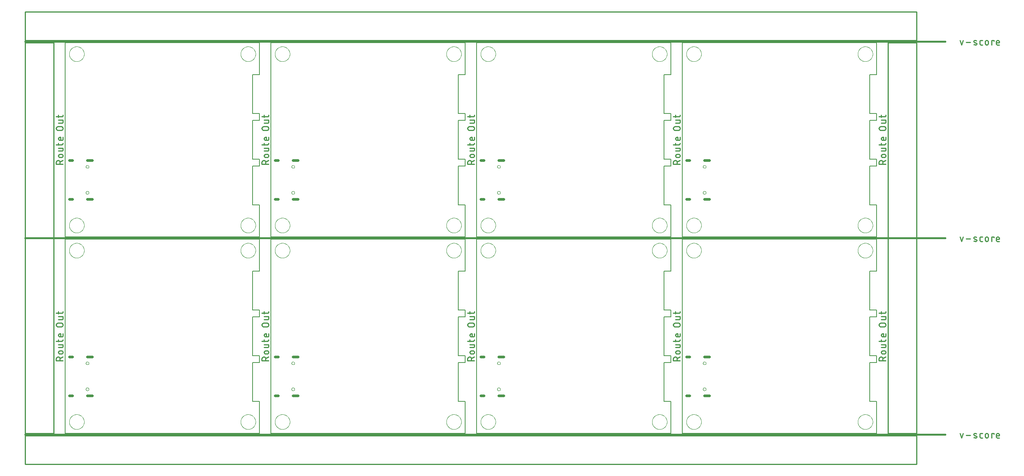
<source format=gko>
G04 EAGLE Gerber RS-274X export*
G75*
%MOMM*%
%FSLAX34Y34*%
%LPD*%
%IN*%
%IPPOS*%
%AMOC8*
5,1,8,0,0,1.08239X$1,22.5*%
G01*
%ADD10C,0.152400*%
%ADD11C,0.279400*%
%ADD12C,0.381000*%
%ADD13C,0.254000*%
%ADD14C,0.000000*%
%ADD15C,0.600000*%


D10*
X0Y0D02*
X0Y431800D01*
X431800Y431800D01*
X431800Y71120D02*
X431800Y0D01*
X0Y0D01*
X416560Y157480D02*
X431800Y157480D01*
X416560Y157480D02*
X416560Y71120D01*
X431800Y71120D01*
X431800Y259080D02*
X416560Y259080D01*
X416560Y172720D01*
X431800Y172720D01*
X431800Y360680D02*
X416560Y360680D01*
X416560Y274320D01*
X431800Y274320D01*
X431800Y172720D02*
X431800Y157480D01*
X431800Y259080D02*
X431800Y274320D01*
X431800Y360680D02*
X431800Y431800D01*
D11*
X-5207Y161404D02*
X-20193Y161404D01*
X-20193Y165567D01*
X-20191Y165695D01*
X-20185Y165823D01*
X-20175Y165951D01*
X-20161Y166079D01*
X-20144Y166206D01*
X-20122Y166332D01*
X-20097Y166458D01*
X-20067Y166582D01*
X-20034Y166706D01*
X-19997Y166829D01*
X-19956Y166951D01*
X-19912Y167071D01*
X-19864Y167190D01*
X-19812Y167307D01*
X-19757Y167423D01*
X-19698Y167536D01*
X-19635Y167649D01*
X-19569Y167759D01*
X-19500Y167866D01*
X-19428Y167972D01*
X-19352Y168076D01*
X-19273Y168177D01*
X-19191Y168276D01*
X-19106Y168372D01*
X-19019Y168465D01*
X-18928Y168556D01*
X-18835Y168643D01*
X-18739Y168728D01*
X-18640Y168810D01*
X-18539Y168889D01*
X-18435Y168965D01*
X-18329Y169037D01*
X-18222Y169106D01*
X-18111Y169172D01*
X-17999Y169235D01*
X-17886Y169294D01*
X-17770Y169349D01*
X-17653Y169401D01*
X-17534Y169449D01*
X-17414Y169493D01*
X-17292Y169534D01*
X-17169Y169571D01*
X-17045Y169604D01*
X-16921Y169634D01*
X-16795Y169659D01*
X-16669Y169681D01*
X-16542Y169698D01*
X-16414Y169712D01*
X-16286Y169722D01*
X-16158Y169728D01*
X-16030Y169730D01*
X-15902Y169728D01*
X-15774Y169722D01*
X-15646Y169712D01*
X-15518Y169698D01*
X-15391Y169681D01*
X-15265Y169659D01*
X-15139Y169634D01*
X-15015Y169604D01*
X-14891Y169571D01*
X-14768Y169534D01*
X-14646Y169493D01*
X-14526Y169449D01*
X-14407Y169401D01*
X-14290Y169349D01*
X-14174Y169294D01*
X-14061Y169235D01*
X-13949Y169172D01*
X-13838Y169106D01*
X-13731Y169037D01*
X-13625Y168965D01*
X-13521Y168889D01*
X-13420Y168810D01*
X-13321Y168728D01*
X-13225Y168643D01*
X-13132Y168556D01*
X-13041Y168465D01*
X-12954Y168372D01*
X-12869Y168276D01*
X-12787Y168177D01*
X-12708Y168076D01*
X-12632Y167972D01*
X-12560Y167866D01*
X-12491Y167759D01*
X-12425Y167649D01*
X-12362Y167536D01*
X-12303Y167423D01*
X-12248Y167307D01*
X-12196Y167190D01*
X-12148Y167071D01*
X-12104Y166951D01*
X-12063Y166829D01*
X-12026Y166706D01*
X-11993Y166582D01*
X-11963Y166458D01*
X-11938Y166332D01*
X-11916Y166206D01*
X-11899Y166079D01*
X-11885Y165951D01*
X-11875Y165823D01*
X-11869Y165695D01*
X-11867Y165567D01*
X-11867Y161404D01*
X-11867Y166399D02*
X-5207Y169729D01*
X-8537Y176688D02*
X-11867Y176688D01*
X-11981Y176690D01*
X-12094Y176696D01*
X-12208Y176705D01*
X-12320Y176719D01*
X-12433Y176736D01*
X-12545Y176758D01*
X-12655Y176783D01*
X-12765Y176811D01*
X-12874Y176844D01*
X-12982Y176880D01*
X-13089Y176920D01*
X-13194Y176964D01*
X-13297Y177011D01*
X-13399Y177061D01*
X-13499Y177115D01*
X-13597Y177173D01*
X-13693Y177234D01*
X-13787Y177297D01*
X-13879Y177365D01*
X-13969Y177435D01*
X-14055Y177508D01*
X-14140Y177584D01*
X-14222Y177663D01*
X-14301Y177745D01*
X-14377Y177830D01*
X-14450Y177916D01*
X-14520Y178006D01*
X-14588Y178098D01*
X-14651Y178192D01*
X-14712Y178288D01*
X-14770Y178386D01*
X-14824Y178486D01*
X-14874Y178588D01*
X-14921Y178691D01*
X-14965Y178796D01*
X-15005Y178903D01*
X-15041Y179011D01*
X-15074Y179120D01*
X-15102Y179230D01*
X-15127Y179340D01*
X-15149Y179452D01*
X-15166Y179565D01*
X-15180Y179677D01*
X-15189Y179791D01*
X-15195Y179904D01*
X-15197Y180018D01*
X-15195Y180132D01*
X-15189Y180245D01*
X-15180Y180359D01*
X-15166Y180471D01*
X-15149Y180584D01*
X-15127Y180696D01*
X-15102Y180806D01*
X-15074Y180916D01*
X-15041Y181025D01*
X-15005Y181133D01*
X-14965Y181240D01*
X-14921Y181345D01*
X-14874Y181448D01*
X-14824Y181550D01*
X-14770Y181650D01*
X-14712Y181748D01*
X-14651Y181844D01*
X-14588Y181938D01*
X-14520Y182030D01*
X-14450Y182120D01*
X-14377Y182206D01*
X-14301Y182291D01*
X-14222Y182373D01*
X-14140Y182452D01*
X-14055Y182528D01*
X-13969Y182601D01*
X-13879Y182671D01*
X-13787Y182739D01*
X-13693Y182802D01*
X-13597Y182863D01*
X-13499Y182921D01*
X-13399Y182975D01*
X-13297Y183025D01*
X-13194Y183072D01*
X-13089Y183116D01*
X-12982Y183156D01*
X-12874Y183192D01*
X-12765Y183225D01*
X-12655Y183253D01*
X-12545Y183278D01*
X-12433Y183300D01*
X-12320Y183317D01*
X-12208Y183331D01*
X-12094Y183340D01*
X-11981Y183346D01*
X-11867Y183348D01*
X-8537Y183348D01*
X-8423Y183346D01*
X-8310Y183340D01*
X-8196Y183331D01*
X-8084Y183317D01*
X-7971Y183300D01*
X-7859Y183278D01*
X-7749Y183253D01*
X-7639Y183225D01*
X-7530Y183192D01*
X-7422Y183156D01*
X-7315Y183116D01*
X-7210Y183072D01*
X-7107Y183025D01*
X-7005Y182975D01*
X-6905Y182921D01*
X-6807Y182863D01*
X-6711Y182802D01*
X-6617Y182739D01*
X-6525Y182671D01*
X-6435Y182601D01*
X-6349Y182528D01*
X-6264Y182452D01*
X-6182Y182373D01*
X-6103Y182291D01*
X-6027Y182206D01*
X-5954Y182120D01*
X-5884Y182030D01*
X-5816Y181938D01*
X-5753Y181844D01*
X-5692Y181748D01*
X-5634Y181650D01*
X-5580Y181550D01*
X-5530Y181448D01*
X-5483Y181345D01*
X-5439Y181240D01*
X-5399Y181133D01*
X-5363Y181025D01*
X-5330Y180916D01*
X-5302Y180806D01*
X-5277Y180696D01*
X-5255Y180584D01*
X-5238Y180471D01*
X-5224Y180359D01*
X-5215Y180245D01*
X-5209Y180132D01*
X-5207Y180018D01*
X-5209Y179904D01*
X-5215Y179791D01*
X-5224Y179677D01*
X-5238Y179565D01*
X-5255Y179452D01*
X-5277Y179340D01*
X-5302Y179230D01*
X-5330Y179120D01*
X-5363Y179011D01*
X-5399Y178903D01*
X-5439Y178796D01*
X-5483Y178691D01*
X-5530Y178588D01*
X-5580Y178486D01*
X-5634Y178386D01*
X-5692Y178288D01*
X-5753Y178192D01*
X-5816Y178098D01*
X-5884Y178006D01*
X-5954Y177916D01*
X-6027Y177830D01*
X-6103Y177745D01*
X-6182Y177663D01*
X-6264Y177584D01*
X-6349Y177508D01*
X-6435Y177435D01*
X-6525Y177365D01*
X-6617Y177297D01*
X-6711Y177234D01*
X-6807Y177173D01*
X-6905Y177115D01*
X-7005Y177061D01*
X-7107Y177011D01*
X-7210Y176964D01*
X-7315Y176920D01*
X-7422Y176880D01*
X-7530Y176844D01*
X-7639Y176811D01*
X-7749Y176783D01*
X-7859Y176758D01*
X-7971Y176736D01*
X-8084Y176719D01*
X-8196Y176705D01*
X-8310Y176696D01*
X-8423Y176690D01*
X-8537Y176688D01*
X-7705Y190756D02*
X-15198Y190756D01*
X-7705Y190755D02*
X-7607Y190757D01*
X-7509Y190763D01*
X-7411Y190772D01*
X-7314Y190786D01*
X-7218Y190803D01*
X-7122Y190824D01*
X-7027Y190849D01*
X-6933Y190877D01*
X-6840Y190909D01*
X-6749Y190945D01*
X-6659Y190984D01*
X-6571Y191027D01*
X-6484Y191074D01*
X-6400Y191123D01*
X-6317Y191176D01*
X-6237Y191232D01*
X-6159Y191291D01*
X-6083Y191354D01*
X-6009Y191419D01*
X-5939Y191487D01*
X-5871Y191557D01*
X-5806Y191631D01*
X-5743Y191707D01*
X-5684Y191785D01*
X-5628Y191865D01*
X-5575Y191948D01*
X-5526Y192032D01*
X-5479Y192119D01*
X-5436Y192207D01*
X-5397Y192297D01*
X-5361Y192388D01*
X-5329Y192481D01*
X-5301Y192575D01*
X-5276Y192670D01*
X-5255Y192766D01*
X-5238Y192862D01*
X-5224Y192959D01*
X-5215Y193057D01*
X-5209Y193155D01*
X-5207Y193253D01*
X-5207Y197416D01*
X-15198Y197416D01*
X-15198Y203397D02*
X-15198Y208392D01*
X-20193Y205062D02*
X-7705Y205062D01*
X-7607Y205064D01*
X-7509Y205070D01*
X-7411Y205079D01*
X-7314Y205093D01*
X-7218Y205110D01*
X-7122Y205131D01*
X-7027Y205156D01*
X-6933Y205184D01*
X-6840Y205216D01*
X-6749Y205252D01*
X-6659Y205291D01*
X-6571Y205334D01*
X-6484Y205381D01*
X-6400Y205430D01*
X-6317Y205483D01*
X-6237Y205539D01*
X-6159Y205598D01*
X-6083Y205661D01*
X-6009Y205726D01*
X-5939Y205794D01*
X-5871Y205864D01*
X-5806Y205938D01*
X-5743Y206014D01*
X-5684Y206092D01*
X-5628Y206172D01*
X-5575Y206255D01*
X-5526Y206339D01*
X-5479Y206426D01*
X-5436Y206514D01*
X-5397Y206604D01*
X-5361Y206695D01*
X-5329Y206788D01*
X-5301Y206882D01*
X-5276Y206977D01*
X-5255Y207073D01*
X-5238Y207169D01*
X-5224Y207266D01*
X-5215Y207364D01*
X-5209Y207462D01*
X-5207Y207560D01*
X-5207Y208392D01*
X-5207Y217221D02*
X-5207Y221384D01*
X-5207Y217221D02*
X-5209Y217123D01*
X-5215Y217025D01*
X-5224Y216927D01*
X-5238Y216830D01*
X-5255Y216734D01*
X-5276Y216638D01*
X-5301Y216543D01*
X-5329Y216449D01*
X-5361Y216356D01*
X-5397Y216265D01*
X-5436Y216175D01*
X-5479Y216087D01*
X-5526Y216000D01*
X-5575Y215916D01*
X-5628Y215833D01*
X-5684Y215753D01*
X-5743Y215675D01*
X-5806Y215599D01*
X-5871Y215525D01*
X-5939Y215455D01*
X-6009Y215387D01*
X-6083Y215322D01*
X-6159Y215259D01*
X-6237Y215200D01*
X-6317Y215144D01*
X-6400Y215091D01*
X-6484Y215042D01*
X-6571Y214995D01*
X-6659Y214952D01*
X-6749Y214913D01*
X-6840Y214877D01*
X-6933Y214845D01*
X-7027Y214817D01*
X-7122Y214792D01*
X-7218Y214771D01*
X-7314Y214754D01*
X-7411Y214740D01*
X-7509Y214731D01*
X-7607Y214725D01*
X-7705Y214723D01*
X-7705Y214724D02*
X-11867Y214724D01*
X-11981Y214726D01*
X-12094Y214732D01*
X-12208Y214741D01*
X-12320Y214755D01*
X-12433Y214772D01*
X-12545Y214794D01*
X-12655Y214819D01*
X-12765Y214847D01*
X-12874Y214880D01*
X-12982Y214916D01*
X-13089Y214956D01*
X-13194Y215000D01*
X-13297Y215047D01*
X-13399Y215097D01*
X-13499Y215151D01*
X-13597Y215209D01*
X-13693Y215270D01*
X-13787Y215333D01*
X-13879Y215401D01*
X-13969Y215471D01*
X-14055Y215544D01*
X-14140Y215620D01*
X-14222Y215699D01*
X-14301Y215781D01*
X-14377Y215866D01*
X-14450Y215952D01*
X-14520Y216042D01*
X-14588Y216134D01*
X-14651Y216228D01*
X-14712Y216324D01*
X-14770Y216422D01*
X-14824Y216522D01*
X-14874Y216624D01*
X-14921Y216727D01*
X-14965Y216832D01*
X-15005Y216939D01*
X-15041Y217047D01*
X-15074Y217156D01*
X-15102Y217266D01*
X-15127Y217376D01*
X-15149Y217488D01*
X-15166Y217601D01*
X-15180Y217713D01*
X-15189Y217827D01*
X-15195Y217940D01*
X-15197Y218054D01*
X-15195Y218168D01*
X-15189Y218281D01*
X-15180Y218395D01*
X-15166Y218507D01*
X-15149Y218620D01*
X-15127Y218732D01*
X-15102Y218842D01*
X-15074Y218952D01*
X-15041Y219061D01*
X-15005Y219169D01*
X-14965Y219276D01*
X-14921Y219381D01*
X-14874Y219484D01*
X-14824Y219586D01*
X-14770Y219686D01*
X-14712Y219784D01*
X-14651Y219880D01*
X-14588Y219974D01*
X-14520Y220066D01*
X-14450Y220156D01*
X-14377Y220242D01*
X-14301Y220327D01*
X-14222Y220409D01*
X-14140Y220488D01*
X-14055Y220564D01*
X-13969Y220637D01*
X-13879Y220707D01*
X-13787Y220775D01*
X-13693Y220838D01*
X-13597Y220899D01*
X-13499Y220957D01*
X-13399Y221011D01*
X-13297Y221061D01*
X-13194Y221108D01*
X-13089Y221152D01*
X-12982Y221192D01*
X-12874Y221228D01*
X-12765Y221261D01*
X-12655Y221289D01*
X-12545Y221314D01*
X-12433Y221336D01*
X-12320Y221353D01*
X-12208Y221367D01*
X-12094Y221376D01*
X-11981Y221382D01*
X-11867Y221384D01*
X-10202Y221384D01*
X-10202Y214724D01*
X-9370Y236817D02*
X-16030Y236817D01*
X-16158Y236819D01*
X-16286Y236825D01*
X-16414Y236835D01*
X-16542Y236849D01*
X-16669Y236866D01*
X-16795Y236888D01*
X-16921Y236913D01*
X-17045Y236943D01*
X-17169Y236976D01*
X-17292Y237013D01*
X-17414Y237054D01*
X-17534Y237098D01*
X-17653Y237146D01*
X-17770Y237198D01*
X-17886Y237253D01*
X-17999Y237312D01*
X-18112Y237375D01*
X-18222Y237441D01*
X-18329Y237510D01*
X-18435Y237582D01*
X-18539Y237658D01*
X-18640Y237737D01*
X-18739Y237819D01*
X-18835Y237904D01*
X-18928Y237991D01*
X-19019Y238082D01*
X-19106Y238175D01*
X-19191Y238271D01*
X-19273Y238370D01*
X-19352Y238471D01*
X-19428Y238575D01*
X-19500Y238681D01*
X-19569Y238788D01*
X-19635Y238899D01*
X-19698Y239011D01*
X-19757Y239124D01*
X-19812Y239240D01*
X-19864Y239357D01*
X-19912Y239476D01*
X-19956Y239596D01*
X-19997Y239718D01*
X-20034Y239841D01*
X-20067Y239965D01*
X-20097Y240089D01*
X-20122Y240215D01*
X-20144Y240341D01*
X-20161Y240468D01*
X-20175Y240596D01*
X-20185Y240724D01*
X-20191Y240852D01*
X-20193Y240980D01*
X-20191Y241108D01*
X-20185Y241236D01*
X-20175Y241364D01*
X-20161Y241492D01*
X-20144Y241619D01*
X-20122Y241745D01*
X-20097Y241871D01*
X-20067Y241995D01*
X-20034Y242119D01*
X-19997Y242242D01*
X-19956Y242364D01*
X-19912Y242484D01*
X-19864Y242603D01*
X-19812Y242720D01*
X-19757Y242836D01*
X-19698Y242949D01*
X-19635Y243062D01*
X-19569Y243172D01*
X-19500Y243279D01*
X-19428Y243385D01*
X-19352Y243489D01*
X-19273Y243590D01*
X-19191Y243689D01*
X-19106Y243785D01*
X-19019Y243878D01*
X-18928Y243969D01*
X-18835Y244056D01*
X-18739Y244141D01*
X-18640Y244223D01*
X-18539Y244302D01*
X-18435Y244378D01*
X-18329Y244450D01*
X-18222Y244519D01*
X-18111Y244585D01*
X-17999Y244648D01*
X-17886Y244707D01*
X-17770Y244762D01*
X-17653Y244814D01*
X-17534Y244862D01*
X-17414Y244906D01*
X-17292Y244947D01*
X-17169Y244984D01*
X-17045Y245017D01*
X-16921Y245047D01*
X-16795Y245072D01*
X-16669Y245094D01*
X-16542Y245111D01*
X-16414Y245125D01*
X-16286Y245135D01*
X-16158Y245141D01*
X-16030Y245143D01*
X-16030Y245142D02*
X-9370Y245142D01*
X-9370Y245143D02*
X-9242Y245141D01*
X-9114Y245135D01*
X-8986Y245125D01*
X-8858Y245111D01*
X-8731Y245094D01*
X-8605Y245072D01*
X-8479Y245047D01*
X-8355Y245017D01*
X-8231Y244984D01*
X-8108Y244947D01*
X-7986Y244906D01*
X-7866Y244862D01*
X-7747Y244814D01*
X-7630Y244762D01*
X-7514Y244707D01*
X-7401Y244648D01*
X-7288Y244585D01*
X-7178Y244519D01*
X-7071Y244450D01*
X-6965Y244378D01*
X-6861Y244302D01*
X-6760Y244223D01*
X-6661Y244141D01*
X-6565Y244056D01*
X-6472Y243969D01*
X-6381Y243878D01*
X-6294Y243785D01*
X-6209Y243689D01*
X-6127Y243590D01*
X-6048Y243489D01*
X-5972Y243385D01*
X-5900Y243279D01*
X-5831Y243172D01*
X-5765Y243061D01*
X-5702Y242949D01*
X-5643Y242836D01*
X-5588Y242720D01*
X-5536Y242603D01*
X-5488Y242484D01*
X-5444Y242364D01*
X-5403Y242242D01*
X-5366Y242119D01*
X-5333Y241995D01*
X-5303Y241871D01*
X-5278Y241745D01*
X-5256Y241619D01*
X-5239Y241492D01*
X-5225Y241364D01*
X-5215Y241236D01*
X-5209Y241108D01*
X-5207Y240980D01*
X-5209Y240852D01*
X-5215Y240724D01*
X-5225Y240596D01*
X-5239Y240468D01*
X-5256Y240341D01*
X-5278Y240215D01*
X-5303Y240089D01*
X-5333Y239965D01*
X-5366Y239841D01*
X-5403Y239718D01*
X-5444Y239596D01*
X-5488Y239476D01*
X-5536Y239357D01*
X-5588Y239240D01*
X-5643Y239124D01*
X-5702Y239011D01*
X-5765Y238899D01*
X-5831Y238788D01*
X-5900Y238681D01*
X-5972Y238575D01*
X-6048Y238471D01*
X-6127Y238370D01*
X-6209Y238271D01*
X-6294Y238175D01*
X-6381Y238082D01*
X-6472Y237991D01*
X-6565Y237904D01*
X-6661Y237819D01*
X-6760Y237737D01*
X-6861Y237658D01*
X-6965Y237582D01*
X-7071Y237510D01*
X-7178Y237441D01*
X-7289Y237375D01*
X-7401Y237312D01*
X-7514Y237253D01*
X-7630Y237198D01*
X-7747Y237146D01*
X-7866Y237098D01*
X-7986Y237054D01*
X-8108Y237013D01*
X-8231Y236976D01*
X-8355Y236943D01*
X-8479Y236913D01*
X-8605Y236888D01*
X-8731Y236866D01*
X-8858Y236849D01*
X-8986Y236835D01*
X-9114Y236825D01*
X-9242Y236819D01*
X-9370Y236817D01*
X-7705Y252759D02*
X-15198Y252759D01*
X-7705Y252759D02*
X-7607Y252761D01*
X-7509Y252767D01*
X-7411Y252776D01*
X-7314Y252790D01*
X-7218Y252807D01*
X-7122Y252828D01*
X-7027Y252853D01*
X-6933Y252881D01*
X-6840Y252913D01*
X-6749Y252949D01*
X-6659Y252988D01*
X-6571Y253031D01*
X-6484Y253078D01*
X-6400Y253127D01*
X-6317Y253180D01*
X-6237Y253236D01*
X-6159Y253295D01*
X-6083Y253358D01*
X-6009Y253423D01*
X-5939Y253491D01*
X-5871Y253561D01*
X-5806Y253635D01*
X-5743Y253711D01*
X-5684Y253789D01*
X-5628Y253869D01*
X-5575Y253952D01*
X-5526Y254036D01*
X-5479Y254123D01*
X-5436Y254211D01*
X-5397Y254301D01*
X-5361Y254392D01*
X-5329Y254485D01*
X-5301Y254579D01*
X-5276Y254674D01*
X-5255Y254770D01*
X-5238Y254866D01*
X-5224Y254963D01*
X-5215Y255061D01*
X-5209Y255159D01*
X-5207Y255257D01*
X-5207Y259420D01*
X-15198Y259420D01*
X-15198Y265401D02*
X-15198Y270396D01*
X-20193Y267066D02*
X-7705Y267066D01*
X-7607Y267068D01*
X-7509Y267074D01*
X-7411Y267083D01*
X-7314Y267097D01*
X-7218Y267114D01*
X-7122Y267135D01*
X-7027Y267160D01*
X-6933Y267188D01*
X-6840Y267220D01*
X-6749Y267256D01*
X-6659Y267295D01*
X-6571Y267338D01*
X-6484Y267385D01*
X-6400Y267434D01*
X-6317Y267487D01*
X-6237Y267543D01*
X-6159Y267602D01*
X-6083Y267665D01*
X-6009Y267730D01*
X-5939Y267798D01*
X-5871Y267868D01*
X-5806Y267942D01*
X-5743Y268018D01*
X-5684Y268096D01*
X-5628Y268176D01*
X-5575Y268259D01*
X-5526Y268343D01*
X-5479Y268430D01*
X-5436Y268518D01*
X-5397Y268608D01*
X-5361Y268699D01*
X-5329Y268792D01*
X-5301Y268886D01*
X-5276Y268981D01*
X-5255Y269077D01*
X-5238Y269173D01*
X-5224Y269270D01*
X-5215Y269368D01*
X-5209Y269466D01*
X-5207Y269564D01*
X-5207Y270396D01*
D10*
X457200Y431800D02*
X457200Y0D01*
X457200Y431800D02*
X889000Y431800D01*
X889000Y71120D02*
X889000Y0D01*
X457200Y0D01*
X873760Y157480D02*
X889000Y157480D01*
X873760Y157480D02*
X873760Y71120D01*
X889000Y71120D01*
X889000Y259080D02*
X873760Y259080D01*
X873760Y172720D01*
X889000Y172720D01*
X889000Y360680D02*
X873760Y360680D01*
X873760Y274320D01*
X889000Y274320D01*
X889000Y172720D02*
X889000Y157480D01*
X889000Y259080D02*
X889000Y274320D01*
X889000Y360680D02*
X889000Y431800D01*
D11*
X451993Y161404D02*
X437007Y161404D01*
X437007Y165567D01*
X437009Y165695D01*
X437015Y165823D01*
X437025Y165951D01*
X437039Y166079D01*
X437056Y166206D01*
X437078Y166332D01*
X437103Y166458D01*
X437133Y166582D01*
X437166Y166706D01*
X437203Y166829D01*
X437244Y166951D01*
X437288Y167071D01*
X437336Y167190D01*
X437388Y167307D01*
X437443Y167423D01*
X437502Y167536D01*
X437565Y167649D01*
X437631Y167759D01*
X437700Y167866D01*
X437772Y167972D01*
X437848Y168076D01*
X437927Y168177D01*
X438009Y168276D01*
X438094Y168372D01*
X438181Y168465D01*
X438272Y168556D01*
X438365Y168643D01*
X438461Y168728D01*
X438560Y168810D01*
X438661Y168889D01*
X438765Y168965D01*
X438871Y169037D01*
X438978Y169106D01*
X439089Y169172D01*
X439201Y169235D01*
X439314Y169294D01*
X439430Y169349D01*
X439547Y169401D01*
X439666Y169449D01*
X439786Y169493D01*
X439908Y169534D01*
X440031Y169571D01*
X440155Y169604D01*
X440279Y169634D01*
X440405Y169659D01*
X440531Y169681D01*
X440658Y169698D01*
X440786Y169712D01*
X440914Y169722D01*
X441042Y169728D01*
X441170Y169730D01*
X441298Y169728D01*
X441426Y169722D01*
X441554Y169712D01*
X441682Y169698D01*
X441809Y169681D01*
X441935Y169659D01*
X442061Y169634D01*
X442185Y169604D01*
X442309Y169571D01*
X442432Y169534D01*
X442554Y169493D01*
X442674Y169449D01*
X442793Y169401D01*
X442910Y169349D01*
X443026Y169294D01*
X443139Y169235D01*
X443252Y169172D01*
X443362Y169106D01*
X443469Y169037D01*
X443575Y168965D01*
X443679Y168889D01*
X443780Y168810D01*
X443879Y168728D01*
X443975Y168643D01*
X444068Y168556D01*
X444159Y168465D01*
X444246Y168372D01*
X444331Y168276D01*
X444413Y168177D01*
X444492Y168076D01*
X444568Y167972D01*
X444640Y167866D01*
X444709Y167759D01*
X444775Y167649D01*
X444838Y167536D01*
X444897Y167423D01*
X444952Y167307D01*
X445004Y167190D01*
X445052Y167071D01*
X445096Y166951D01*
X445137Y166829D01*
X445174Y166706D01*
X445207Y166582D01*
X445237Y166458D01*
X445262Y166332D01*
X445284Y166206D01*
X445301Y166079D01*
X445315Y165951D01*
X445325Y165823D01*
X445331Y165695D01*
X445333Y165567D01*
X445333Y161404D01*
X445333Y166399D02*
X451993Y169729D01*
X448663Y176688D02*
X445333Y176688D01*
X445219Y176690D01*
X445106Y176696D01*
X444992Y176705D01*
X444880Y176719D01*
X444767Y176736D01*
X444655Y176758D01*
X444545Y176783D01*
X444435Y176811D01*
X444326Y176844D01*
X444218Y176880D01*
X444111Y176920D01*
X444006Y176964D01*
X443903Y177011D01*
X443801Y177061D01*
X443701Y177115D01*
X443603Y177173D01*
X443507Y177234D01*
X443413Y177297D01*
X443321Y177365D01*
X443231Y177435D01*
X443145Y177508D01*
X443060Y177584D01*
X442978Y177663D01*
X442899Y177745D01*
X442823Y177830D01*
X442750Y177916D01*
X442680Y178006D01*
X442612Y178098D01*
X442549Y178192D01*
X442488Y178288D01*
X442430Y178386D01*
X442376Y178486D01*
X442326Y178588D01*
X442279Y178691D01*
X442235Y178796D01*
X442195Y178903D01*
X442159Y179011D01*
X442126Y179120D01*
X442098Y179230D01*
X442073Y179340D01*
X442051Y179452D01*
X442034Y179565D01*
X442020Y179677D01*
X442011Y179791D01*
X442005Y179904D01*
X442003Y180018D01*
X442005Y180132D01*
X442011Y180245D01*
X442020Y180359D01*
X442034Y180471D01*
X442051Y180584D01*
X442073Y180696D01*
X442098Y180806D01*
X442126Y180916D01*
X442159Y181025D01*
X442195Y181133D01*
X442235Y181240D01*
X442279Y181345D01*
X442326Y181448D01*
X442376Y181550D01*
X442430Y181650D01*
X442488Y181748D01*
X442549Y181844D01*
X442612Y181938D01*
X442680Y182030D01*
X442750Y182120D01*
X442823Y182206D01*
X442899Y182291D01*
X442978Y182373D01*
X443060Y182452D01*
X443145Y182528D01*
X443231Y182601D01*
X443321Y182671D01*
X443413Y182739D01*
X443507Y182802D01*
X443603Y182863D01*
X443701Y182921D01*
X443801Y182975D01*
X443903Y183025D01*
X444006Y183072D01*
X444111Y183116D01*
X444218Y183156D01*
X444326Y183192D01*
X444435Y183225D01*
X444545Y183253D01*
X444655Y183278D01*
X444767Y183300D01*
X444880Y183317D01*
X444992Y183331D01*
X445106Y183340D01*
X445219Y183346D01*
X445333Y183348D01*
X448663Y183348D01*
X448777Y183346D01*
X448890Y183340D01*
X449004Y183331D01*
X449116Y183317D01*
X449229Y183300D01*
X449341Y183278D01*
X449451Y183253D01*
X449561Y183225D01*
X449670Y183192D01*
X449778Y183156D01*
X449885Y183116D01*
X449990Y183072D01*
X450093Y183025D01*
X450195Y182975D01*
X450295Y182921D01*
X450393Y182863D01*
X450489Y182802D01*
X450583Y182739D01*
X450675Y182671D01*
X450765Y182601D01*
X450851Y182528D01*
X450936Y182452D01*
X451018Y182373D01*
X451097Y182291D01*
X451173Y182206D01*
X451246Y182120D01*
X451316Y182030D01*
X451384Y181938D01*
X451447Y181844D01*
X451508Y181748D01*
X451566Y181650D01*
X451620Y181550D01*
X451670Y181448D01*
X451717Y181345D01*
X451761Y181240D01*
X451801Y181133D01*
X451837Y181025D01*
X451870Y180916D01*
X451898Y180806D01*
X451923Y180696D01*
X451945Y180584D01*
X451962Y180471D01*
X451976Y180359D01*
X451985Y180245D01*
X451991Y180132D01*
X451993Y180018D01*
X451991Y179904D01*
X451985Y179791D01*
X451976Y179677D01*
X451962Y179565D01*
X451945Y179452D01*
X451923Y179340D01*
X451898Y179230D01*
X451870Y179120D01*
X451837Y179011D01*
X451801Y178903D01*
X451761Y178796D01*
X451717Y178691D01*
X451670Y178588D01*
X451620Y178486D01*
X451566Y178386D01*
X451508Y178288D01*
X451447Y178192D01*
X451384Y178098D01*
X451316Y178006D01*
X451246Y177916D01*
X451173Y177830D01*
X451097Y177745D01*
X451018Y177663D01*
X450936Y177584D01*
X450851Y177508D01*
X450765Y177435D01*
X450675Y177365D01*
X450583Y177297D01*
X450489Y177234D01*
X450393Y177173D01*
X450295Y177115D01*
X450195Y177061D01*
X450093Y177011D01*
X449990Y176964D01*
X449885Y176920D01*
X449778Y176880D01*
X449670Y176844D01*
X449561Y176811D01*
X449451Y176783D01*
X449341Y176758D01*
X449229Y176736D01*
X449116Y176719D01*
X449004Y176705D01*
X448890Y176696D01*
X448777Y176690D01*
X448663Y176688D01*
X449495Y190756D02*
X442002Y190756D01*
X449495Y190755D02*
X449593Y190757D01*
X449691Y190763D01*
X449789Y190772D01*
X449886Y190786D01*
X449982Y190803D01*
X450078Y190824D01*
X450173Y190849D01*
X450267Y190877D01*
X450360Y190909D01*
X450451Y190945D01*
X450541Y190984D01*
X450629Y191027D01*
X450716Y191074D01*
X450800Y191123D01*
X450883Y191176D01*
X450963Y191232D01*
X451042Y191291D01*
X451117Y191354D01*
X451191Y191419D01*
X451261Y191487D01*
X451329Y191557D01*
X451395Y191631D01*
X451457Y191707D01*
X451516Y191785D01*
X451572Y191865D01*
X451625Y191948D01*
X451675Y192032D01*
X451721Y192119D01*
X451764Y192207D01*
X451803Y192297D01*
X451839Y192388D01*
X451871Y192481D01*
X451899Y192575D01*
X451924Y192670D01*
X451945Y192766D01*
X451962Y192862D01*
X451976Y192959D01*
X451985Y193057D01*
X451991Y193155D01*
X451993Y193253D01*
X451993Y197416D01*
X442002Y197416D01*
X442002Y203397D02*
X442002Y208392D01*
X437007Y205062D02*
X449495Y205062D01*
X449593Y205064D01*
X449691Y205070D01*
X449789Y205079D01*
X449886Y205093D01*
X449982Y205110D01*
X450078Y205131D01*
X450173Y205156D01*
X450267Y205184D01*
X450360Y205216D01*
X450451Y205252D01*
X450541Y205291D01*
X450629Y205334D01*
X450716Y205381D01*
X450800Y205430D01*
X450883Y205483D01*
X450963Y205539D01*
X451042Y205598D01*
X451117Y205661D01*
X451191Y205726D01*
X451261Y205794D01*
X451329Y205864D01*
X451395Y205938D01*
X451457Y206014D01*
X451516Y206092D01*
X451572Y206172D01*
X451625Y206255D01*
X451675Y206339D01*
X451721Y206426D01*
X451764Y206514D01*
X451803Y206604D01*
X451839Y206695D01*
X451871Y206788D01*
X451899Y206882D01*
X451924Y206977D01*
X451945Y207073D01*
X451962Y207169D01*
X451976Y207266D01*
X451985Y207364D01*
X451991Y207462D01*
X451993Y207560D01*
X451993Y208392D01*
X451993Y217221D02*
X451993Y221384D01*
X451993Y217221D02*
X451991Y217123D01*
X451985Y217025D01*
X451976Y216927D01*
X451962Y216830D01*
X451945Y216734D01*
X451924Y216638D01*
X451899Y216543D01*
X451871Y216449D01*
X451839Y216356D01*
X451803Y216265D01*
X451764Y216175D01*
X451721Y216087D01*
X451674Y216000D01*
X451625Y215916D01*
X451572Y215833D01*
X451516Y215753D01*
X451457Y215675D01*
X451395Y215599D01*
X451329Y215525D01*
X451261Y215455D01*
X451191Y215387D01*
X451117Y215322D01*
X451042Y215259D01*
X450963Y215200D01*
X450883Y215144D01*
X450800Y215091D01*
X450716Y215042D01*
X450629Y214995D01*
X450541Y214952D01*
X450451Y214913D01*
X450360Y214877D01*
X450267Y214845D01*
X450173Y214817D01*
X450078Y214792D01*
X449982Y214771D01*
X449886Y214754D01*
X449789Y214740D01*
X449691Y214731D01*
X449593Y214725D01*
X449495Y214723D01*
X449495Y214724D02*
X445333Y214724D01*
X445219Y214726D01*
X445106Y214732D01*
X444992Y214741D01*
X444880Y214755D01*
X444767Y214772D01*
X444655Y214794D01*
X444545Y214819D01*
X444435Y214847D01*
X444326Y214880D01*
X444218Y214916D01*
X444111Y214956D01*
X444006Y215000D01*
X443903Y215047D01*
X443801Y215097D01*
X443701Y215151D01*
X443603Y215209D01*
X443507Y215270D01*
X443413Y215333D01*
X443321Y215401D01*
X443231Y215471D01*
X443145Y215544D01*
X443060Y215620D01*
X442978Y215699D01*
X442899Y215781D01*
X442823Y215866D01*
X442750Y215952D01*
X442680Y216042D01*
X442612Y216134D01*
X442549Y216228D01*
X442488Y216324D01*
X442430Y216422D01*
X442376Y216522D01*
X442326Y216624D01*
X442279Y216727D01*
X442235Y216832D01*
X442195Y216939D01*
X442159Y217047D01*
X442126Y217156D01*
X442098Y217266D01*
X442073Y217376D01*
X442051Y217488D01*
X442034Y217601D01*
X442020Y217713D01*
X442011Y217827D01*
X442005Y217940D01*
X442003Y218054D01*
X442005Y218168D01*
X442011Y218281D01*
X442020Y218395D01*
X442034Y218507D01*
X442051Y218620D01*
X442073Y218732D01*
X442098Y218842D01*
X442126Y218952D01*
X442159Y219061D01*
X442195Y219169D01*
X442235Y219276D01*
X442279Y219381D01*
X442326Y219484D01*
X442376Y219586D01*
X442430Y219686D01*
X442488Y219784D01*
X442549Y219880D01*
X442612Y219974D01*
X442680Y220066D01*
X442750Y220156D01*
X442823Y220242D01*
X442899Y220327D01*
X442978Y220409D01*
X443060Y220488D01*
X443145Y220564D01*
X443231Y220637D01*
X443321Y220707D01*
X443413Y220775D01*
X443507Y220838D01*
X443603Y220899D01*
X443701Y220957D01*
X443801Y221011D01*
X443903Y221061D01*
X444006Y221108D01*
X444111Y221152D01*
X444218Y221192D01*
X444326Y221228D01*
X444435Y221261D01*
X444545Y221289D01*
X444655Y221314D01*
X444767Y221336D01*
X444880Y221353D01*
X444992Y221367D01*
X445106Y221376D01*
X445219Y221382D01*
X445333Y221384D01*
X446998Y221384D01*
X446998Y214724D01*
X447830Y236817D02*
X441170Y236817D01*
X441042Y236819D01*
X440914Y236825D01*
X440786Y236835D01*
X440658Y236849D01*
X440531Y236866D01*
X440405Y236888D01*
X440279Y236913D01*
X440155Y236943D01*
X440031Y236976D01*
X439908Y237013D01*
X439786Y237054D01*
X439666Y237098D01*
X439547Y237146D01*
X439430Y237198D01*
X439314Y237253D01*
X439201Y237312D01*
X439089Y237375D01*
X438978Y237441D01*
X438871Y237510D01*
X438765Y237582D01*
X438661Y237658D01*
X438560Y237737D01*
X438461Y237819D01*
X438365Y237904D01*
X438272Y237991D01*
X438181Y238082D01*
X438094Y238175D01*
X438009Y238271D01*
X437927Y238370D01*
X437848Y238471D01*
X437772Y238575D01*
X437700Y238681D01*
X437631Y238788D01*
X437565Y238899D01*
X437502Y239011D01*
X437443Y239124D01*
X437388Y239240D01*
X437336Y239357D01*
X437288Y239476D01*
X437244Y239596D01*
X437203Y239718D01*
X437166Y239841D01*
X437133Y239965D01*
X437103Y240089D01*
X437078Y240215D01*
X437056Y240341D01*
X437039Y240468D01*
X437025Y240596D01*
X437015Y240724D01*
X437009Y240852D01*
X437007Y240980D01*
X437009Y241108D01*
X437015Y241236D01*
X437025Y241364D01*
X437039Y241492D01*
X437056Y241619D01*
X437078Y241745D01*
X437103Y241871D01*
X437133Y241995D01*
X437166Y242119D01*
X437203Y242242D01*
X437244Y242364D01*
X437288Y242484D01*
X437336Y242603D01*
X437388Y242720D01*
X437443Y242836D01*
X437502Y242949D01*
X437565Y243062D01*
X437631Y243172D01*
X437700Y243279D01*
X437772Y243385D01*
X437848Y243489D01*
X437927Y243590D01*
X438009Y243689D01*
X438094Y243785D01*
X438181Y243878D01*
X438272Y243969D01*
X438365Y244056D01*
X438461Y244141D01*
X438560Y244223D01*
X438661Y244302D01*
X438765Y244378D01*
X438871Y244450D01*
X438978Y244519D01*
X439089Y244585D01*
X439201Y244648D01*
X439314Y244707D01*
X439430Y244762D01*
X439547Y244814D01*
X439666Y244862D01*
X439786Y244906D01*
X439908Y244947D01*
X440031Y244984D01*
X440155Y245017D01*
X440279Y245047D01*
X440405Y245072D01*
X440531Y245094D01*
X440658Y245111D01*
X440786Y245125D01*
X440914Y245135D01*
X441042Y245141D01*
X441170Y245143D01*
X441170Y245142D02*
X447830Y245142D01*
X447830Y245143D02*
X447958Y245141D01*
X448086Y245135D01*
X448214Y245125D01*
X448342Y245111D01*
X448469Y245094D01*
X448595Y245072D01*
X448721Y245047D01*
X448845Y245017D01*
X448969Y244984D01*
X449092Y244947D01*
X449214Y244906D01*
X449334Y244862D01*
X449453Y244814D01*
X449570Y244762D01*
X449686Y244707D01*
X449799Y244648D01*
X449912Y244585D01*
X450022Y244519D01*
X450129Y244450D01*
X450235Y244378D01*
X450339Y244302D01*
X450440Y244223D01*
X450539Y244141D01*
X450635Y244056D01*
X450728Y243969D01*
X450819Y243878D01*
X450906Y243785D01*
X450991Y243689D01*
X451073Y243590D01*
X451152Y243489D01*
X451228Y243385D01*
X451300Y243279D01*
X451369Y243172D01*
X451435Y243061D01*
X451498Y242949D01*
X451557Y242836D01*
X451612Y242720D01*
X451664Y242603D01*
X451712Y242484D01*
X451756Y242364D01*
X451797Y242242D01*
X451834Y242119D01*
X451867Y241995D01*
X451897Y241871D01*
X451922Y241745D01*
X451944Y241619D01*
X451961Y241492D01*
X451975Y241364D01*
X451985Y241236D01*
X451991Y241108D01*
X451993Y240980D01*
X451991Y240852D01*
X451985Y240724D01*
X451975Y240596D01*
X451961Y240468D01*
X451944Y240341D01*
X451922Y240215D01*
X451897Y240089D01*
X451867Y239965D01*
X451834Y239841D01*
X451797Y239718D01*
X451756Y239596D01*
X451712Y239476D01*
X451664Y239357D01*
X451612Y239240D01*
X451557Y239124D01*
X451498Y239011D01*
X451435Y238899D01*
X451369Y238788D01*
X451300Y238681D01*
X451228Y238575D01*
X451152Y238471D01*
X451073Y238370D01*
X450991Y238271D01*
X450906Y238175D01*
X450819Y238082D01*
X450728Y237991D01*
X450635Y237904D01*
X450539Y237819D01*
X450440Y237737D01*
X450339Y237658D01*
X450235Y237582D01*
X450129Y237510D01*
X450022Y237441D01*
X449912Y237375D01*
X449799Y237312D01*
X449686Y237253D01*
X449570Y237198D01*
X449453Y237146D01*
X449334Y237098D01*
X449214Y237054D01*
X449092Y237013D01*
X448969Y236976D01*
X448845Y236943D01*
X448721Y236913D01*
X448595Y236888D01*
X448469Y236866D01*
X448342Y236849D01*
X448214Y236835D01*
X448086Y236825D01*
X447958Y236819D01*
X447830Y236817D01*
X449495Y252759D02*
X442002Y252759D01*
X449495Y252759D02*
X449593Y252761D01*
X449691Y252767D01*
X449789Y252776D01*
X449886Y252790D01*
X449982Y252807D01*
X450078Y252828D01*
X450173Y252853D01*
X450267Y252881D01*
X450360Y252913D01*
X450451Y252949D01*
X450541Y252988D01*
X450629Y253031D01*
X450716Y253078D01*
X450800Y253127D01*
X450883Y253180D01*
X450963Y253236D01*
X451042Y253295D01*
X451117Y253358D01*
X451191Y253423D01*
X451261Y253491D01*
X451329Y253561D01*
X451395Y253635D01*
X451457Y253711D01*
X451516Y253789D01*
X451572Y253869D01*
X451625Y253952D01*
X451675Y254036D01*
X451721Y254123D01*
X451764Y254211D01*
X451803Y254301D01*
X451839Y254392D01*
X451871Y254485D01*
X451899Y254579D01*
X451924Y254674D01*
X451945Y254770D01*
X451962Y254866D01*
X451976Y254963D01*
X451985Y255061D01*
X451991Y255159D01*
X451993Y255257D01*
X451993Y259420D01*
X442002Y259420D01*
X442002Y265401D02*
X442002Y270396D01*
X437007Y267066D02*
X449495Y267066D01*
X449495Y267065D02*
X449593Y267067D01*
X449691Y267073D01*
X449789Y267082D01*
X449886Y267096D01*
X449982Y267113D01*
X450078Y267134D01*
X450173Y267159D01*
X450267Y267187D01*
X450360Y267219D01*
X450451Y267255D01*
X450541Y267294D01*
X450629Y267337D01*
X450716Y267384D01*
X450800Y267433D01*
X450883Y267486D01*
X450963Y267542D01*
X451042Y267601D01*
X451117Y267664D01*
X451191Y267729D01*
X451261Y267797D01*
X451329Y267867D01*
X451395Y267941D01*
X451457Y268017D01*
X451516Y268095D01*
X451572Y268175D01*
X451625Y268258D01*
X451675Y268342D01*
X451721Y268429D01*
X451764Y268517D01*
X451803Y268607D01*
X451839Y268698D01*
X451871Y268791D01*
X451899Y268885D01*
X451924Y268980D01*
X451945Y269076D01*
X451962Y269172D01*
X451976Y269269D01*
X451985Y269367D01*
X451991Y269465D01*
X451993Y269563D01*
X451993Y269564D02*
X451993Y270396D01*
D10*
X914400Y431800D02*
X914400Y0D01*
X914400Y431800D02*
X1346200Y431800D01*
X1346200Y71120D02*
X1346200Y0D01*
X914400Y0D01*
X1330960Y157480D02*
X1346200Y157480D01*
X1330960Y157480D02*
X1330960Y71120D01*
X1346200Y71120D01*
X1346200Y259080D02*
X1330960Y259080D01*
X1330960Y172720D01*
X1346200Y172720D01*
X1346200Y360680D02*
X1330960Y360680D01*
X1330960Y274320D01*
X1346200Y274320D01*
X1346200Y172720D02*
X1346200Y157480D01*
X1346200Y259080D02*
X1346200Y274320D01*
X1346200Y360680D02*
X1346200Y431800D01*
D11*
X909193Y161404D02*
X894207Y161404D01*
X894207Y165567D01*
X894209Y165695D01*
X894215Y165823D01*
X894225Y165951D01*
X894239Y166079D01*
X894256Y166206D01*
X894278Y166332D01*
X894303Y166458D01*
X894333Y166582D01*
X894366Y166706D01*
X894403Y166829D01*
X894444Y166951D01*
X894488Y167071D01*
X894536Y167190D01*
X894588Y167307D01*
X894643Y167423D01*
X894702Y167536D01*
X894765Y167649D01*
X894831Y167759D01*
X894900Y167866D01*
X894972Y167972D01*
X895048Y168076D01*
X895127Y168177D01*
X895209Y168276D01*
X895294Y168372D01*
X895381Y168465D01*
X895472Y168556D01*
X895565Y168643D01*
X895661Y168728D01*
X895760Y168810D01*
X895861Y168889D01*
X895965Y168965D01*
X896071Y169037D01*
X896178Y169106D01*
X896289Y169172D01*
X896401Y169235D01*
X896514Y169294D01*
X896630Y169349D01*
X896747Y169401D01*
X896866Y169449D01*
X896986Y169493D01*
X897108Y169534D01*
X897231Y169571D01*
X897355Y169604D01*
X897479Y169634D01*
X897605Y169659D01*
X897731Y169681D01*
X897858Y169698D01*
X897986Y169712D01*
X898114Y169722D01*
X898242Y169728D01*
X898370Y169730D01*
X898498Y169728D01*
X898626Y169722D01*
X898754Y169712D01*
X898882Y169698D01*
X899009Y169681D01*
X899135Y169659D01*
X899261Y169634D01*
X899385Y169604D01*
X899509Y169571D01*
X899632Y169534D01*
X899754Y169493D01*
X899874Y169449D01*
X899993Y169401D01*
X900110Y169349D01*
X900226Y169294D01*
X900339Y169235D01*
X900452Y169172D01*
X900562Y169106D01*
X900669Y169037D01*
X900775Y168965D01*
X900879Y168889D01*
X900980Y168810D01*
X901079Y168728D01*
X901175Y168643D01*
X901268Y168556D01*
X901359Y168465D01*
X901446Y168372D01*
X901531Y168276D01*
X901613Y168177D01*
X901692Y168076D01*
X901768Y167972D01*
X901840Y167866D01*
X901909Y167759D01*
X901975Y167649D01*
X902038Y167536D01*
X902097Y167423D01*
X902152Y167307D01*
X902204Y167190D01*
X902252Y167071D01*
X902296Y166951D01*
X902337Y166829D01*
X902374Y166706D01*
X902407Y166582D01*
X902437Y166458D01*
X902462Y166332D01*
X902484Y166206D01*
X902501Y166079D01*
X902515Y165951D01*
X902525Y165823D01*
X902531Y165695D01*
X902533Y165567D01*
X902533Y161404D01*
X902533Y166399D02*
X909193Y169729D01*
X905863Y176688D02*
X902533Y176688D01*
X902419Y176690D01*
X902306Y176696D01*
X902192Y176705D01*
X902080Y176719D01*
X901967Y176736D01*
X901855Y176758D01*
X901745Y176783D01*
X901635Y176811D01*
X901526Y176844D01*
X901418Y176880D01*
X901311Y176920D01*
X901206Y176964D01*
X901103Y177011D01*
X901001Y177061D01*
X900901Y177115D01*
X900803Y177173D01*
X900707Y177234D01*
X900613Y177297D01*
X900521Y177365D01*
X900431Y177435D01*
X900345Y177508D01*
X900260Y177584D01*
X900178Y177663D01*
X900099Y177745D01*
X900023Y177830D01*
X899950Y177916D01*
X899880Y178006D01*
X899812Y178098D01*
X899749Y178192D01*
X899688Y178288D01*
X899630Y178386D01*
X899576Y178486D01*
X899526Y178588D01*
X899479Y178691D01*
X899435Y178796D01*
X899395Y178903D01*
X899359Y179011D01*
X899326Y179120D01*
X899298Y179230D01*
X899273Y179340D01*
X899251Y179452D01*
X899234Y179565D01*
X899220Y179677D01*
X899211Y179791D01*
X899205Y179904D01*
X899203Y180018D01*
X899205Y180132D01*
X899211Y180245D01*
X899220Y180359D01*
X899234Y180471D01*
X899251Y180584D01*
X899273Y180696D01*
X899298Y180806D01*
X899326Y180916D01*
X899359Y181025D01*
X899395Y181133D01*
X899435Y181240D01*
X899479Y181345D01*
X899526Y181448D01*
X899576Y181550D01*
X899630Y181650D01*
X899688Y181748D01*
X899749Y181844D01*
X899812Y181938D01*
X899880Y182030D01*
X899950Y182120D01*
X900023Y182206D01*
X900099Y182291D01*
X900178Y182373D01*
X900260Y182452D01*
X900345Y182528D01*
X900431Y182601D01*
X900521Y182671D01*
X900613Y182739D01*
X900707Y182802D01*
X900803Y182863D01*
X900901Y182921D01*
X901001Y182975D01*
X901103Y183025D01*
X901206Y183072D01*
X901311Y183116D01*
X901418Y183156D01*
X901526Y183192D01*
X901635Y183225D01*
X901745Y183253D01*
X901855Y183278D01*
X901967Y183300D01*
X902080Y183317D01*
X902192Y183331D01*
X902306Y183340D01*
X902419Y183346D01*
X902533Y183348D01*
X905863Y183348D01*
X905977Y183346D01*
X906090Y183340D01*
X906204Y183331D01*
X906316Y183317D01*
X906429Y183300D01*
X906541Y183278D01*
X906651Y183253D01*
X906761Y183225D01*
X906870Y183192D01*
X906978Y183156D01*
X907085Y183116D01*
X907190Y183072D01*
X907293Y183025D01*
X907395Y182975D01*
X907495Y182921D01*
X907593Y182863D01*
X907689Y182802D01*
X907783Y182739D01*
X907875Y182671D01*
X907965Y182601D01*
X908051Y182528D01*
X908136Y182452D01*
X908218Y182373D01*
X908297Y182291D01*
X908373Y182206D01*
X908446Y182120D01*
X908516Y182030D01*
X908584Y181938D01*
X908647Y181844D01*
X908708Y181748D01*
X908766Y181650D01*
X908820Y181550D01*
X908870Y181448D01*
X908917Y181345D01*
X908961Y181240D01*
X909001Y181133D01*
X909037Y181025D01*
X909070Y180916D01*
X909098Y180806D01*
X909123Y180696D01*
X909145Y180584D01*
X909162Y180471D01*
X909176Y180359D01*
X909185Y180245D01*
X909191Y180132D01*
X909193Y180018D01*
X909191Y179904D01*
X909185Y179791D01*
X909176Y179677D01*
X909162Y179565D01*
X909145Y179452D01*
X909123Y179340D01*
X909098Y179230D01*
X909070Y179120D01*
X909037Y179011D01*
X909001Y178903D01*
X908961Y178796D01*
X908917Y178691D01*
X908870Y178588D01*
X908820Y178486D01*
X908766Y178386D01*
X908708Y178288D01*
X908647Y178192D01*
X908584Y178098D01*
X908516Y178006D01*
X908446Y177916D01*
X908373Y177830D01*
X908297Y177745D01*
X908218Y177663D01*
X908136Y177584D01*
X908051Y177508D01*
X907965Y177435D01*
X907875Y177365D01*
X907783Y177297D01*
X907689Y177234D01*
X907593Y177173D01*
X907495Y177115D01*
X907395Y177061D01*
X907293Y177011D01*
X907190Y176964D01*
X907085Y176920D01*
X906978Y176880D01*
X906870Y176844D01*
X906761Y176811D01*
X906651Y176783D01*
X906541Y176758D01*
X906429Y176736D01*
X906316Y176719D01*
X906204Y176705D01*
X906090Y176696D01*
X905977Y176690D01*
X905863Y176688D01*
X906695Y190756D02*
X899202Y190756D01*
X906695Y190755D02*
X906793Y190757D01*
X906891Y190763D01*
X906989Y190772D01*
X907086Y190786D01*
X907182Y190803D01*
X907278Y190824D01*
X907373Y190849D01*
X907467Y190877D01*
X907560Y190909D01*
X907651Y190945D01*
X907741Y190984D01*
X907829Y191027D01*
X907916Y191074D01*
X908000Y191123D01*
X908083Y191176D01*
X908163Y191232D01*
X908242Y191291D01*
X908317Y191354D01*
X908391Y191419D01*
X908461Y191487D01*
X908529Y191557D01*
X908595Y191631D01*
X908657Y191707D01*
X908716Y191785D01*
X908772Y191865D01*
X908825Y191948D01*
X908875Y192032D01*
X908921Y192119D01*
X908964Y192207D01*
X909003Y192297D01*
X909039Y192388D01*
X909071Y192481D01*
X909099Y192575D01*
X909124Y192670D01*
X909145Y192766D01*
X909162Y192862D01*
X909176Y192959D01*
X909185Y193057D01*
X909191Y193155D01*
X909193Y193253D01*
X909193Y197416D01*
X899202Y197416D01*
X899202Y203397D02*
X899202Y208392D01*
X894207Y205062D02*
X906695Y205062D01*
X906793Y205064D01*
X906891Y205070D01*
X906989Y205079D01*
X907086Y205093D01*
X907182Y205110D01*
X907278Y205131D01*
X907373Y205156D01*
X907467Y205184D01*
X907560Y205216D01*
X907651Y205252D01*
X907741Y205291D01*
X907829Y205334D01*
X907916Y205381D01*
X908000Y205430D01*
X908083Y205483D01*
X908163Y205539D01*
X908242Y205598D01*
X908317Y205661D01*
X908391Y205726D01*
X908461Y205794D01*
X908529Y205864D01*
X908595Y205938D01*
X908657Y206014D01*
X908716Y206092D01*
X908772Y206172D01*
X908825Y206255D01*
X908875Y206339D01*
X908921Y206426D01*
X908964Y206514D01*
X909003Y206604D01*
X909039Y206695D01*
X909071Y206788D01*
X909099Y206882D01*
X909124Y206977D01*
X909145Y207073D01*
X909162Y207169D01*
X909176Y207266D01*
X909185Y207364D01*
X909191Y207462D01*
X909193Y207560D01*
X909193Y208392D01*
X909193Y217221D02*
X909193Y221384D01*
X909193Y217221D02*
X909191Y217123D01*
X909185Y217025D01*
X909176Y216927D01*
X909162Y216830D01*
X909145Y216734D01*
X909124Y216638D01*
X909099Y216543D01*
X909071Y216449D01*
X909039Y216356D01*
X909003Y216265D01*
X908964Y216175D01*
X908921Y216087D01*
X908874Y216000D01*
X908825Y215916D01*
X908772Y215833D01*
X908716Y215753D01*
X908657Y215675D01*
X908595Y215599D01*
X908529Y215525D01*
X908461Y215455D01*
X908391Y215387D01*
X908317Y215322D01*
X908242Y215259D01*
X908163Y215200D01*
X908083Y215144D01*
X908000Y215091D01*
X907916Y215042D01*
X907829Y214995D01*
X907741Y214952D01*
X907651Y214913D01*
X907560Y214877D01*
X907467Y214845D01*
X907373Y214817D01*
X907278Y214792D01*
X907182Y214771D01*
X907086Y214754D01*
X906989Y214740D01*
X906891Y214731D01*
X906793Y214725D01*
X906695Y214723D01*
X906695Y214724D02*
X902533Y214724D01*
X902419Y214726D01*
X902306Y214732D01*
X902192Y214741D01*
X902080Y214755D01*
X901967Y214772D01*
X901855Y214794D01*
X901745Y214819D01*
X901635Y214847D01*
X901526Y214880D01*
X901418Y214916D01*
X901311Y214956D01*
X901206Y215000D01*
X901103Y215047D01*
X901001Y215097D01*
X900901Y215151D01*
X900803Y215209D01*
X900707Y215270D01*
X900613Y215333D01*
X900521Y215401D01*
X900431Y215471D01*
X900345Y215544D01*
X900260Y215620D01*
X900178Y215699D01*
X900099Y215781D01*
X900023Y215866D01*
X899950Y215952D01*
X899880Y216042D01*
X899812Y216134D01*
X899749Y216228D01*
X899688Y216324D01*
X899630Y216422D01*
X899576Y216522D01*
X899526Y216624D01*
X899479Y216727D01*
X899435Y216832D01*
X899395Y216939D01*
X899359Y217047D01*
X899326Y217156D01*
X899298Y217266D01*
X899273Y217376D01*
X899251Y217488D01*
X899234Y217601D01*
X899220Y217713D01*
X899211Y217827D01*
X899205Y217940D01*
X899203Y218054D01*
X899205Y218168D01*
X899211Y218281D01*
X899220Y218395D01*
X899234Y218507D01*
X899251Y218620D01*
X899273Y218732D01*
X899298Y218842D01*
X899326Y218952D01*
X899359Y219061D01*
X899395Y219169D01*
X899435Y219276D01*
X899479Y219381D01*
X899526Y219484D01*
X899576Y219586D01*
X899630Y219686D01*
X899688Y219784D01*
X899749Y219880D01*
X899812Y219974D01*
X899880Y220066D01*
X899950Y220156D01*
X900023Y220242D01*
X900099Y220327D01*
X900178Y220409D01*
X900260Y220488D01*
X900345Y220564D01*
X900431Y220637D01*
X900521Y220707D01*
X900613Y220775D01*
X900707Y220838D01*
X900803Y220899D01*
X900901Y220957D01*
X901001Y221011D01*
X901103Y221061D01*
X901206Y221108D01*
X901311Y221152D01*
X901418Y221192D01*
X901526Y221228D01*
X901635Y221261D01*
X901745Y221289D01*
X901855Y221314D01*
X901967Y221336D01*
X902080Y221353D01*
X902192Y221367D01*
X902306Y221376D01*
X902419Y221382D01*
X902533Y221384D01*
X904198Y221384D01*
X904198Y214724D01*
X905030Y236817D02*
X898370Y236817D01*
X898242Y236819D01*
X898114Y236825D01*
X897986Y236835D01*
X897858Y236849D01*
X897731Y236866D01*
X897605Y236888D01*
X897479Y236913D01*
X897355Y236943D01*
X897231Y236976D01*
X897108Y237013D01*
X896986Y237054D01*
X896866Y237098D01*
X896747Y237146D01*
X896630Y237198D01*
X896514Y237253D01*
X896401Y237312D01*
X896289Y237375D01*
X896178Y237441D01*
X896071Y237510D01*
X895965Y237582D01*
X895861Y237658D01*
X895760Y237737D01*
X895661Y237819D01*
X895565Y237904D01*
X895472Y237991D01*
X895381Y238082D01*
X895294Y238175D01*
X895209Y238271D01*
X895127Y238370D01*
X895048Y238471D01*
X894972Y238575D01*
X894900Y238681D01*
X894831Y238788D01*
X894765Y238899D01*
X894702Y239011D01*
X894643Y239124D01*
X894588Y239240D01*
X894536Y239357D01*
X894488Y239476D01*
X894444Y239596D01*
X894403Y239718D01*
X894366Y239841D01*
X894333Y239965D01*
X894303Y240089D01*
X894278Y240215D01*
X894256Y240341D01*
X894239Y240468D01*
X894225Y240596D01*
X894215Y240724D01*
X894209Y240852D01*
X894207Y240980D01*
X894209Y241108D01*
X894215Y241236D01*
X894225Y241364D01*
X894239Y241492D01*
X894256Y241619D01*
X894278Y241745D01*
X894303Y241871D01*
X894333Y241995D01*
X894366Y242119D01*
X894403Y242242D01*
X894444Y242364D01*
X894488Y242484D01*
X894536Y242603D01*
X894588Y242720D01*
X894643Y242836D01*
X894702Y242949D01*
X894765Y243062D01*
X894831Y243172D01*
X894900Y243279D01*
X894972Y243385D01*
X895048Y243489D01*
X895127Y243590D01*
X895209Y243689D01*
X895294Y243785D01*
X895381Y243878D01*
X895472Y243969D01*
X895565Y244056D01*
X895661Y244141D01*
X895760Y244223D01*
X895861Y244302D01*
X895965Y244378D01*
X896071Y244450D01*
X896178Y244519D01*
X896289Y244585D01*
X896401Y244648D01*
X896514Y244707D01*
X896630Y244762D01*
X896747Y244814D01*
X896866Y244862D01*
X896986Y244906D01*
X897108Y244947D01*
X897231Y244984D01*
X897355Y245017D01*
X897479Y245047D01*
X897605Y245072D01*
X897731Y245094D01*
X897858Y245111D01*
X897986Y245125D01*
X898114Y245135D01*
X898242Y245141D01*
X898370Y245143D01*
X898370Y245142D02*
X905030Y245142D01*
X905030Y245143D02*
X905158Y245141D01*
X905286Y245135D01*
X905414Y245125D01*
X905542Y245111D01*
X905669Y245094D01*
X905795Y245072D01*
X905921Y245047D01*
X906045Y245017D01*
X906169Y244984D01*
X906292Y244947D01*
X906414Y244906D01*
X906534Y244862D01*
X906653Y244814D01*
X906770Y244762D01*
X906886Y244707D01*
X906999Y244648D01*
X907112Y244585D01*
X907222Y244519D01*
X907329Y244450D01*
X907435Y244378D01*
X907539Y244302D01*
X907640Y244223D01*
X907739Y244141D01*
X907835Y244056D01*
X907928Y243969D01*
X908019Y243878D01*
X908106Y243785D01*
X908191Y243689D01*
X908273Y243590D01*
X908352Y243489D01*
X908428Y243385D01*
X908500Y243279D01*
X908569Y243172D01*
X908635Y243061D01*
X908698Y242949D01*
X908757Y242836D01*
X908812Y242720D01*
X908864Y242603D01*
X908912Y242484D01*
X908956Y242364D01*
X908997Y242242D01*
X909034Y242119D01*
X909067Y241995D01*
X909097Y241871D01*
X909122Y241745D01*
X909144Y241619D01*
X909161Y241492D01*
X909175Y241364D01*
X909185Y241236D01*
X909191Y241108D01*
X909193Y240980D01*
X909191Y240852D01*
X909185Y240724D01*
X909175Y240596D01*
X909161Y240468D01*
X909144Y240341D01*
X909122Y240215D01*
X909097Y240089D01*
X909067Y239965D01*
X909034Y239841D01*
X908997Y239718D01*
X908956Y239596D01*
X908912Y239476D01*
X908864Y239357D01*
X908812Y239240D01*
X908757Y239124D01*
X908698Y239011D01*
X908635Y238899D01*
X908569Y238788D01*
X908500Y238681D01*
X908428Y238575D01*
X908352Y238471D01*
X908273Y238370D01*
X908191Y238271D01*
X908106Y238175D01*
X908019Y238082D01*
X907928Y237991D01*
X907835Y237904D01*
X907739Y237819D01*
X907640Y237737D01*
X907539Y237658D01*
X907435Y237582D01*
X907329Y237510D01*
X907222Y237441D01*
X907112Y237375D01*
X906999Y237312D01*
X906886Y237253D01*
X906770Y237198D01*
X906653Y237146D01*
X906534Y237098D01*
X906414Y237054D01*
X906292Y237013D01*
X906169Y236976D01*
X906045Y236943D01*
X905921Y236913D01*
X905795Y236888D01*
X905669Y236866D01*
X905542Y236849D01*
X905414Y236835D01*
X905286Y236825D01*
X905158Y236819D01*
X905030Y236817D01*
X906695Y252759D02*
X899202Y252759D01*
X906695Y252759D02*
X906793Y252761D01*
X906891Y252767D01*
X906989Y252776D01*
X907086Y252790D01*
X907182Y252807D01*
X907278Y252828D01*
X907373Y252853D01*
X907467Y252881D01*
X907560Y252913D01*
X907651Y252949D01*
X907741Y252988D01*
X907829Y253031D01*
X907916Y253078D01*
X908000Y253127D01*
X908083Y253180D01*
X908163Y253236D01*
X908242Y253295D01*
X908317Y253358D01*
X908391Y253423D01*
X908461Y253491D01*
X908529Y253561D01*
X908595Y253635D01*
X908657Y253711D01*
X908716Y253789D01*
X908772Y253869D01*
X908825Y253952D01*
X908875Y254036D01*
X908921Y254123D01*
X908964Y254211D01*
X909003Y254301D01*
X909039Y254392D01*
X909071Y254485D01*
X909099Y254579D01*
X909124Y254674D01*
X909145Y254770D01*
X909162Y254866D01*
X909176Y254963D01*
X909185Y255061D01*
X909191Y255159D01*
X909193Y255257D01*
X909193Y259420D01*
X899202Y259420D01*
X899202Y265401D02*
X899202Y270396D01*
X894207Y267066D02*
X906695Y267066D01*
X906695Y267065D02*
X906793Y267067D01*
X906891Y267073D01*
X906989Y267082D01*
X907086Y267096D01*
X907182Y267113D01*
X907278Y267134D01*
X907373Y267159D01*
X907467Y267187D01*
X907560Y267219D01*
X907651Y267255D01*
X907741Y267294D01*
X907829Y267337D01*
X907916Y267384D01*
X908000Y267433D01*
X908083Y267486D01*
X908163Y267542D01*
X908242Y267601D01*
X908317Y267664D01*
X908391Y267729D01*
X908461Y267797D01*
X908529Y267867D01*
X908595Y267941D01*
X908657Y268017D01*
X908716Y268095D01*
X908772Y268175D01*
X908825Y268258D01*
X908875Y268342D01*
X908921Y268429D01*
X908964Y268517D01*
X909003Y268607D01*
X909039Y268698D01*
X909071Y268791D01*
X909099Y268885D01*
X909124Y268980D01*
X909145Y269076D01*
X909162Y269172D01*
X909176Y269269D01*
X909185Y269367D01*
X909191Y269465D01*
X909193Y269563D01*
X909193Y269564D02*
X909193Y270396D01*
D10*
X1371600Y431800D02*
X1371600Y0D01*
X1371600Y431800D02*
X1803400Y431800D01*
X1803400Y71120D02*
X1803400Y0D01*
X1371600Y0D01*
X1788160Y157480D02*
X1803400Y157480D01*
X1788160Y157480D02*
X1788160Y71120D01*
X1803400Y71120D01*
X1803400Y259080D02*
X1788160Y259080D01*
X1788160Y172720D01*
X1803400Y172720D01*
X1803400Y360680D02*
X1788160Y360680D01*
X1788160Y274320D01*
X1803400Y274320D01*
X1803400Y172720D02*
X1803400Y157480D01*
X1803400Y259080D02*
X1803400Y274320D01*
X1803400Y360680D02*
X1803400Y431800D01*
D11*
X1366393Y161404D02*
X1351407Y161404D01*
X1351407Y165567D01*
X1351409Y165695D01*
X1351415Y165823D01*
X1351425Y165951D01*
X1351439Y166079D01*
X1351456Y166206D01*
X1351478Y166332D01*
X1351503Y166458D01*
X1351533Y166582D01*
X1351566Y166706D01*
X1351603Y166829D01*
X1351644Y166951D01*
X1351688Y167071D01*
X1351736Y167190D01*
X1351788Y167307D01*
X1351843Y167423D01*
X1351902Y167536D01*
X1351965Y167649D01*
X1352031Y167759D01*
X1352100Y167866D01*
X1352172Y167972D01*
X1352248Y168076D01*
X1352327Y168177D01*
X1352409Y168276D01*
X1352494Y168372D01*
X1352581Y168465D01*
X1352672Y168556D01*
X1352765Y168643D01*
X1352861Y168728D01*
X1352960Y168810D01*
X1353061Y168889D01*
X1353165Y168965D01*
X1353271Y169037D01*
X1353378Y169106D01*
X1353489Y169172D01*
X1353601Y169235D01*
X1353714Y169294D01*
X1353830Y169349D01*
X1353947Y169401D01*
X1354066Y169449D01*
X1354186Y169493D01*
X1354308Y169534D01*
X1354431Y169571D01*
X1354555Y169604D01*
X1354679Y169634D01*
X1354805Y169659D01*
X1354931Y169681D01*
X1355058Y169698D01*
X1355186Y169712D01*
X1355314Y169722D01*
X1355442Y169728D01*
X1355570Y169730D01*
X1355698Y169728D01*
X1355826Y169722D01*
X1355954Y169712D01*
X1356082Y169698D01*
X1356209Y169681D01*
X1356335Y169659D01*
X1356461Y169634D01*
X1356585Y169604D01*
X1356709Y169571D01*
X1356832Y169534D01*
X1356954Y169493D01*
X1357074Y169449D01*
X1357193Y169401D01*
X1357310Y169349D01*
X1357426Y169294D01*
X1357539Y169235D01*
X1357652Y169172D01*
X1357762Y169106D01*
X1357869Y169037D01*
X1357975Y168965D01*
X1358079Y168889D01*
X1358180Y168810D01*
X1358279Y168728D01*
X1358375Y168643D01*
X1358468Y168556D01*
X1358559Y168465D01*
X1358646Y168372D01*
X1358731Y168276D01*
X1358813Y168177D01*
X1358892Y168076D01*
X1358968Y167972D01*
X1359040Y167866D01*
X1359109Y167759D01*
X1359175Y167649D01*
X1359238Y167536D01*
X1359297Y167423D01*
X1359352Y167307D01*
X1359404Y167190D01*
X1359452Y167071D01*
X1359496Y166951D01*
X1359537Y166829D01*
X1359574Y166706D01*
X1359607Y166582D01*
X1359637Y166458D01*
X1359662Y166332D01*
X1359684Y166206D01*
X1359701Y166079D01*
X1359715Y165951D01*
X1359725Y165823D01*
X1359731Y165695D01*
X1359733Y165567D01*
X1359733Y161404D01*
X1359733Y166399D02*
X1366393Y169729D01*
X1363063Y176688D02*
X1359733Y176688D01*
X1359619Y176690D01*
X1359506Y176696D01*
X1359392Y176705D01*
X1359280Y176719D01*
X1359167Y176736D01*
X1359055Y176758D01*
X1358945Y176783D01*
X1358835Y176811D01*
X1358726Y176844D01*
X1358618Y176880D01*
X1358511Y176920D01*
X1358406Y176964D01*
X1358303Y177011D01*
X1358201Y177061D01*
X1358101Y177115D01*
X1358003Y177173D01*
X1357907Y177234D01*
X1357813Y177297D01*
X1357721Y177365D01*
X1357631Y177435D01*
X1357545Y177508D01*
X1357460Y177584D01*
X1357378Y177663D01*
X1357299Y177745D01*
X1357223Y177830D01*
X1357150Y177916D01*
X1357080Y178006D01*
X1357012Y178098D01*
X1356949Y178192D01*
X1356888Y178288D01*
X1356830Y178386D01*
X1356776Y178486D01*
X1356726Y178588D01*
X1356679Y178691D01*
X1356635Y178796D01*
X1356595Y178903D01*
X1356559Y179011D01*
X1356526Y179120D01*
X1356498Y179230D01*
X1356473Y179340D01*
X1356451Y179452D01*
X1356434Y179565D01*
X1356420Y179677D01*
X1356411Y179791D01*
X1356405Y179904D01*
X1356403Y180018D01*
X1356405Y180132D01*
X1356411Y180245D01*
X1356420Y180359D01*
X1356434Y180471D01*
X1356451Y180584D01*
X1356473Y180696D01*
X1356498Y180806D01*
X1356526Y180916D01*
X1356559Y181025D01*
X1356595Y181133D01*
X1356635Y181240D01*
X1356679Y181345D01*
X1356726Y181448D01*
X1356776Y181550D01*
X1356830Y181650D01*
X1356888Y181748D01*
X1356949Y181844D01*
X1357012Y181938D01*
X1357080Y182030D01*
X1357150Y182120D01*
X1357223Y182206D01*
X1357299Y182291D01*
X1357378Y182373D01*
X1357460Y182452D01*
X1357545Y182528D01*
X1357631Y182601D01*
X1357721Y182671D01*
X1357813Y182739D01*
X1357907Y182802D01*
X1358003Y182863D01*
X1358101Y182921D01*
X1358201Y182975D01*
X1358303Y183025D01*
X1358406Y183072D01*
X1358511Y183116D01*
X1358618Y183156D01*
X1358726Y183192D01*
X1358835Y183225D01*
X1358945Y183253D01*
X1359055Y183278D01*
X1359167Y183300D01*
X1359280Y183317D01*
X1359392Y183331D01*
X1359506Y183340D01*
X1359619Y183346D01*
X1359733Y183348D01*
X1363063Y183348D01*
X1363177Y183346D01*
X1363290Y183340D01*
X1363404Y183331D01*
X1363516Y183317D01*
X1363629Y183300D01*
X1363741Y183278D01*
X1363851Y183253D01*
X1363961Y183225D01*
X1364070Y183192D01*
X1364178Y183156D01*
X1364285Y183116D01*
X1364390Y183072D01*
X1364493Y183025D01*
X1364595Y182975D01*
X1364695Y182921D01*
X1364793Y182863D01*
X1364889Y182802D01*
X1364983Y182739D01*
X1365075Y182671D01*
X1365165Y182601D01*
X1365251Y182528D01*
X1365336Y182452D01*
X1365418Y182373D01*
X1365497Y182291D01*
X1365573Y182206D01*
X1365646Y182120D01*
X1365716Y182030D01*
X1365784Y181938D01*
X1365847Y181844D01*
X1365908Y181748D01*
X1365966Y181650D01*
X1366020Y181550D01*
X1366070Y181448D01*
X1366117Y181345D01*
X1366161Y181240D01*
X1366201Y181133D01*
X1366237Y181025D01*
X1366270Y180916D01*
X1366298Y180806D01*
X1366323Y180696D01*
X1366345Y180584D01*
X1366362Y180471D01*
X1366376Y180359D01*
X1366385Y180245D01*
X1366391Y180132D01*
X1366393Y180018D01*
X1366391Y179904D01*
X1366385Y179791D01*
X1366376Y179677D01*
X1366362Y179565D01*
X1366345Y179452D01*
X1366323Y179340D01*
X1366298Y179230D01*
X1366270Y179120D01*
X1366237Y179011D01*
X1366201Y178903D01*
X1366161Y178796D01*
X1366117Y178691D01*
X1366070Y178588D01*
X1366020Y178486D01*
X1365966Y178386D01*
X1365908Y178288D01*
X1365847Y178192D01*
X1365784Y178098D01*
X1365716Y178006D01*
X1365646Y177916D01*
X1365573Y177830D01*
X1365497Y177745D01*
X1365418Y177663D01*
X1365336Y177584D01*
X1365251Y177508D01*
X1365165Y177435D01*
X1365075Y177365D01*
X1364983Y177297D01*
X1364889Y177234D01*
X1364793Y177173D01*
X1364695Y177115D01*
X1364595Y177061D01*
X1364493Y177011D01*
X1364390Y176964D01*
X1364285Y176920D01*
X1364178Y176880D01*
X1364070Y176844D01*
X1363961Y176811D01*
X1363851Y176783D01*
X1363741Y176758D01*
X1363629Y176736D01*
X1363516Y176719D01*
X1363404Y176705D01*
X1363290Y176696D01*
X1363177Y176690D01*
X1363063Y176688D01*
X1363895Y190756D02*
X1356402Y190756D01*
X1363895Y190755D02*
X1363993Y190757D01*
X1364091Y190763D01*
X1364189Y190772D01*
X1364286Y190786D01*
X1364382Y190803D01*
X1364478Y190824D01*
X1364573Y190849D01*
X1364667Y190877D01*
X1364760Y190909D01*
X1364851Y190945D01*
X1364941Y190984D01*
X1365029Y191027D01*
X1365116Y191074D01*
X1365200Y191123D01*
X1365283Y191176D01*
X1365363Y191232D01*
X1365442Y191291D01*
X1365517Y191354D01*
X1365591Y191419D01*
X1365661Y191487D01*
X1365729Y191557D01*
X1365795Y191631D01*
X1365857Y191707D01*
X1365916Y191785D01*
X1365972Y191865D01*
X1366025Y191948D01*
X1366075Y192032D01*
X1366121Y192119D01*
X1366164Y192207D01*
X1366203Y192297D01*
X1366239Y192388D01*
X1366271Y192481D01*
X1366299Y192575D01*
X1366324Y192670D01*
X1366345Y192766D01*
X1366362Y192862D01*
X1366376Y192959D01*
X1366385Y193057D01*
X1366391Y193155D01*
X1366393Y193253D01*
X1366393Y197416D01*
X1356402Y197416D01*
X1356402Y203397D02*
X1356402Y208392D01*
X1351407Y205062D02*
X1363895Y205062D01*
X1363993Y205064D01*
X1364091Y205070D01*
X1364189Y205079D01*
X1364286Y205093D01*
X1364382Y205110D01*
X1364478Y205131D01*
X1364573Y205156D01*
X1364667Y205184D01*
X1364760Y205216D01*
X1364851Y205252D01*
X1364941Y205291D01*
X1365029Y205334D01*
X1365116Y205381D01*
X1365200Y205430D01*
X1365283Y205483D01*
X1365363Y205539D01*
X1365442Y205598D01*
X1365517Y205661D01*
X1365591Y205726D01*
X1365661Y205794D01*
X1365729Y205864D01*
X1365795Y205938D01*
X1365857Y206014D01*
X1365916Y206092D01*
X1365972Y206172D01*
X1366025Y206255D01*
X1366075Y206339D01*
X1366121Y206426D01*
X1366164Y206514D01*
X1366203Y206604D01*
X1366239Y206695D01*
X1366271Y206788D01*
X1366299Y206882D01*
X1366324Y206977D01*
X1366345Y207073D01*
X1366362Y207169D01*
X1366376Y207266D01*
X1366385Y207364D01*
X1366391Y207462D01*
X1366393Y207560D01*
X1366393Y208392D01*
X1366393Y217221D02*
X1366393Y221384D01*
X1366393Y217221D02*
X1366391Y217123D01*
X1366385Y217025D01*
X1366376Y216927D01*
X1366362Y216830D01*
X1366345Y216734D01*
X1366324Y216638D01*
X1366299Y216543D01*
X1366271Y216449D01*
X1366239Y216356D01*
X1366203Y216265D01*
X1366164Y216175D01*
X1366121Y216087D01*
X1366074Y216000D01*
X1366025Y215916D01*
X1365972Y215833D01*
X1365916Y215753D01*
X1365857Y215675D01*
X1365795Y215599D01*
X1365729Y215525D01*
X1365661Y215455D01*
X1365591Y215387D01*
X1365517Y215322D01*
X1365442Y215259D01*
X1365363Y215200D01*
X1365283Y215144D01*
X1365200Y215091D01*
X1365116Y215042D01*
X1365029Y214995D01*
X1364941Y214952D01*
X1364851Y214913D01*
X1364760Y214877D01*
X1364667Y214845D01*
X1364573Y214817D01*
X1364478Y214792D01*
X1364382Y214771D01*
X1364286Y214754D01*
X1364189Y214740D01*
X1364091Y214731D01*
X1363993Y214725D01*
X1363895Y214723D01*
X1363895Y214724D02*
X1359733Y214724D01*
X1359619Y214726D01*
X1359506Y214732D01*
X1359392Y214741D01*
X1359280Y214755D01*
X1359167Y214772D01*
X1359055Y214794D01*
X1358945Y214819D01*
X1358835Y214847D01*
X1358726Y214880D01*
X1358618Y214916D01*
X1358511Y214956D01*
X1358406Y215000D01*
X1358303Y215047D01*
X1358201Y215097D01*
X1358101Y215151D01*
X1358003Y215209D01*
X1357907Y215270D01*
X1357813Y215333D01*
X1357721Y215401D01*
X1357631Y215471D01*
X1357545Y215544D01*
X1357460Y215620D01*
X1357378Y215699D01*
X1357299Y215781D01*
X1357223Y215866D01*
X1357150Y215952D01*
X1357080Y216042D01*
X1357012Y216134D01*
X1356949Y216228D01*
X1356888Y216324D01*
X1356830Y216422D01*
X1356776Y216522D01*
X1356726Y216624D01*
X1356679Y216727D01*
X1356635Y216832D01*
X1356595Y216939D01*
X1356559Y217047D01*
X1356526Y217156D01*
X1356498Y217266D01*
X1356473Y217376D01*
X1356451Y217488D01*
X1356434Y217601D01*
X1356420Y217713D01*
X1356411Y217827D01*
X1356405Y217940D01*
X1356403Y218054D01*
X1356405Y218168D01*
X1356411Y218281D01*
X1356420Y218395D01*
X1356434Y218507D01*
X1356451Y218620D01*
X1356473Y218732D01*
X1356498Y218842D01*
X1356526Y218952D01*
X1356559Y219061D01*
X1356595Y219169D01*
X1356635Y219276D01*
X1356679Y219381D01*
X1356726Y219484D01*
X1356776Y219586D01*
X1356830Y219686D01*
X1356888Y219784D01*
X1356949Y219880D01*
X1357012Y219974D01*
X1357080Y220066D01*
X1357150Y220156D01*
X1357223Y220242D01*
X1357299Y220327D01*
X1357378Y220409D01*
X1357460Y220488D01*
X1357545Y220564D01*
X1357631Y220637D01*
X1357721Y220707D01*
X1357813Y220775D01*
X1357907Y220838D01*
X1358003Y220899D01*
X1358101Y220957D01*
X1358201Y221011D01*
X1358303Y221061D01*
X1358406Y221108D01*
X1358511Y221152D01*
X1358618Y221192D01*
X1358726Y221228D01*
X1358835Y221261D01*
X1358945Y221289D01*
X1359055Y221314D01*
X1359167Y221336D01*
X1359280Y221353D01*
X1359392Y221367D01*
X1359506Y221376D01*
X1359619Y221382D01*
X1359733Y221384D01*
X1361398Y221384D01*
X1361398Y214724D01*
X1362230Y236817D02*
X1355570Y236817D01*
X1355442Y236819D01*
X1355314Y236825D01*
X1355186Y236835D01*
X1355058Y236849D01*
X1354931Y236866D01*
X1354805Y236888D01*
X1354679Y236913D01*
X1354555Y236943D01*
X1354431Y236976D01*
X1354308Y237013D01*
X1354186Y237054D01*
X1354066Y237098D01*
X1353947Y237146D01*
X1353830Y237198D01*
X1353714Y237253D01*
X1353601Y237312D01*
X1353489Y237375D01*
X1353378Y237441D01*
X1353271Y237510D01*
X1353165Y237582D01*
X1353061Y237658D01*
X1352960Y237737D01*
X1352861Y237819D01*
X1352765Y237904D01*
X1352672Y237991D01*
X1352581Y238082D01*
X1352494Y238175D01*
X1352409Y238271D01*
X1352327Y238370D01*
X1352248Y238471D01*
X1352172Y238575D01*
X1352100Y238681D01*
X1352031Y238788D01*
X1351965Y238899D01*
X1351902Y239011D01*
X1351843Y239124D01*
X1351788Y239240D01*
X1351736Y239357D01*
X1351688Y239476D01*
X1351644Y239596D01*
X1351603Y239718D01*
X1351566Y239841D01*
X1351533Y239965D01*
X1351503Y240089D01*
X1351478Y240215D01*
X1351456Y240341D01*
X1351439Y240468D01*
X1351425Y240596D01*
X1351415Y240724D01*
X1351409Y240852D01*
X1351407Y240980D01*
X1351409Y241108D01*
X1351415Y241236D01*
X1351425Y241364D01*
X1351439Y241492D01*
X1351456Y241619D01*
X1351478Y241745D01*
X1351503Y241871D01*
X1351533Y241995D01*
X1351566Y242119D01*
X1351603Y242242D01*
X1351644Y242364D01*
X1351688Y242484D01*
X1351736Y242603D01*
X1351788Y242720D01*
X1351843Y242836D01*
X1351902Y242949D01*
X1351965Y243062D01*
X1352031Y243172D01*
X1352100Y243279D01*
X1352172Y243385D01*
X1352248Y243489D01*
X1352327Y243590D01*
X1352409Y243689D01*
X1352494Y243785D01*
X1352581Y243878D01*
X1352672Y243969D01*
X1352765Y244056D01*
X1352861Y244141D01*
X1352960Y244223D01*
X1353061Y244302D01*
X1353165Y244378D01*
X1353271Y244450D01*
X1353378Y244519D01*
X1353489Y244585D01*
X1353601Y244648D01*
X1353714Y244707D01*
X1353830Y244762D01*
X1353947Y244814D01*
X1354066Y244862D01*
X1354186Y244906D01*
X1354308Y244947D01*
X1354431Y244984D01*
X1354555Y245017D01*
X1354679Y245047D01*
X1354805Y245072D01*
X1354931Y245094D01*
X1355058Y245111D01*
X1355186Y245125D01*
X1355314Y245135D01*
X1355442Y245141D01*
X1355570Y245143D01*
X1355570Y245142D02*
X1362230Y245142D01*
X1362230Y245143D02*
X1362358Y245141D01*
X1362486Y245135D01*
X1362614Y245125D01*
X1362742Y245111D01*
X1362869Y245094D01*
X1362995Y245072D01*
X1363121Y245047D01*
X1363245Y245017D01*
X1363369Y244984D01*
X1363492Y244947D01*
X1363614Y244906D01*
X1363734Y244862D01*
X1363853Y244814D01*
X1363970Y244762D01*
X1364086Y244707D01*
X1364199Y244648D01*
X1364312Y244585D01*
X1364422Y244519D01*
X1364529Y244450D01*
X1364635Y244378D01*
X1364739Y244302D01*
X1364840Y244223D01*
X1364939Y244141D01*
X1365035Y244056D01*
X1365128Y243969D01*
X1365219Y243878D01*
X1365306Y243785D01*
X1365391Y243689D01*
X1365473Y243590D01*
X1365552Y243489D01*
X1365628Y243385D01*
X1365700Y243279D01*
X1365769Y243172D01*
X1365835Y243061D01*
X1365898Y242949D01*
X1365957Y242836D01*
X1366012Y242720D01*
X1366064Y242603D01*
X1366112Y242484D01*
X1366156Y242364D01*
X1366197Y242242D01*
X1366234Y242119D01*
X1366267Y241995D01*
X1366297Y241871D01*
X1366322Y241745D01*
X1366344Y241619D01*
X1366361Y241492D01*
X1366375Y241364D01*
X1366385Y241236D01*
X1366391Y241108D01*
X1366393Y240980D01*
X1366391Y240852D01*
X1366385Y240724D01*
X1366375Y240596D01*
X1366361Y240468D01*
X1366344Y240341D01*
X1366322Y240215D01*
X1366297Y240089D01*
X1366267Y239965D01*
X1366234Y239841D01*
X1366197Y239718D01*
X1366156Y239596D01*
X1366112Y239476D01*
X1366064Y239357D01*
X1366012Y239240D01*
X1365957Y239124D01*
X1365898Y239011D01*
X1365835Y238899D01*
X1365769Y238788D01*
X1365700Y238681D01*
X1365628Y238575D01*
X1365552Y238471D01*
X1365473Y238370D01*
X1365391Y238271D01*
X1365306Y238175D01*
X1365219Y238082D01*
X1365128Y237991D01*
X1365035Y237904D01*
X1364939Y237819D01*
X1364840Y237737D01*
X1364739Y237658D01*
X1364635Y237582D01*
X1364529Y237510D01*
X1364422Y237441D01*
X1364312Y237375D01*
X1364199Y237312D01*
X1364086Y237253D01*
X1363970Y237198D01*
X1363853Y237146D01*
X1363734Y237098D01*
X1363614Y237054D01*
X1363492Y237013D01*
X1363369Y236976D01*
X1363245Y236943D01*
X1363121Y236913D01*
X1362995Y236888D01*
X1362869Y236866D01*
X1362742Y236849D01*
X1362614Y236835D01*
X1362486Y236825D01*
X1362358Y236819D01*
X1362230Y236817D01*
X1363895Y252759D02*
X1356402Y252759D01*
X1363895Y252759D02*
X1363993Y252761D01*
X1364091Y252767D01*
X1364189Y252776D01*
X1364286Y252790D01*
X1364382Y252807D01*
X1364478Y252828D01*
X1364573Y252853D01*
X1364667Y252881D01*
X1364760Y252913D01*
X1364851Y252949D01*
X1364941Y252988D01*
X1365029Y253031D01*
X1365116Y253078D01*
X1365200Y253127D01*
X1365283Y253180D01*
X1365363Y253236D01*
X1365442Y253295D01*
X1365517Y253358D01*
X1365591Y253423D01*
X1365661Y253491D01*
X1365729Y253561D01*
X1365795Y253635D01*
X1365857Y253711D01*
X1365916Y253789D01*
X1365972Y253869D01*
X1366025Y253952D01*
X1366075Y254036D01*
X1366121Y254123D01*
X1366164Y254211D01*
X1366203Y254301D01*
X1366239Y254392D01*
X1366271Y254485D01*
X1366299Y254579D01*
X1366324Y254674D01*
X1366345Y254770D01*
X1366362Y254866D01*
X1366376Y254963D01*
X1366385Y255061D01*
X1366391Y255159D01*
X1366393Y255257D01*
X1366393Y259420D01*
X1356402Y259420D01*
X1356402Y265401D02*
X1356402Y270396D01*
X1351407Y267066D02*
X1363895Y267066D01*
X1363895Y267065D02*
X1363993Y267067D01*
X1364091Y267073D01*
X1364189Y267082D01*
X1364286Y267096D01*
X1364382Y267113D01*
X1364478Y267134D01*
X1364573Y267159D01*
X1364667Y267187D01*
X1364760Y267219D01*
X1364851Y267255D01*
X1364941Y267294D01*
X1365029Y267337D01*
X1365116Y267384D01*
X1365200Y267433D01*
X1365283Y267486D01*
X1365363Y267542D01*
X1365442Y267601D01*
X1365517Y267664D01*
X1365591Y267729D01*
X1365661Y267797D01*
X1365729Y267867D01*
X1365795Y267941D01*
X1365857Y268017D01*
X1365916Y268095D01*
X1365972Y268175D01*
X1366025Y268258D01*
X1366075Y268342D01*
X1366121Y268429D01*
X1366164Y268517D01*
X1366203Y268607D01*
X1366239Y268698D01*
X1366271Y268791D01*
X1366299Y268885D01*
X1366324Y268980D01*
X1366345Y269076D01*
X1366362Y269172D01*
X1366376Y269269D01*
X1366385Y269367D01*
X1366391Y269465D01*
X1366393Y269563D01*
X1366393Y269564D02*
X1366393Y270396D01*
X1808607Y161404D02*
X1823593Y161404D01*
X1808607Y161404D02*
X1808607Y165567D01*
X1808609Y165695D01*
X1808615Y165823D01*
X1808625Y165951D01*
X1808639Y166079D01*
X1808656Y166206D01*
X1808678Y166332D01*
X1808703Y166458D01*
X1808733Y166582D01*
X1808766Y166706D01*
X1808803Y166829D01*
X1808844Y166951D01*
X1808888Y167071D01*
X1808936Y167190D01*
X1808988Y167307D01*
X1809043Y167423D01*
X1809102Y167536D01*
X1809165Y167649D01*
X1809231Y167759D01*
X1809300Y167866D01*
X1809372Y167972D01*
X1809448Y168076D01*
X1809527Y168177D01*
X1809609Y168276D01*
X1809694Y168372D01*
X1809781Y168465D01*
X1809872Y168556D01*
X1809965Y168643D01*
X1810061Y168728D01*
X1810160Y168810D01*
X1810261Y168889D01*
X1810365Y168965D01*
X1810471Y169037D01*
X1810578Y169106D01*
X1810689Y169172D01*
X1810801Y169235D01*
X1810914Y169294D01*
X1811030Y169349D01*
X1811147Y169401D01*
X1811266Y169449D01*
X1811386Y169493D01*
X1811508Y169534D01*
X1811631Y169571D01*
X1811755Y169604D01*
X1811879Y169634D01*
X1812005Y169659D01*
X1812131Y169681D01*
X1812258Y169698D01*
X1812386Y169712D01*
X1812514Y169722D01*
X1812642Y169728D01*
X1812770Y169730D01*
X1812898Y169728D01*
X1813026Y169722D01*
X1813154Y169712D01*
X1813282Y169698D01*
X1813409Y169681D01*
X1813535Y169659D01*
X1813661Y169634D01*
X1813785Y169604D01*
X1813909Y169571D01*
X1814032Y169534D01*
X1814154Y169493D01*
X1814274Y169449D01*
X1814393Y169401D01*
X1814510Y169349D01*
X1814626Y169294D01*
X1814739Y169235D01*
X1814852Y169172D01*
X1814962Y169106D01*
X1815069Y169037D01*
X1815175Y168965D01*
X1815279Y168889D01*
X1815380Y168810D01*
X1815479Y168728D01*
X1815575Y168643D01*
X1815668Y168556D01*
X1815759Y168465D01*
X1815846Y168372D01*
X1815931Y168276D01*
X1816013Y168177D01*
X1816092Y168076D01*
X1816168Y167972D01*
X1816240Y167866D01*
X1816309Y167759D01*
X1816375Y167649D01*
X1816438Y167536D01*
X1816497Y167423D01*
X1816552Y167307D01*
X1816604Y167190D01*
X1816652Y167071D01*
X1816696Y166951D01*
X1816737Y166829D01*
X1816774Y166706D01*
X1816807Y166582D01*
X1816837Y166458D01*
X1816862Y166332D01*
X1816884Y166206D01*
X1816901Y166079D01*
X1816915Y165951D01*
X1816925Y165823D01*
X1816931Y165695D01*
X1816933Y165567D01*
X1816933Y161404D01*
X1816933Y166399D02*
X1823593Y169729D01*
X1820263Y176688D02*
X1816933Y176688D01*
X1816819Y176690D01*
X1816706Y176696D01*
X1816592Y176705D01*
X1816480Y176719D01*
X1816367Y176736D01*
X1816255Y176758D01*
X1816145Y176783D01*
X1816035Y176811D01*
X1815926Y176844D01*
X1815818Y176880D01*
X1815711Y176920D01*
X1815606Y176964D01*
X1815503Y177011D01*
X1815401Y177061D01*
X1815301Y177115D01*
X1815203Y177173D01*
X1815107Y177234D01*
X1815013Y177297D01*
X1814921Y177365D01*
X1814831Y177435D01*
X1814745Y177508D01*
X1814660Y177584D01*
X1814578Y177663D01*
X1814499Y177745D01*
X1814423Y177830D01*
X1814350Y177916D01*
X1814280Y178006D01*
X1814212Y178098D01*
X1814149Y178192D01*
X1814088Y178288D01*
X1814030Y178386D01*
X1813976Y178486D01*
X1813926Y178588D01*
X1813879Y178691D01*
X1813835Y178796D01*
X1813795Y178903D01*
X1813759Y179011D01*
X1813726Y179120D01*
X1813698Y179230D01*
X1813673Y179340D01*
X1813651Y179452D01*
X1813634Y179565D01*
X1813620Y179677D01*
X1813611Y179791D01*
X1813605Y179904D01*
X1813603Y180018D01*
X1813605Y180132D01*
X1813611Y180245D01*
X1813620Y180359D01*
X1813634Y180471D01*
X1813651Y180584D01*
X1813673Y180696D01*
X1813698Y180806D01*
X1813726Y180916D01*
X1813759Y181025D01*
X1813795Y181133D01*
X1813835Y181240D01*
X1813879Y181345D01*
X1813926Y181448D01*
X1813976Y181550D01*
X1814030Y181650D01*
X1814088Y181748D01*
X1814149Y181844D01*
X1814212Y181938D01*
X1814280Y182030D01*
X1814350Y182120D01*
X1814423Y182206D01*
X1814499Y182291D01*
X1814578Y182373D01*
X1814660Y182452D01*
X1814745Y182528D01*
X1814831Y182601D01*
X1814921Y182671D01*
X1815013Y182739D01*
X1815107Y182802D01*
X1815203Y182863D01*
X1815301Y182921D01*
X1815401Y182975D01*
X1815503Y183025D01*
X1815606Y183072D01*
X1815711Y183116D01*
X1815818Y183156D01*
X1815926Y183192D01*
X1816035Y183225D01*
X1816145Y183253D01*
X1816255Y183278D01*
X1816367Y183300D01*
X1816480Y183317D01*
X1816592Y183331D01*
X1816706Y183340D01*
X1816819Y183346D01*
X1816933Y183348D01*
X1820263Y183348D01*
X1820377Y183346D01*
X1820490Y183340D01*
X1820604Y183331D01*
X1820716Y183317D01*
X1820829Y183300D01*
X1820941Y183278D01*
X1821051Y183253D01*
X1821161Y183225D01*
X1821270Y183192D01*
X1821378Y183156D01*
X1821485Y183116D01*
X1821590Y183072D01*
X1821693Y183025D01*
X1821795Y182975D01*
X1821895Y182921D01*
X1821993Y182863D01*
X1822089Y182802D01*
X1822183Y182739D01*
X1822275Y182671D01*
X1822365Y182601D01*
X1822451Y182528D01*
X1822536Y182452D01*
X1822618Y182373D01*
X1822697Y182291D01*
X1822773Y182206D01*
X1822846Y182120D01*
X1822916Y182030D01*
X1822984Y181938D01*
X1823047Y181844D01*
X1823108Y181748D01*
X1823166Y181650D01*
X1823220Y181550D01*
X1823270Y181448D01*
X1823317Y181345D01*
X1823361Y181240D01*
X1823401Y181133D01*
X1823437Y181025D01*
X1823470Y180916D01*
X1823498Y180806D01*
X1823523Y180696D01*
X1823545Y180584D01*
X1823562Y180471D01*
X1823576Y180359D01*
X1823585Y180245D01*
X1823591Y180132D01*
X1823593Y180018D01*
X1823591Y179904D01*
X1823585Y179791D01*
X1823576Y179677D01*
X1823562Y179565D01*
X1823545Y179452D01*
X1823523Y179340D01*
X1823498Y179230D01*
X1823470Y179120D01*
X1823437Y179011D01*
X1823401Y178903D01*
X1823361Y178796D01*
X1823317Y178691D01*
X1823270Y178588D01*
X1823220Y178486D01*
X1823166Y178386D01*
X1823108Y178288D01*
X1823047Y178192D01*
X1822984Y178098D01*
X1822916Y178006D01*
X1822846Y177916D01*
X1822773Y177830D01*
X1822697Y177745D01*
X1822618Y177663D01*
X1822536Y177584D01*
X1822451Y177508D01*
X1822365Y177435D01*
X1822275Y177365D01*
X1822183Y177297D01*
X1822089Y177234D01*
X1821993Y177173D01*
X1821895Y177115D01*
X1821795Y177061D01*
X1821693Y177011D01*
X1821590Y176964D01*
X1821485Y176920D01*
X1821378Y176880D01*
X1821270Y176844D01*
X1821161Y176811D01*
X1821051Y176783D01*
X1820941Y176758D01*
X1820829Y176736D01*
X1820716Y176719D01*
X1820604Y176705D01*
X1820490Y176696D01*
X1820377Y176690D01*
X1820263Y176688D01*
X1821095Y190756D02*
X1813602Y190756D01*
X1821095Y190755D02*
X1821193Y190757D01*
X1821291Y190763D01*
X1821389Y190772D01*
X1821486Y190786D01*
X1821582Y190803D01*
X1821678Y190824D01*
X1821773Y190849D01*
X1821867Y190877D01*
X1821960Y190909D01*
X1822051Y190945D01*
X1822141Y190984D01*
X1822229Y191027D01*
X1822316Y191074D01*
X1822400Y191123D01*
X1822483Y191176D01*
X1822563Y191232D01*
X1822642Y191291D01*
X1822717Y191354D01*
X1822791Y191419D01*
X1822861Y191487D01*
X1822929Y191557D01*
X1822995Y191631D01*
X1823057Y191707D01*
X1823116Y191785D01*
X1823172Y191865D01*
X1823225Y191948D01*
X1823275Y192032D01*
X1823321Y192119D01*
X1823364Y192207D01*
X1823403Y192297D01*
X1823439Y192388D01*
X1823471Y192481D01*
X1823499Y192575D01*
X1823524Y192670D01*
X1823545Y192766D01*
X1823562Y192862D01*
X1823576Y192959D01*
X1823585Y193057D01*
X1823591Y193155D01*
X1823593Y193253D01*
X1823593Y197416D01*
X1813602Y197416D01*
X1813602Y203397D02*
X1813602Y208392D01*
X1808607Y205062D02*
X1821095Y205062D01*
X1821193Y205064D01*
X1821291Y205070D01*
X1821389Y205079D01*
X1821486Y205093D01*
X1821582Y205110D01*
X1821678Y205131D01*
X1821773Y205156D01*
X1821867Y205184D01*
X1821960Y205216D01*
X1822051Y205252D01*
X1822141Y205291D01*
X1822229Y205334D01*
X1822316Y205381D01*
X1822400Y205430D01*
X1822483Y205483D01*
X1822563Y205539D01*
X1822642Y205598D01*
X1822717Y205661D01*
X1822791Y205726D01*
X1822861Y205794D01*
X1822929Y205864D01*
X1822995Y205938D01*
X1823057Y206014D01*
X1823116Y206092D01*
X1823172Y206172D01*
X1823225Y206255D01*
X1823275Y206339D01*
X1823321Y206426D01*
X1823364Y206514D01*
X1823403Y206604D01*
X1823439Y206695D01*
X1823471Y206788D01*
X1823499Y206882D01*
X1823524Y206977D01*
X1823545Y207073D01*
X1823562Y207169D01*
X1823576Y207266D01*
X1823585Y207364D01*
X1823591Y207462D01*
X1823593Y207560D01*
X1823593Y208392D01*
X1823593Y217221D02*
X1823593Y221384D01*
X1823593Y217221D02*
X1823591Y217123D01*
X1823585Y217025D01*
X1823576Y216927D01*
X1823562Y216830D01*
X1823545Y216734D01*
X1823524Y216638D01*
X1823499Y216543D01*
X1823471Y216449D01*
X1823439Y216356D01*
X1823403Y216265D01*
X1823364Y216175D01*
X1823321Y216087D01*
X1823274Y216000D01*
X1823225Y215916D01*
X1823172Y215833D01*
X1823116Y215753D01*
X1823057Y215675D01*
X1822995Y215599D01*
X1822929Y215525D01*
X1822861Y215455D01*
X1822791Y215387D01*
X1822717Y215322D01*
X1822642Y215259D01*
X1822563Y215200D01*
X1822483Y215144D01*
X1822400Y215091D01*
X1822316Y215042D01*
X1822229Y214995D01*
X1822141Y214952D01*
X1822051Y214913D01*
X1821960Y214877D01*
X1821867Y214845D01*
X1821773Y214817D01*
X1821678Y214792D01*
X1821582Y214771D01*
X1821486Y214754D01*
X1821389Y214740D01*
X1821291Y214731D01*
X1821193Y214725D01*
X1821095Y214723D01*
X1821095Y214724D02*
X1816933Y214724D01*
X1816819Y214726D01*
X1816706Y214732D01*
X1816592Y214741D01*
X1816480Y214755D01*
X1816367Y214772D01*
X1816255Y214794D01*
X1816145Y214819D01*
X1816035Y214847D01*
X1815926Y214880D01*
X1815818Y214916D01*
X1815711Y214956D01*
X1815606Y215000D01*
X1815503Y215047D01*
X1815401Y215097D01*
X1815301Y215151D01*
X1815203Y215209D01*
X1815107Y215270D01*
X1815013Y215333D01*
X1814921Y215401D01*
X1814831Y215471D01*
X1814745Y215544D01*
X1814660Y215620D01*
X1814578Y215699D01*
X1814499Y215781D01*
X1814423Y215866D01*
X1814350Y215952D01*
X1814280Y216042D01*
X1814212Y216134D01*
X1814149Y216228D01*
X1814088Y216324D01*
X1814030Y216422D01*
X1813976Y216522D01*
X1813926Y216624D01*
X1813879Y216727D01*
X1813835Y216832D01*
X1813795Y216939D01*
X1813759Y217047D01*
X1813726Y217156D01*
X1813698Y217266D01*
X1813673Y217376D01*
X1813651Y217488D01*
X1813634Y217601D01*
X1813620Y217713D01*
X1813611Y217827D01*
X1813605Y217940D01*
X1813603Y218054D01*
X1813605Y218168D01*
X1813611Y218281D01*
X1813620Y218395D01*
X1813634Y218507D01*
X1813651Y218620D01*
X1813673Y218732D01*
X1813698Y218842D01*
X1813726Y218952D01*
X1813759Y219061D01*
X1813795Y219169D01*
X1813835Y219276D01*
X1813879Y219381D01*
X1813926Y219484D01*
X1813976Y219586D01*
X1814030Y219686D01*
X1814088Y219784D01*
X1814149Y219880D01*
X1814212Y219974D01*
X1814280Y220066D01*
X1814350Y220156D01*
X1814423Y220242D01*
X1814499Y220327D01*
X1814578Y220409D01*
X1814660Y220488D01*
X1814745Y220564D01*
X1814831Y220637D01*
X1814921Y220707D01*
X1815013Y220775D01*
X1815107Y220838D01*
X1815203Y220899D01*
X1815301Y220957D01*
X1815401Y221011D01*
X1815503Y221061D01*
X1815606Y221108D01*
X1815711Y221152D01*
X1815818Y221192D01*
X1815926Y221228D01*
X1816035Y221261D01*
X1816145Y221289D01*
X1816255Y221314D01*
X1816367Y221336D01*
X1816480Y221353D01*
X1816592Y221367D01*
X1816706Y221376D01*
X1816819Y221382D01*
X1816933Y221384D01*
X1818598Y221384D01*
X1818598Y214724D01*
X1819430Y236817D02*
X1812770Y236817D01*
X1812642Y236819D01*
X1812514Y236825D01*
X1812386Y236835D01*
X1812258Y236849D01*
X1812131Y236866D01*
X1812005Y236888D01*
X1811879Y236913D01*
X1811755Y236943D01*
X1811631Y236976D01*
X1811508Y237013D01*
X1811386Y237054D01*
X1811266Y237098D01*
X1811147Y237146D01*
X1811030Y237198D01*
X1810914Y237253D01*
X1810801Y237312D01*
X1810689Y237375D01*
X1810578Y237441D01*
X1810471Y237510D01*
X1810365Y237582D01*
X1810261Y237658D01*
X1810160Y237737D01*
X1810061Y237819D01*
X1809965Y237904D01*
X1809872Y237991D01*
X1809781Y238082D01*
X1809694Y238175D01*
X1809609Y238271D01*
X1809527Y238370D01*
X1809448Y238471D01*
X1809372Y238575D01*
X1809300Y238681D01*
X1809231Y238788D01*
X1809165Y238899D01*
X1809102Y239011D01*
X1809043Y239124D01*
X1808988Y239240D01*
X1808936Y239357D01*
X1808888Y239476D01*
X1808844Y239596D01*
X1808803Y239718D01*
X1808766Y239841D01*
X1808733Y239965D01*
X1808703Y240089D01*
X1808678Y240215D01*
X1808656Y240341D01*
X1808639Y240468D01*
X1808625Y240596D01*
X1808615Y240724D01*
X1808609Y240852D01*
X1808607Y240980D01*
X1808609Y241108D01*
X1808615Y241236D01*
X1808625Y241364D01*
X1808639Y241492D01*
X1808656Y241619D01*
X1808678Y241745D01*
X1808703Y241871D01*
X1808733Y241995D01*
X1808766Y242119D01*
X1808803Y242242D01*
X1808844Y242364D01*
X1808888Y242484D01*
X1808936Y242603D01*
X1808988Y242720D01*
X1809043Y242836D01*
X1809102Y242949D01*
X1809165Y243062D01*
X1809231Y243172D01*
X1809300Y243279D01*
X1809372Y243385D01*
X1809448Y243489D01*
X1809527Y243590D01*
X1809609Y243689D01*
X1809694Y243785D01*
X1809781Y243878D01*
X1809872Y243969D01*
X1809965Y244056D01*
X1810061Y244141D01*
X1810160Y244223D01*
X1810261Y244302D01*
X1810365Y244378D01*
X1810471Y244450D01*
X1810578Y244519D01*
X1810689Y244585D01*
X1810801Y244648D01*
X1810914Y244707D01*
X1811030Y244762D01*
X1811147Y244814D01*
X1811266Y244862D01*
X1811386Y244906D01*
X1811508Y244947D01*
X1811631Y244984D01*
X1811755Y245017D01*
X1811879Y245047D01*
X1812005Y245072D01*
X1812131Y245094D01*
X1812258Y245111D01*
X1812386Y245125D01*
X1812514Y245135D01*
X1812642Y245141D01*
X1812770Y245143D01*
X1812770Y245142D02*
X1819430Y245142D01*
X1819430Y245143D02*
X1819558Y245141D01*
X1819686Y245135D01*
X1819814Y245125D01*
X1819942Y245111D01*
X1820069Y245094D01*
X1820195Y245072D01*
X1820321Y245047D01*
X1820445Y245017D01*
X1820569Y244984D01*
X1820692Y244947D01*
X1820814Y244906D01*
X1820934Y244862D01*
X1821053Y244814D01*
X1821170Y244762D01*
X1821286Y244707D01*
X1821399Y244648D01*
X1821512Y244585D01*
X1821622Y244519D01*
X1821729Y244450D01*
X1821835Y244378D01*
X1821939Y244302D01*
X1822040Y244223D01*
X1822139Y244141D01*
X1822235Y244056D01*
X1822328Y243969D01*
X1822419Y243878D01*
X1822506Y243785D01*
X1822591Y243689D01*
X1822673Y243590D01*
X1822752Y243489D01*
X1822828Y243385D01*
X1822900Y243279D01*
X1822969Y243172D01*
X1823035Y243061D01*
X1823098Y242949D01*
X1823157Y242836D01*
X1823212Y242720D01*
X1823264Y242603D01*
X1823312Y242484D01*
X1823356Y242364D01*
X1823397Y242242D01*
X1823434Y242119D01*
X1823467Y241995D01*
X1823497Y241871D01*
X1823522Y241745D01*
X1823544Y241619D01*
X1823561Y241492D01*
X1823575Y241364D01*
X1823585Y241236D01*
X1823591Y241108D01*
X1823593Y240980D01*
X1823591Y240852D01*
X1823585Y240724D01*
X1823575Y240596D01*
X1823561Y240468D01*
X1823544Y240341D01*
X1823522Y240215D01*
X1823497Y240089D01*
X1823467Y239965D01*
X1823434Y239841D01*
X1823397Y239718D01*
X1823356Y239596D01*
X1823312Y239476D01*
X1823264Y239357D01*
X1823212Y239240D01*
X1823157Y239124D01*
X1823098Y239011D01*
X1823035Y238899D01*
X1822969Y238788D01*
X1822900Y238681D01*
X1822828Y238575D01*
X1822752Y238471D01*
X1822673Y238370D01*
X1822591Y238271D01*
X1822506Y238175D01*
X1822419Y238082D01*
X1822328Y237991D01*
X1822235Y237904D01*
X1822139Y237819D01*
X1822040Y237737D01*
X1821939Y237658D01*
X1821835Y237582D01*
X1821729Y237510D01*
X1821622Y237441D01*
X1821512Y237375D01*
X1821399Y237312D01*
X1821286Y237253D01*
X1821170Y237198D01*
X1821053Y237146D01*
X1820934Y237098D01*
X1820814Y237054D01*
X1820692Y237013D01*
X1820569Y236976D01*
X1820445Y236943D01*
X1820321Y236913D01*
X1820195Y236888D01*
X1820069Y236866D01*
X1819942Y236849D01*
X1819814Y236835D01*
X1819686Y236825D01*
X1819558Y236819D01*
X1819430Y236817D01*
X1821095Y252759D02*
X1813602Y252759D01*
X1821095Y252759D02*
X1821193Y252761D01*
X1821291Y252767D01*
X1821389Y252776D01*
X1821486Y252790D01*
X1821582Y252807D01*
X1821678Y252828D01*
X1821773Y252853D01*
X1821867Y252881D01*
X1821960Y252913D01*
X1822051Y252949D01*
X1822141Y252988D01*
X1822229Y253031D01*
X1822316Y253078D01*
X1822400Y253127D01*
X1822483Y253180D01*
X1822563Y253236D01*
X1822642Y253295D01*
X1822717Y253358D01*
X1822791Y253423D01*
X1822861Y253491D01*
X1822929Y253561D01*
X1822995Y253635D01*
X1823057Y253711D01*
X1823116Y253789D01*
X1823172Y253869D01*
X1823225Y253952D01*
X1823275Y254036D01*
X1823321Y254123D01*
X1823364Y254211D01*
X1823403Y254301D01*
X1823439Y254392D01*
X1823471Y254485D01*
X1823499Y254579D01*
X1823524Y254674D01*
X1823545Y254770D01*
X1823562Y254866D01*
X1823576Y254963D01*
X1823585Y255061D01*
X1823591Y255159D01*
X1823593Y255257D01*
X1823593Y259420D01*
X1813602Y259420D01*
X1813602Y265401D02*
X1813602Y270396D01*
X1808607Y267066D02*
X1821095Y267066D01*
X1821095Y267065D02*
X1821193Y267067D01*
X1821291Y267073D01*
X1821389Y267082D01*
X1821486Y267096D01*
X1821582Y267113D01*
X1821678Y267134D01*
X1821773Y267159D01*
X1821867Y267187D01*
X1821960Y267219D01*
X1822051Y267255D01*
X1822141Y267294D01*
X1822229Y267337D01*
X1822316Y267384D01*
X1822400Y267433D01*
X1822483Y267486D01*
X1822563Y267542D01*
X1822642Y267601D01*
X1822717Y267664D01*
X1822791Y267729D01*
X1822861Y267797D01*
X1822929Y267867D01*
X1822995Y267941D01*
X1823057Y268017D01*
X1823116Y268095D01*
X1823172Y268175D01*
X1823225Y268258D01*
X1823275Y268342D01*
X1823321Y268429D01*
X1823364Y268517D01*
X1823403Y268607D01*
X1823439Y268698D01*
X1823471Y268791D01*
X1823499Y268885D01*
X1823524Y268980D01*
X1823545Y269076D01*
X1823562Y269172D01*
X1823576Y269269D01*
X1823585Y269367D01*
X1823591Y269465D01*
X1823593Y269563D01*
X1823593Y269564D02*
X1823593Y270396D01*
D10*
X0Y436880D02*
X0Y868680D01*
X431800Y868680D01*
X431800Y508000D02*
X431800Y436880D01*
X0Y436880D01*
X416560Y594360D02*
X431800Y594360D01*
X416560Y594360D02*
X416560Y508000D01*
X431800Y508000D01*
X431800Y695960D02*
X416560Y695960D01*
X416560Y609600D01*
X431800Y609600D01*
X431800Y797560D02*
X416560Y797560D01*
X416560Y711200D01*
X431800Y711200D01*
X431800Y609600D02*
X431800Y594360D01*
X431800Y695960D02*
X431800Y711200D01*
X431800Y797560D02*
X431800Y868680D01*
D11*
X-5207Y598284D02*
X-20193Y598284D01*
X-20193Y602447D01*
X-20191Y602575D01*
X-20185Y602703D01*
X-20175Y602831D01*
X-20161Y602959D01*
X-20144Y603086D01*
X-20122Y603212D01*
X-20097Y603338D01*
X-20067Y603462D01*
X-20034Y603586D01*
X-19997Y603709D01*
X-19956Y603831D01*
X-19912Y603951D01*
X-19864Y604070D01*
X-19812Y604187D01*
X-19757Y604303D01*
X-19698Y604416D01*
X-19635Y604529D01*
X-19569Y604639D01*
X-19500Y604746D01*
X-19428Y604852D01*
X-19352Y604956D01*
X-19273Y605057D01*
X-19191Y605156D01*
X-19106Y605252D01*
X-19019Y605345D01*
X-18928Y605436D01*
X-18835Y605523D01*
X-18739Y605608D01*
X-18640Y605690D01*
X-18539Y605769D01*
X-18435Y605845D01*
X-18329Y605917D01*
X-18222Y605986D01*
X-18111Y606052D01*
X-17999Y606115D01*
X-17886Y606174D01*
X-17770Y606229D01*
X-17653Y606281D01*
X-17534Y606329D01*
X-17414Y606373D01*
X-17292Y606414D01*
X-17169Y606451D01*
X-17045Y606484D01*
X-16921Y606514D01*
X-16795Y606539D01*
X-16669Y606561D01*
X-16542Y606578D01*
X-16414Y606592D01*
X-16286Y606602D01*
X-16158Y606608D01*
X-16030Y606610D01*
X-15902Y606608D01*
X-15774Y606602D01*
X-15646Y606592D01*
X-15518Y606578D01*
X-15391Y606561D01*
X-15265Y606539D01*
X-15139Y606514D01*
X-15015Y606484D01*
X-14891Y606451D01*
X-14768Y606414D01*
X-14646Y606373D01*
X-14526Y606329D01*
X-14407Y606281D01*
X-14290Y606229D01*
X-14174Y606174D01*
X-14061Y606115D01*
X-13949Y606052D01*
X-13838Y605986D01*
X-13731Y605917D01*
X-13625Y605845D01*
X-13521Y605769D01*
X-13420Y605690D01*
X-13321Y605608D01*
X-13225Y605523D01*
X-13132Y605436D01*
X-13041Y605345D01*
X-12954Y605252D01*
X-12869Y605156D01*
X-12787Y605057D01*
X-12708Y604956D01*
X-12632Y604852D01*
X-12560Y604746D01*
X-12491Y604639D01*
X-12425Y604529D01*
X-12362Y604416D01*
X-12303Y604303D01*
X-12248Y604187D01*
X-12196Y604070D01*
X-12148Y603951D01*
X-12104Y603831D01*
X-12063Y603709D01*
X-12026Y603586D01*
X-11993Y603462D01*
X-11963Y603338D01*
X-11938Y603212D01*
X-11916Y603086D01*
X-11899Y602959D01*
X-11885Y602831D01*
X-11875Y602703D01*
X-11869Y602575D01*
X-11867Y602447D01*
X-11867Y598284D01*
X-11867Y603279D02*
X-5207Y606609D01*
X-8537Y613568D02*
X-11867Y613568D01*
X-11981Y613570D01*
X-12094Y613576D01*
X-12208Y613585D01*
X-12320Y613599D01*
X-12433Y613616D01*
X-12545Y613638D01*
X-12655Y613663D01*
X-12765Y613691D01*
X-12874Y613724D01*
X-12982Y613760D01*
X-13089Y613800D01*
X-13194Y613844D01*
X-13297Y613891D01*
X-13399Y613941D01*
X-13499Y613995D01*
X-13597Y614053D01*
X-13693Y614114D01*
X-13787Y614177D01*
X-13879Y614245D01*
X-13969Y614315D01*
X-14055Y614388D01*
X-14140Y614464D01*
X-14222Y614543D01*
X-14301Y614625D01*
X-14377Y614710D01*
X-14450Y614796D01*
X-14520Y614886D01*
X-14588Y614978D01*
X-14651Y615072D01*
X-14712Y615168D01*
X-14770Y615266D01*
X-14824Y615366D01*
X-14874Y615468D01*
X-14921Y615571D01*
X-14965Y615676D01*
X-15005Y615783D01*
X-15041Y615891D01*
X-15074Y616000D01*
X-15102Y616110D01*
X-15127Y616220D01*
X-15149Y616332D01*
X-15166Y616445D01*
X-15180Y616557D01*
X-15189Y616671D01*
X-15195Y616784D01*
X-15197Y616898D01*
X-15195Y617012D01*
X-15189Y617125D01*
X-15180Y617239D01*
X-15166Y617351D01*
X-15149Y617464D01*
X-15127Y617576D01*
X-15102Y617686D01*
X-15074Y617796D01*
X-15041Y617905D01*
X-15005Y618013D01*
X-14965Y618120D01*
X-14921Y618225D01*
X-14874Y618328D01*
X-14824Y618430D01*
X-14770Y618530D01*
X-14712Y618628D01*
X-14651Y618724D01*
X-14588Y618818D01*
X-14520Y618910D01*
X-14450Y619000D01*
X-14377Y619086D01*
X-14301Y619171D01*
X-14222Y619253D01*
X-14140Y619332D01*
X-14055Y619408D01*
X-13969Y619481D01*
X-13879Y619551D01*
X-13787Y619619D01*
X-13693Y619682D01*
X-13597Y619743D01*
X-13499Y619801D01*
X-13399Y619855D01*
X-13297Y619905D01*
X-13194Y619952D01*
X-13089Y619996D01*
X-12982Y620036D01*
X-12874Y620072D01*
X-12765Y620105D01*
X-12655Y620133D01*
X-12545Y620158D01*
X-12433Y620180D01*
X-12320Y620197D01*
X-12208Y620211D01*
X-12094Y620220D01*
X-11981Y620226D01*
X-11867Y620228D01*
X-8537Y620228D01*
X-8423Y620226D01*
X-8310Y620220D01*
X-8196Y620211D01*
X-8084Y620197D01*
X-7971Y620180D01*
X-7859Y620158D01*
X-7749Y620133D01*
X-7639Y620105D01*
X-7530Y620072D01*
X-7422Y620036D01*
X-7315Y619996D01*
X-7210Y619952D01*
X-7107Y619905D01*
X-7005Y619855D01*
X-6905Y619801D01*
X-6807Y619743D01*
X-6711Y619682D01*
X-6617Y619619D01*
X-6525Y619551D01*
X-6435Y619481D01*
X-6349Y619408D01*
X-6264Y619332D01*
X-6182Y619253D01*
X-6103Y619171D01*
X-6027Y619086D01*
X-5954Y619000D01*
X-5884Y618910D01*
X-5816Y618818D01*
X-5753Y618724D01*
X-5692Y618628D01*
X-5634Y618530D01*
X-5580Y618430D01*
X-5530Y618328D01*
X-5483Y618225D01*
X-5439Y618120D01*
X-5399Y618013D01*
X-5363Y617905D01*
X-5330Y617796D01*
X-5302Y617686D01*
X-5277Y617576D01*
X-5255Y617464D01*
X-5238Y617351D01*
X-5224Y617239D01*
X-5215Y617125D01*
X-5209Y617012D01*
X-5207Y616898D01*
X-5209Y616784D01*
X-5215Y616671D01*
X-5224Y616557D01*
X-5238Y616445D01*
X-5255Y616332D01*
X-5277Y616220D01*
X-5302Y616110D01*
X-5330Y616000D01*
X-5363Y615891D01*
X-5399Y615783D01*
X-5439Y615676D01*
X-5483Y615571D01*
X-5530Y615468D01*
X-5580Y615366D01*
X-5634Y615266D01*
X-5692Y615168D01*
X-5753Y615072D01*
X-5816Y614978D01*
X-5884Y614886D01*
X-5954Y614796D01*
X-6027Y614710D01*
X-6103Y614625D01*
X-6182Y614543D01*
X-6264Y614464D01*
X-6349Y614388D01*
X-6435Y614315D01*
X-6525Y614245D01*
X-6617Y614177D01*
X-6711Y614114D01*
X-6807Y614053D01*
X-6905Y613995D01*
X-7005Y613941D01*
X-7107Y613891D01*
X-7210Y613844D01*
X-7315Y613800D01*
X-7422Y613760D01*
X-7530Y613724D01*
X-7639Y613691D01*
X-7749Y613663D01*
X-7859Y613638D01*
X-7971Y613616D01*
X-8084Y613599D01*
X-8196Y613585D01*
X-8310Y613576D01*
X-8423Y613570D01*
X-8537Y613568D01*
X-7705Y627636D02*
X-15198Y627636D01*
X-7705Y627635D02*
X-7607Y627637D01*
X-7509Y627643D01*
X-7411Y627652D01*
X-7314Y627666D01*
X-7218Y627683D01*
X-7122Y627704D01*
X-7027Y627729D01*
X-6933Y627757D01*
X-6840Y627789D01*
X-6749Y627825D01*
X-6659Y627864D01*
X-6571Y627907D01*
X-6484Y627954D01*
X-6400Y628003D01*
X-6317Y628056D01*
X-6237Y628112D01*
X-6159Y628171D01*
X-6083Y628234D01*
X-6009Y628299D01*
X-5939Y628367D01*
X-5871Y628437D01*
X-5806Y628511D01*
X-5743Y628587D01*
X-5684Y628665D01*
X-5628Y628745D01*
X-5575Y628828D01*
X-5526Y628912D01*
X-5479Y628999D01*
X-5436Y629087D01*
X-5397Y629177D01*
X-5361Y629268D01*
X-5329Y629361D01*
X-5301Y629455D01*
X-5276Y629550D01*
X-5255Y629646D01*
X-5238Y629742D01*
X-5224Y629839D01*
X-5215Y629937D01*
X-5209Y630035D01*
X-5207Y630133D01*
X-5207Y634296D01*
X-15198Y634296D01*
X-15198Y640277D02*
X-15198Y645272D01*
X-20193Y641942D02*
X-7705Y641942D01*
X-7607Y641944D01*
X-7509Y641950D01*
X-7411Y641959D01*
X-7314Y641973D01*
X-7218Y641990D01*
X-7122Y642011D01*
X-7027Y642036D01*
X-6933Y642064D01*
X-6840Y642096D01*
X-6749Y642132D01*
X-6659Y642171D01*
X-6571Y642214D01*
X-6484Y642261D01*
X-6400Y642310D01*
X-6317Y642363D01*
X-6237Y642419D01*
X-6159Y642478D01*
X-6083Y642541D01*
X-6009Y642606D01*
X-5939Y642674D01*
X-5871Y642744D01*
X-5806Y642818D01*
X-5743Y642894D01*
X-5684Y642972D01*
X-5628Y643052D01*
X-5575Y643135D01*
X-5526Y643219D01*
X-5479Y643306D01*
X-5436Y643394D01*
X-5397Y643484D01*
X-5361Y643575D01*
X-5329Y643668D01*
X-5301Y643762D01*
X-5276Y643857D01*
X-5255Y643953D01*
X-5238Y644049D01*
X-5224Y644146D01*
X-5215Y644244D01*
X-5209Y644342D01*
X-5207Y644440D01*
X-5207Y645272D01*
X-5207Y654101D02*
X-5207Y658264D01*
X-5207Y654101D02*
X-5209Y654003D01*
X-5215Y653905D01*
X-5224Y653807D01*
X-5238Y653710D01*
X-5255Y653614D01*
X-5276Y653518D01*
X-5301Y653423D01*
X-5329Y653329D01*
X-5361Y653236D01*
X-5397Y653145D01*
X-5436Y653055D01*
X-5479Y652967D01*
X-5526Y652880D01*
X-5575Y652796D01*
X-5628Y652713D01*
X-5684Y652633D01*
X-5743Y652555D01*
X-5806Y652479D01*
X-5871Y652405D01*
X-5939Y652335D01*
X-6009Y652267D01*
X-6083Y652202D01*
X-6159Y652139D01*
X-6237Y652080D01*
X-6317Y652024D01*
X-6400Y651971D01*
X-6484Y651922D01*
X-6571Y651875D01*
X-6659Y651832D01*
X-6749Y651793D01*
X-6840Y651757D01*
X-6933Y651725D01*
X-7027Y651697D01*
X-7122Y651672D01*
X-7218Y651651D01*
X-7314Y651634D01*
X-7411Y651620D01*
X-7509Y651611D01*
X-7607Y651605D01*
X-7705Y651603D01*
X-7705Y651604D02*
X-11867Y651604D01*
X-11981Y651606D01*
X-12094Y651612D01*
X-12208Y651621D01*
X-12320Y651635D01*
X-12433Y651652D01*
X-12545Y651674D01*
X-12655Y651699D01*
X-12765Y651727D01*
X-12874Y651760D01*
X-12982Y651796D01*
X-13089Y651836D01*
X-13194Y651880D01*
X-13297Y651927D01*
X-13399Y651977D01*
X-13499Y652031D01*
X-13597Y652089D01*
X-13693Y652150D01*
X-13787Y652213D01*
X-13879Y652281D01*
X-13969Y652351D01*
X-14055Y652424D01*
X-14140Y652500D01*
X-14222Y652579D01*
X-14301Y652661D01*
X-14377Y652746D01*
X-14450Y652832D01*
X-14520Y652922D01*
X-14588Y653014D01*
X-14651Y653108D01*
X-14712Y653204D01*
X-14770Y653302D01*
X-14824Y653402D01*
X-14874Y653504D01*
X-14921Y653607D01*
X-14965Y653712D01*
X-15005Y653819D01*
X-15041Y653927D01*
X-15074Y654036D01*
X-15102Y654146D01*
X-15127Y654256D01*
X-15149Y654368D01*
X-15166Y654481D01*
X-15180Y654593D01*
X-15189Y654707D01*
X-15195Y654820D01*
X-15197Y654934D01*
X-15195Y655048D01*
X-15189Y655161D01*
X-15180Y655275D01*
X-15166Y655387D01*
X-15149Y655500D01*
X-15127Y655612D01*
X-15102Y655722D01*
X-15074Y655832D01*
X-15041Y655941D01*
X-15005Y656049D01*
X-14965Y656156D01*
X-14921Y656261D01*
X-14874Y656364D01*
X-14824Y656466D01*
X-14770Y656566D01*
X-14712Y656664D01*
X-14651Y656760D01*
X-14588Y656854D01*
X-14520Y656946D01*
X-14450Y657036D01*
X-14377Y657122D01*
X-14301Y657207D01*
X-14222Y657289D01*
X-14140Y657368D01*
X-14055Y657444D01*
X-13969Y657517D01*
X-13879Y657587D01*
X-13787Y657655D01*
X-13693Y657718D01*
X-13597Y657779D01*
X-13499Y657837D01*
X-13399Y657891D01*
X-13297Y657941D01*
X-13194Y657988D01*
X-13089Y658032D01*
X-12982Y658072D01*
X-12874Y658108D01*
X-12765Y658141D01*
X-12655Y658169D01*
X-12545Y658194D01*
X-12433Y658216D01*
X-12320Y658233D01*
X-12208Y658247D01*
X-12094Y658256D01*
X-11981Y658262D01*
X-11867Y658264D01*
X-10202Y658264D01*
X-10202Y651604D01*
X-9370Y673697D02*
X-16030Y673697D01*
X-16158Y673699D01*
X-16286Y673705D01*
X-16414Y673715D01*
X-16542Y673729D01*
X-16669Y673746D01*
X-16795Y673768D01*
X-16921Y673793D01*
X-17045Y673823D01*
X-17169Y673856D01*
X-17292Y673893D01*
X-17414Y673934D01*
X-17534Y673978D01*
X-17653Y674026D01*
X-17770Y674078D01*
X-17886Y674133D01*
X-17999Y674192D01*
X-18112Y674255D01*
X-18222Y674321D01*
X-18329Y674390D01*
X-18435Y674462D01*
X-18539Y674538D01*
X-18640Y674617D01*
X-18739Y674699D01*
X-18835Y674784D01*
X-18928Y674871D01*
X-19019Y674962D01*
X-19106Y675055D01*
X-19191Y675151D01*
X-19273Y675250D01*
X-19352Y675351D01*
X-19428Y675455D01*
X-19500Y675561D01*
X-19569Y675668D01*
X-19635Y675779D01*
X-19698Y675891D01*
X-19757Y676004D01*
X-19812Y676120D01*
X-19864Y676237D01*
X-19912Y676356D01*
X-19956Y676476D01*
X-19997Y676598D01*
X-20034Y676721D01*
X-20067Y676845D01*
X-20097Y676969D01*
X-20122Y677095D01*
X-20144Y677221D01*
X-20161Y677348D01*
X-20175Y677476D01*
X-20185Y677604D01*
X-20191Y677732D01*
X-20193Y677860D01*
X-20191Y677988D01*
X-20185Y678116D01*
X-20175Y678244D01*
X-20161Y678372D01*
X-20144Y678499D01*
X-20122Y678625D01*
X-20097Y678751D01*
X-20067Y678875D01*
X-20034Y678999D01*
X-19997Y679122D01*
X-19956Y679244D01*
X-19912Y679364D01*
X-19864Y679483D01*
X-19812Y679600D01*
X-19757Y679716D01*
X-19698Y679829D01*
X-19635Y679942D01*
X-19569Y680052D01*
X-19500Y680159D01*
X-19428Y680265D01*
X-19352Y680369D01*
X-19273Y680470D01*
X-19191Y680569D01*
X-19106Y680665D01*
X-19019Y680758D01*
X-18928Y680849D01*
X-18835Y680936D01*
X-18739Y681021D01*
X-18640Y681103D01*
X-18539Y681182D01*
X-18435Y681258D01*
X-18329Y681330D01*
X-18222Y681399D01*
X-18111Y681465D01*
X-17999Y681528D01*
X-17886Y681587D01*
X-17770Y681642D01*
X-17653Y681694D01*
X-17534Y681742D01*
X-17414Y681786D01*
X-17292Y681827D01*
X-17169Y681864D01*
X-17045Y681897D01*
X-16921Y681927D01*
X-16795Y681952D01*
X-16669Y681974D01*
X-16542Y681991D01*
X-16414Y682005D01*
X-16286Y682015D01*
X-16158Y682021D01*
X-16030Y682023D01*
X-16030Y682022D02*
X-9370Y682022D01*
X-9370Y682023D02*
X-9242Y682021D01*
X-9114Y682015D01*
X-8986Y682005D01*
X-8858Y681991D01*
X-8731Y681974D01*
X-8605Y681952D01*
X-8479Y681927D01*
X-8355Y681897D01*
X-8231Y681864D01*
X-8108Y681827D01*
X-7986Y681786D01*
X-7866Y681742D01*
X-7747Y681694D01*
X-7630Y681642D01*
X-7514Y681587D01*
X-7401Y681528D01*
X-7288Y681465D01*
X-7178Y681399D01*
X-7071Y681330D01*
X-6965Y681258D01*
X-6861Y681182D01*
X-6760Y681103D01*
X-6661Y681021D01*
X-6565Y680936D01*
X-6472Y680849D01*
X-6381Y680758D01*
X-6294Y680665D01*
X-6209Y680569D01*
X-6127Y680470D01*
X-6048Y680369D01*
X-5972Y680265D01*
X-5900Y680159D01*
X-5831Y680052D01*
X-5765Y679942D01*
X-5702Y679829D01*
X-5643Y679716D01*
X-5588Y679600D01*
X-5536Y679483D01*
X-5488Y679364D01*
X-5444Y679244D01*
X-5403Y679122D01*
X-5366Y678999D01*
X-5333Y678875D01*
X-5303Y678751D01*
X-5278Y678625D01*
X-5256Y678499D01*
X-5239Y678372D01*
X-5225Y678244D01*
X-5215Y678116D01*
X-5209Y677988D01*
X-5207Y677860D01*
X-5209Y677732D01*
X-5215Y677604D01*
X-5225Y677476D01*
X-5239Y677348D01*
X-5256Y677221D01*
X-5278Y677095D01*
X-5303Y676969D01*
X-5333Y676845D01*
X-5366Y676721D01*
X-5403Y676598D01*
X-5444Y676476D01*
X-5488Y676356D01*
X-5536Y676237D01*
X-5588Y676120D01*
X-5643Y676004D01*
X-5702Y675891D01*
X-5765Y675779D01*
X-5831Y675668D01*
X-5900Y675561D01*
X-5972Y675455D01*
X-6048Y675351D01*
X-6127Y675250D01*
X-6209Y675151D01*
X-6294Y675055D01*
X-6381Y674962D01*
X-6472Y674871D01*
X-6565Y674784D01*
X-6661Y674699D01*
X-6760Y674617D01*
X-6861Y674538D01*
X-6965Y674462D01*
X-7071Y674390D01*
X-7178Y674321D01*
X-7289Y674255D01*
X-7401Y674192D01*
X-7514Y674133D01*
X-7630Y674078D01*
X-7747Y674026D01*
X-7866Y673978D01*
X-7986Y673934D01*
X-8108Y673893D01*
X-8231Y673856D01*
X-8355Y673823D01*
X-8479Y673793D01*
X-8605Y673768D01*
X-8731Y673746D01*
X-8858Y673729D01*
X-8986Y673715D01*
X-9114Y673705D01*
X-9242Y673699D01*
X-9370Y673697D01*
X-7705Y689639D02*
X-15198Y689639D01*
X-7705Y689639D02*
X-7607Y689641D01*
X-7509Y689647D01*
X-7411Y689656D01*
X-7314Y689670D01*
X-7218Y689687D01*
X-7122Y689708D01*
X-7027Y689733D01*
X-6933Y689761D01*
X-6840Y689793D01*
X-6749Y689829D01*
X-6659Y689868D01*
X-6571Y689911D01*
X-6484Y689958D01*
X-6400Y690007D01*
X-6317Y690060D01*
X-6237Y690116D01*
X-6159Y690175D01*
X-6083Y690238D01*
X-6009Y690303D01*
X-5939Y690371D01*
X-5871Y690441D01*
X-5806Y690515D01*
X-5743Y690591D01*
X-5684Y690669D01*
X-5628Y690749D01*
X-5575Y690832D01*
X-5526Y690916D01*
X-5479Y691003D01*
X-5436Y691091D01*
X-5397Y691181D01*
X-5361Y691272D01*
X-5329Y691365D01*
X-5301Y691459D01*
X-5276Y691554D01*
X-5255Y691650D01*
X-5238Y691746D01*
X-5224Y691843D01*
X-5215Y691941D01*
X-5209Y692039D01*
X-5207Y692137D01*
X-5207Y696300D01*
X-15198Y696300D01*
X-15198Y702281D02*
X-15198Y707276D01*
X-20193Y703946D02*
X-7705Y703946D01*
X-7607Y703948D01*
X-7509Y703954D01*
X-7411Y703963D01*
X-7314Y703977D01*
X-7218Y703994D01*
X-7122Y704015D01*
X-7027Y704040D01*
X-6933Y704068D01*
X-6840Y704100D01*
X-6749Y704136D01*
X-6659Y704175D01*
X-6571Y704218D01*
X-6484Y704265D01*
X-6400Y704314D01*
X-6317Y704367D01*
X-6237Y704423D01*
X-6159Y704482D01*
X-6083Y704545D01*
X-6009Y704610D01*
X-5939Y704678D01*
X-5871Y704748D01*
X-5806Y704822D01*
X-5743Y704898D01*
X-5684Y704976D01*
X-5628Y705056D01*
X-5575Y705139D01*
X-5526Y705223D01*
X-5479Y705310D01*
X-5436Y705398D01*
X-5397Y705488D01*
X-5361Y705579D01*
X-5329Y705672D01*
X-5301Y705766D01*
X-5276Y705861D01*
X-5255Y705957D01*
X-5238Y706053D01*
X-5224Y706150D01*
X-5215Y706248D01*
X-5209Y706346D01*
X-5207Y706444D01*
X-5207Y707276D01*
D10*
X457200Y868680D02*
X457200Y436880D01*
X457200Y868680D02*
X889000Y868680D01*
X889000Y508000D02*
X889000Y436880D01*
X457200Y436880D01*
X873760Y594360D02*
X889000Y594360D01*
X873760Y594360D02*
X873760Y508000D01*
X889000Y508000D01*
X889000Y695960D02*
X873760Y695960D01*
X873760Y609600D01*
X889000Y609600D01*
X889000Y797560D02*
X873760Y797560D01*
X873760Y711200D01*
X889000Y711200D01*
X889000Y609600D02*
X889000Y594360D01*
X889000Y695960D02*
X889000Y711200D01*
X889000Y797560D02*
X889000Y868680D01*
D11*
X451993Y598284D02*
X437007Y598284D01*
X437007Y602447D01*
X437009Y602575D01*
X437015Y602703D01*
X437025Y602831D01*
X437039Y602959D01*
X437056Y603086D01*
X437078Y603212D01*
X437103Y603338D01*
X437133Y603462D01*
X437166Y603586D01*
X437203Y603709D01*
X437244Y603831D01*
X437288Y603951D01*
X437336Y604070D01*
X437388Y604187D01*
X437443Y604303D01*
X437502Y604416D01*
X437565Y604529D01*
X437631Y604639D01*
X437700Y604746D01*
X437772Y604852D01*
X437848Y604956D01*
X437927Y605057D01*
X438009Y605156D01*
X438094Y605252D01*
X438181Y605345D01*
X438272Y605436D01*
X438365Y605523D01*
X438461Y605608D01*
X438560Y605690D01*
X438661Y605769D01*
X438765Y605845D01*
X438871Y605917D01*
X438978Y605986D01*
X439089Y606052D01*
X439201Y606115D01*
X439314Y606174D01*
X439430Y606229D01*
X439547Y606281D01*
X439666Y606329D01*
X439786Y606373D01*
X439908Y606414D01*
X440031Y606451D01*
X440155Y606484D01*
X440279Y606514D01*
X440405Y606539D01*
X440531Y606561D01*
X440658Y606578D01*
X440786Y606592D01*
X440914Y606602D01*
X441042Y606608D01*
X441170Y606610D01*
X441298Y606608D01*
X441426Y606602D01*
X441554Y606592D01*
X441682Y606578D01*
X441809Y606561D01*
X441935Y606539D01*
X442061Y606514D01*
X442185Y606484D01*
X442309Y606451D01*
X442432Y606414D01*
X442554Y606373D01*
X442674Y606329D01*
X442793Y606281D01*
X442910Y606229D01*
X443026Y606174D01*
X443139Y606115D01*
X443252Y606052D01*
X443362Y605986D01*
X443469Y605917D01*
X443575Y605845D01*
X443679Y605769D01*
X443780Y605690D01*
X443879Y605608D01*
X443975Y605523D01*
X444068Y605436D01*
X444159Y605345D01*
X444246Y605252D01*
X444331Y605156D01*
X444413Y605057D01*
X444492Y604956D01*
X444568Y604852D01*
X444640Y604746D01*
X444709Y604639D01*
X444775Y604529D01*
X444838Y604416D01*
X444897Y604303D01*
X444952Y604187D01*
X445004Y604070D01*
X445052Y603951D01*
X445096Y603831D01*
X445137Y603709D01*
X445174Y603586D01*
X445207Y603462D01*
X445237Y603338D01*
X445262Y603212D01*
X445284Y603086D01*
X445301Y602959D01*
X445315Y602831D01*
X445325Y602703D01*
X445331Y602575D01*
X445333Y602447D01*
X445333Y598284D01*
X445333Y603279D02*
X451993Y606609D01*
X448663Y613568D02*
X445333Y613568D01*
X445219Y613570D01*
X445106Y613576D01*
X444992Y613585D01*
X444880Y613599D01*
X444767Y613616D01*
X444655Y613638D01*
X444545Y613663D01*
X444435Y613691D01*
X444326Y613724D01*
X444218Y613760D01*
X444111Y613800D01*
X444006Y613844D01*
X443903Y613891D01*
X443801Y613941D01*
X443701Y613995D01*
X443603Y614053D01*
X443507Y614114D01*
X443413Y614177D01*
X443321Y614245D01*
X443231Y614315D01*
X443145Y614388D01*
X443060Y614464D01*
X442978Y614543D01*
X442899Y614625D01*
X442823Y614710D01*
X442750Y614796D01*
X442680Y614886D01*
X442612Y614978D01*
X442549Y615072D01*
X442488Y615168D01*
X442430Y615266D01*
X442376Y615366D01*
X442326Y615468D01*
X442279Y615571D01*
X442235Y615676D01*
X442195Y615783D01*
X442159Y615891D01*
X442126Y616000D01*
X442098Y616110D01*
X442073Y616220D01*
X442051Y616332D01*
X442034Y616445D01*
X442020Y616557D01*
X442011Y616671D01*
X442005Y616784D01*
X442003Y616898D01*
X442005Y617012D01*
X442011Y617125D01*
X442020Y617239D01*
X442034Y617351D01*
X442051Y617464D01*
X442073Y617576D01*
X442098Y617686D01*
X442126Y617796D01*
X442159Y617905D01*
X442195Y618013D01*
X442235Y618120D01*
X442279Y618225D01*
X442326Y618328D01*
X442376Y618430D01*
X442430Y618530D01*
X442488Y618628D01*
X442549Y618724D01*
X442612Y618818D01*
X442680Y618910D01*
X442750Y619000D01*
X442823Y619086D01*
X442899Y619171D01*
X442978Y619253D01*
X443060Y619332D01*
X443145Y619408D01*
X443231Y619481D01*
X443321Y619551D01*
X443413Y619619D01*
X443507Y619682D01*
X443603Y619743D01*
X443701Y619801D01*
X443801Y619855D01*
X443903Y619905D01*
X444006Y619952D01*
X444111Y619996D01*
X444218Y620036D01*
X444326Y620072D01*
X444435Y620105D01*
X444545Y620133D01*
X444655Y620158D01*
X444767Y620180D01*
X444880Y620197D01*
X444992Y620211D01*
X445106Y620220D01*
X445219Y620226D01*
X445333Y620228D01*
X448663Y620228D01*
X448777Y620226D01*
X448890Y620220D01*
X449004Y620211D01*
X449116Y620197D01*
X449229Y620180D01*
X449341Y620158D01*
X449451Y620133D01*
X449561Y620105D01*
X449670Y620072D01*
X449778Y620036D01*
X449885Y619996D01*
X449990Y619952D01*
X450093Y619905D01*
X450195Y619855D01*
X450295Y619801D01*
X450393Y619743D01*
X450489Y619682D01*
X450583Y619619D01*
X450675Y619551D01*
X450765Y619481D01*
X450851Y619408D01*
X450936Y619332D01*
X451018Y619253D01*
X451097Y619171D01*
X451173Y619086D01*
X451246Y619000D01*
X451316Y618910D01*
X451384Y618818D01*
X451447Y618724D01*
X451508Y618628D01*
X451566Y618530D01*
X451620Y618430D01*
X451670Y618328D01*
X451717Y618225D01*
X451761Y618120D01*
X451801Y618013D01*
X451837Y617905D01*
X451870Y617796D01*
X451898Y617686D01*
X451923Y617576D01*
X451945Y617464D01*
X451962Y617351D01*
X451976Y617239D01*
X451985Y617125D01*
X451991Y617012D01*
X451993Y616898D01*
X451991Y616784D01*
X451985Y616671D01*
X451976Y616557D01*
X451962Y616445D01*
X451945Y616332D01*
X451923Y616220D01*
X451898Y616110D01*
X451870Y616000D01*
X451837Y615891D01*
X451801Y615783D01*
X451761Y615676D01*
X451717Y615571D01*
X451670Y615468D01*
X451620Y615366D01*
X451566Y615266D01*
X451508Y615168D01*
X451447Y615072D01*
X451384Y614978D01*
X451316Y614886D01*
X451246Y614796D01*
X451173Y614710D01*
X451097Y614625D01*
X451018Y614543D01*
X450936Y614464D01*
X450851Y614388D01*
X450765Y614315D01*
X450675Y614245D01*
X450583Y614177D01*
X450489Y614114D01*
X450393Y614053D01*
X450295Y613995D01*
X450195Y613941D01*
X450093Y613891D01*
X449990Y613844D01*
X449885Y613800D01*
X449778Y613760D01*
X449670Y613724D01*
X449561Y613691D01*
X449451Y613663D01*
X449341Y613638D01*
X449229Y613616D01*
X449116Y613599D01*
X449004Y613585D01*
X448890Y613576D01*
X448777Y613570D01*
X448663Y613568D01*
X449495Y627636D02*
X442002Y627636D01*
X449495Y627635D02*
X449593Y627637D01*
X449691Y627643D01*
X449789Y627652D01*
X449886Y627666D01*
X449982Y627683D01*
X450078Y627704D01*
X450173Y627729D01*
X450267Y627757D01*
X450360Y627789D01*
X450451Y627825D01*
X450541Y627864D01*
X450629Y627907D01*
X450716Y627954D01*
X450800Y628003D01*
X450883Y628056D01*
X450963Y628112D01*
X451042Y628171D01*
X451117Y628234D01*
X451191Y628299D01*
X451261Y628367D01*
X451329Y628437D01*
X451395Y628511D01*
X451457Y628587D01*
X451516Y628665D01*
X451572Y628745D01*
X451625Y628828D01*
X451675Y628912D01*
X451721Y628999D01*
X451764Y629087D01*
X451803Y629177D01*
X451839Y629268D01*
X451871Y629361D01*
X451899Y629455D01*
X451924Y629550D01*
X451945Y629646D01*
X451962Y629742D01*
X451976Y629839D01*
X451985Y629937D01*
X451991Y630035D01*
X451993Y630133D01*
X451993Y634296D01*
X442002Y634296D01*
X442002Y640277D02*
X442002Y645272D01*
X437007Y641942D02*
X449495Y641942D01*
X449593Y641944D01*
X449691Y641950D01*
X449789Y641959D01*
X449886Y641973D01*
X449982Y641990D01*
X450078Y642011D01*
X450173Y642036D01*
X450267Y642064D01*
X450360Y642096D01*
X450451Y642132D01*
X450541Y642171D01*
X450629Y642214D01*
X450716Y642261D01*
X450800Y642310D01*
X450883Y642363D01*
X450963Y642419D01*
X451042Y642478D01*
X451117Y642541D01*
X451191Y642606D01*
X451261Y642674D01*
X451329Y642744D01*
X451395Y642818D01*
X451457Y642894D01*
X451516Y642972D01*
X451572Y643052D01*
X451625Y643135D01*
X451675Y643219D01*
X451721Y643306D01*
X451764Y643394D01*
X451803Y643484D01*
X451839Y643575D01*
X451871Y643668D01*
X451899Y643762D01*
X451924Y643857D01*
X451945Y643953D01*
X451962Y644049D01*
X451976Y644146D01*
X451985Y644244D01*
X451991Y644342D01*
X451993Y644440D01*
X451993Y645272D01*
X451993Y654101D02*
X451993Y658264D01*
X451993Y654101D02*
X451991Y654003D01*
X451985Y653905D01*
X451976Y653807D01*
X451962Y653710D01*
X451945Y653614D01*
X451924Y653518D01*
X451899Y653423D01*
X451871Y653329D01*
X451839Y653236D01*
X451803Y653145D01*
X451764Y653055D01*
X451721Y652967D01*
X451674Y652880D01*
X451625Y652796D01*
X451572Y652713D01*
X451516Y652633D01*
X451457Y652555D01*
X451395Y652479D01*
X451329Y652405D01*
X451261Y652335D01*
X451191Y652267D01*
X451117Y652202D01*
X451042Y652139D01*
X450963Y652080D01*
X450883Y652024D01*
X450800Y651971D01*
X450716Y651922D01*
X450629Y651875D01*
X450541Y651832D01*
X450451Y651793D01*
X450360Y651757D01*
X450267Y651725D01*
X450173Y651697D01*
X450078Y651672D01*
X449982Y651651D01*
X449886Y651634D01*
X449789Y651620D01*
X449691Y651611D01*
X449593Y651605D01*
X449495Y651603D01*
X449495Y651604D02*
X445333Y651604D01*
X445219Y651606D01*
X445106Y651612D01*
X444992Y651621D01*
X444880Y651635D01*
X444767Y651652D01*
X444655Y651674D01*
X444545Y651699D01*
X444435Y651727D01*
X444326Y651760D01*
X444218Y651796D01*
X444111Y651836D01*
X444006Y651880D01*
X443903Y651927D01*
X443801Y651977D01*
X443701Y652031D01*
X443603Y652089D01*
X443507Y652150D01*
X443413Y652213D01*
X443321Y652281D01*
X443231Y652351D01*
X443145Y652424D01*
X443060Y652500D01*
X442978Y652579D01*
X442899Y652661D01*
X442823Y652746D01*
X442750Y652832D01*
X442680Y652922D01*
X442612Y653014D01*
X442549Y653108D01*
X442488Y653204D01*
X442430Y653302D01*
X442376Y653402D01*
X442326Y653504D01*
X442279Y653607D01*
X442235Y653712D01*
X442195Y653819D01*
X442159Y653927D01*
X442126Y654036D01*
X442098Y654146D01*
X442073Y654256D01*
X442051Y654368D01*
X442034Y654481D01*
X442020Y654593D01*
X442011Y654707D01*
X442005Y654820D01*
X442003Y654934D01*
X442005Y655048D01*
X442011Y655161D01*
X442020Y655275D01*
X442034Y655387D01*
X442051Y655500D01*
X442073Y655612D01*
X442098Y655722D01*
X442126Y655832D01*
X442159Y655941D01*
X442195Y656049D01*
X442235Y656156D01*
X442279Y656261D01*
X442326Y656364D01*
X442376Y656466D01*
X442430Y656566D01*
X442488Y656664D01*
X442549Y656760D01*
X442612Y656854D01*
X442680Y656946D01*
X442750Y657036D01*
X442823Y657122D01*
X442899Y657207D01*
X442978Y657289D01*
X443060Y657368D01*
X443145Y657444D01*
X443231Y657517D01*
X443321Y657587D01*
X443413Y657655D01*
X443507Y657718D01*
X443603Y657779D01*
X443701Y657837D01*
X443801Y657891D01*
X443903Y657941D01*
X444006Y657988D01*
X444111Y658032D01*
X444218Y658072D01*
X444326Y658108D01*
X444435Y658141D01*
X444545Y658169D01*
X444655Y658194D01*
X444767Y658216D01*
X444880Y658233D01*
X444992Y658247D01*
X445106Y658256D01*
X445219Y658262D01*
X445333Y658264D01*
X446998Y658264D01*
X446998Y651604D01*
X447830Y673697D02*
X441170Y673697D01*
X441042Y673699D01*
X440914Y673705D01*
X440786Y673715D01*
X440658Y673729D01*
X440531Y673746D01*
X440405Y673768D01*
X440279Y673793D01*
X440155Y673823D01*
X440031Y673856D01*
X439908Y673893D01*
X439786Y673934D01*
X439666Y673978D01*
X439547Y674026D01*
X439430Y674078D01*
X439314Y674133D01*
X439201Y674192D01*
X439089Y674255D01*
X438978Y674321D01*
X438871Y674390D01*
X438765Y674462D01*
X438661Y674538D01*
X438560Y674617D01*
X438461Y674699D01*
X438365Y674784D01*
X438272Y674871D01*
X438181Y674962D01*
X438094Y675055D01*
X438009Y675151D01*
X437927Y675250D01*
X437848Y675351D01*
X437772Y675455D01*
X437700Y675561D01*
X437631Y675668D01*
X437565Y675779D01*
X437502Y675891D01*
X437443Y676004D01*
X437388Y676120D01*
X437336Y676237D01*
X437288Y676356D01*
X437244Y676476D01*
X437203Y676598D01*
X437166Y676721D01*
X437133Y676845D01*
X437103Y676969D01*
X437078Y677095D01*
X437056Y677221D01*
X437039Y677348D01*
X437025Y677476D01*
X437015Y677604D01*
X437009Y677732D01*
X437007Y677860D01*
X437009Y677988D01*
X437015Y678116D01*
X437025Y678244D01*
X437039Y678372D01*
X437056Y678499D01*
X437078Y678625D01*
X437103Y678751D01*
X437133Y678875D01*
X437166Y678999D01*
X437203Y679122D01*
X437244Y679244D01*
X437288Y679364D01*
X437336Y679483D01*
X437388Y679600D01*
X437443Y679716D01*
X437502Y679829D01*
X437565Y679942D01*
X437631Y680052D01*
X437700Y680159D01*
X437772Y680265D01*
X437848Y680369D01*
X437927Y680470D01*
X438009Y680569D01*
X438094Y680665D01*
X438181Y680758D01*
X438272Y680849D01*
X438365Y680936D01*
X438461Y681021D01*
X438560Y681103D01*
X438661Y681182D01*
X438765Y681258D01*
X438871Y681330D01*
X438978Y681399D01*
X439089Y681465D01*
X439201Y681528D01*
X439314Y681587D01*
X439430Y681642D01*
X439547Y681694D01*
X439666Y681742D01*
X439786Y681786D01*
X439908Y681827D01*
X440031Y681864D01*
X440155Y681897D01*
X440279Y681927D01*
X440405Y681952D01*
X440531Y681974D01*
X440658Y681991D01*
X440786Y682005D01*
X440914Y682015D01*
X441042Y682021D01*
X441170Y682023D01*
X441170Y682022D02*
X447830Y682022D01*
X447830Y682023D02*
X447958Y682021D01*
X448086Y682015D01*
X448214Y682005D01*
X448342Y681991D01*
X448469Y681974D01*
X448595Y681952D01*
X448721Y681927D01*
X448845Y681897D01*
X448969Y681864D01*
X449092Y681827D01*
X449214Y681786D01*
X449334Y681742D01*
X449453Y681694D01*
X449570Y681642D01*
X449686Y681587D01*
X449799Y681528D01*
X449912Y681465D01*
X450022Y681399D01*
X450129Y681330D01*
X450235Y681258D01*
X450339Y681182D01*
X450440Y681103D01*
X450539Y681021D01*
X450635Y680936D01*
X450728Y680849D01*
X450819Y680758D01*
X450906Y680665D01*
X450991Y680569D01*
X451073Y680470D01*
X451152Y680369D01*
X451228Y680265D01*
X451300Y680159D01*
X451369Y680052D01*
X451435Y679942D01*
X451498Y679829D01*
X451557Y679716D01*
X451612Y679600D01*
X451664Y679483D01*
X451712Y679364D01*
X451756Y679244D01*
X451797Y679122D01*
X451834Y678999D01*
X451867Y678875D01*
X451897Y678751D01*
X451922Y678625D01*
X451944Y678499D01*
X451961Y678372D01*
X451975Y678244D01*
X451985Y678116D01*
X451991Y677988D01*
X451993Y677860D01*
X451991Y677732D01*
X451985Y677604D01*
X451975Y677476D01*
X451961Y677348D01*
X451944Y677221D01*
X451922Y677095D01*
X451897Y676969D01*
X451867Y676845D01*
X451834Y676721D01*
X451797Y676598D01*
X451756Y676476D01*
X451712Y676356D01*
X451664Y676237D01*
X451612Y676120D01*
X451557Y676004D01*
X451498Y675891D01*
X451435Y675779D01*
X451369Y675668D01*
X451300Y675561D01*
X451228Y675455D01*
X451152Y675351D01*
X451073Y675250D01*
X450991Y675151D01*
X450906Y675055D01*
X450819Y674962D01*
X450728Y674871D01*
X450635Y674784D01*
X450539Y674699D01*
X450440Y674617D01*
X450339Y674538D01*
X450235Y674462D01*
X450129Y674390D01*
X450022Y674321D01*
X449912Y674255D01*
X449799Y674192D01*
X449686Y674133D01*
X449570Y674078D01*
X449453Y674026D01*
X449334Y673978D01*
X449214Y673934D01*
X449092Y673893D01*
X448969Y673856D01*
X448845Y673823D01*
X448721Y673793D01*
X448595Y673768D01*
X448469Y673746D01*
X448342Y673729D01*
X448214Y673715D01*
X448086Y673705D01*
X447958Y673699D01*
X447830Y673697D01*
X449495Y689639D02*
X442002Y689639D01*
X449495Y689639D02*
X449593Y689641D01*
X449691Y689647D01*
X449789Y689656D01*
X449886Y689670D01*
X449982Y689687D01*
X450078Y689708D01*
X450173Y689733D01*
X450267Y689761D01*
X450360Y689793D01*
X450451Y689829D01*
X450541Y689868D01*
X450629Y689911D01*
X450716Y689958D01*
X450800Y690007D01*
X450883Y690060D01*
X450963Y690116D01*
X451042Y690175D01*
X451117Y690238D01*
X451191Y690303D01*
X451261Y690371D01*
X451329Y690441D01*
X451395Y690515D01*
X451457Y690591D01*
X451516Y690669D01*
X451572Y690749D01*
X451625Y690832D01*
X451675Y690916D01*
X451721Y691003D01*
X451764Y691091D01*
X451803Y691181D01*
X451839Y691272D01*
X451871Y691365D01*
X451899Y691459D01*
X451924Y691554D01*
X451945Y691650D01*
X451962Y691746D01*
X451976Y691843D01*
X451985Y691941D01*
X451991Y692039D01*
X451993Y692137D01*
X451993Y696300D01*
X442002Y696300D01*
X442002Y702281D02*
X442002Y707276D01*
X437007Y703946D02*
X449495Y703946D01*
X449495Y703945D02*
X449593Y703947D01*
X449691Y703953D01*
X449789Y703962D01*
X449886Y703976D01*
X449982Y703993D01*
X450078Y704014D01*
X450173Y704039D01*
X450267Y704067D01*
X450360Y704099D01*
X450451Y704135D01*
X450541Y704174D01*
X450629Y704217D01*
X450716Y704264D01*
X450800Y704313D01*
X450883Y704366D01*
X450963Y704422D01*
X451042Y704481D01*
X451117Y704544D01*
X451191Y704609D01*
X451261Y704677D01*
X451329Y704747D01*
X451395Y704821D01*
X451457Y704897D01*
X451516Y704975D01*
X451572Y705055D01*
X451625Y705138D01*
X451675Y705222D01*
X451721Y705309D01*
X451764Y705397D01*
X451803Y705487D01*
X451839Y705578D01*
X451871Y705671D01*
X451899Y705765D01*
X451924Y705860D01*
X451945Y705956D01*
X451962Y706052D01*
X451976Y706149D01*
X451985Y706247D01*
X451991Y706345D01*
X451993Y706443D01*
X451993Y706444D02*
X451993Y707276D01*
D10*
X914400Y868680D02*
X914400Y436880D01*
X914400Y868680D02*
X1346200Y868680D01*
X1346200Y508000D02*
X1346200Y436880D01*
X914400Y436880D01*
X1330960Y594360D02*
X1346200Y594360D01*
X1330960Y594360D02*
X1330960Y508000D01*
X1346200Y508000D01*
X1346200Y695960D02*
X1330960Y695960D01*
X1330960Y609600D01*
X1346200Y609600D01*
X1346200Y797560D02*
X1330960Y797560D01*
X1330960Y711200D01*
X1346200Y711200D01*
X1346200Y609600D02*
X1346200Y594360D01*
X1346200Y695960D02*
X1346200Y711200D01*
X1346200Y797560D02*
X1346200Y868680D01*
D11*
X909193Y598284D02*
X894207Y598284D01*
X894207Y602447D01*
X894209Y602575D01*
X894215Y602703D01*
X894225Y602831D01*
X894239Y602959D01*
X894256Y603086D01*
X894278Y603212D01*
X894303Y603338D01*
X894333Y603462D01*
X894366Y603586D01*
X894403Y603709D01*
X894444Y603831D01*
X894488Y603951D01*
X894536Y604070D01*
X894588Y604187D01*
X894643Y604303D01*
X894702Y604416D01*
X894765Y604529D01*
X894831Y604639D01*
X894900Y604746D01*
X894972Y604852D01*
X895048Y604956D01*
X895127Y605057D01*
X895209Y605156D01*
X895294Y605252D01*
X895381Y605345D01*
X895472Y605436D01*
X895565Y605523D01*
X895661Y605608D01*
X895760Y605690D01*
X895861Y605769D01*
X895965Y605845D01*
X896071Y605917D01*
X896178Y605986D01*
X896289Y606052D01*
X896401Y606115D01*
X896514Y606174D01*
X896630Y606229D01*
X896747Y606281D01*
X896866Y606329D01*
X896986Y606373D01*
X897108Y606414D01*
X897231Y606451D01*
X897355Y606484D01*
X897479Y606514D01*
X897605Y606539D01*
X897731Y606561D01*
X897858Y606578D01*
X897986Y606592D01*
X898114Y606602D01*
X898242Y606608D01*
X898370Y606610D01*
X898498Y606608D01*
X898626Y606602D01*
X898754Y606592D01*
X898882Y606578D01*
X899009Y606561D01*
X899135Y606539D01*
X899261Y606514D01*
X899385Y606484D01*
X899509Y606451D01*
X899632Y606414D01*
X899754Y606373D01*
X899874Y606329D01*
X899993Y606281D01*
X900110Y606229D01*
X900226Y606174D01*
X900339Y606115D01*
X900452Y606052D01*
X900562Y605986D01*
X900669Y605917D01*
X900775Y605845D01*
X900879Y605769D01*
X900980Y605690D01*
X901079Y605608D01*
X901175Y605523D01*
X901268Y605436D01*
X901359Y605345D01*
X901446Y605252D01*
X901531Y605156D01*
X901613Y605057D01*
X901692Y604956D01*
X901768Y604852D01*
X901840Y604746D01*
X901909Y604639D01*
X901975Y604529D01*
X902038Y604416D01*
X902097Y604303D01*
X902152Y604187D01*
X902204Y604070D01*
X902252Y603951D01*
X902296Y603831D01*
X902337Y603709D01*
X902374Y603586D01*
X902407Y603462D01*
X902437Y603338D01*
X902462Y603212D01*
X902484Y603086D01*
X902501Y602959D01*
X902515Y602831D01*
X902525Y602703D01*
X902531Y602575D01*
X902533Y602447D01*
X902533Y598284D01*
X902533Y603279D02*
X909193Y606609D01*
X905863Y613568D02*
X902533Y613568D01*
X902419Y613570D01*
X902306Y613576D01*
X902192Y613585D01*
X902080Y613599D01*
X901967Y613616D01*
X901855Y613638D01*
X901745Y613663D01*
X901635Y613691D01*
X901526Y613724D01*
X901418Y613760D01*
X901311Y613800D01*
X901206Y613844D01*
X901103Y613891D01*
X901001Y613941D01*
X900901Y613995D01*
X900803Y614053D01*
X900707Y614114D01*
X900613Y614177D01*
X900521Y614245D01*
X900431Y614315D01*
X900345Y614388D01*
X900260Y614464D01*
X900178Y614543D01*
X900099Y614625D01*
X900023Y614710D01*
X899950Y614796D01*
X899880Y614886D01*
X899812Y614978D01*
X899749Y615072D01*
X899688Y615168D01*
X899630Y615266D01*
X899576Y615366D01*
X899526Y615468D01*
X899479Y615571D01*
X899435Y615676D01*
X899395Y615783D01*
X899359Y615891D01*
X899326Y616000D01*
X899298Y616110D01*
X899273Y616220D01*
X899251Y616332D01*
X899234Y616445D01*
X899220Y616557D01*
X899211Y616671D01*
X899205Y616784D01*
X899203Y616898D01*
X899205Y617012D01*
X899211Y617125D01*
X899220Y617239D01*
X899234Y617351D01*
X899251Y617464D01*
X899273Y617576D01*
X899298Y617686D01*
X899326Y617796D01*
X899359Y617905D01*
X899395Y618013D01*
X899435Y618120D01*
X899479Y618225D01*
X899526Y618328D01*
X899576Y618430D01*
X899630Y618530D01*
X899688Y618628D01*
X899749Y618724D01*
X899812Y618818D01*
X899880Y618910D01*
X899950Y619000D01*
X900023Y619086D01*
X900099Y619171D01*
X900178Y619253D01*
X900260Y619332D01*
X900345Y619408D01*
X900431Y619481D01*
X900521Y619551D01*
X900613Y619619D01*
X900707Y619682D01*
X900803Y619743D01*
X900901Y619801D01*
X901001Y619855D01*
X901103Y619905D01*
X901206Y619952D01*
X901311Y619996D01*
X901418Y620036D01*
X901526Y620072D01*
X901635Y620105D01*
X901745Y620133D01*
X901855Y620158D01*
X901967Y620180D01*
X902080Y620197D01*
X902192Y620211D01*
X902306Y620220D01*
X902419Y620226D01*
X902533Y620228D01*
X905863Y620228D01*
X905977Y620226D01*
X906090Y620220D01*
X906204Y620211D01*
X906316Y620197D01*
X906429Y620180D01*
X906541Y620158D01*
X906651Y620133D01*
X906761Y620105D01*
X906870Y620072D01*
X906978Y620036D01*
X907085Y619996D01*
X907190Y619952D01*
X907293Y619905D01*
X907395Y619855D01*
X907495Y619801D01*
X907593Y619743D01*
X907689Y619682D01*
X907783Y619619D01*
X907875Y619551D01*
X907965Y619481D01*
X908051Y619408D01*
X908136Y619332D01*
X908218Y619253D01*
X908297Y619171D01*
X908373Y619086D01*
X908446Y619000D01*
X908516Y618910D01*
X908584Y618818D01*
X908647Y618724D01*
X908708Y618628D01*
X908766Y618530D01*
X908820Y618430D01*
X908870Y618328D01*
X908917Y618225D01*
X908961Y618120D01*
X909001Y618013D01*
X909037Y617905D01*
X909070Y617796D01*
X909098Y617686D01*
X909123Y617576D01*
X909145Y617464D01*
X909162Y617351D01*
X909176Y617239D01*
X909185Y617125D01*
X909191Y617012D01*
X909193Y616898D01*
X909191Y616784D01*
X909185Y616671D01*
X909176Y616557D01*
X909162Y616445D01*
X909145Y616332D01*
X909123Y616220D01*
X909098Y616110D01*
X909070Y616000D01*
X909037Y615891D01*
X909001Y615783D01*
X908961Y615676D01*
X908917Y615571D01*
X908870Y615468D01*
X908820Y615366D01*
X908766Y615266D01*
X908708Y615168D01*
X908647Y615072D01*
X908584Y614978D01*
X908516Y614886D01*
X908446Y614796D01*
X908373Y614710D01*
X908297Y614625D01*
X908218Y614543D01*
X908136Y614464D01*
X908051Y614388D01*
X907965Y614315D01*
X907875Y614245D01*
X907783Y614177D01*
X907689Y614114D01*
X907593Y614053D01*
X907495Y613995D01*
X907395Y613941D01*
X907293Y613891D01*
X907190Y613844D01*
X907085Y613800D01*
X906978Y613760D01*
X906870Y613724D01*
X906761Y613691D01*
X906651Y613663D01*
X906541Y613638D01*
X906429Y613616D01*
X906316Y613599D01*
X906204Y613585D01*
X906090Y613576D01*
X905977Y613570D01*
X905863Y613568D01*
X906695Y627636D02*
X899202Y627636D01*
X906695Y627635D02*
X906793Y627637D01*
X906891Y627643D01*
X906989Y627652D01*
X907086Y627666D01*
X907182Y627683D01*
X907278Y627704D01*
X907373Y627729D01*
X907467Y627757D01*
X907560Y627789D01*
X907651Y627825D01*
X907741Y627864D01*
X907829Y627907D01*
X907916Y627954D01*
X908000Y628003D01*
X908083Y628056D01*
X908163Y628112D01*
X908242Y628171D01*
X908317Y628234D01*
X908391Y628299D01*
X908461Y628367D01*
X908529Y628437D01*
X908595Y628511D01*
X908657Y628587D01*
X908716Y628665D01*
X908772Y628745D01*
X908825Y628828D01*
X908875Y628912D01*
X908921Y628999D01*
X908964Y629087D01*
X909003Y629177D01*
X909039Y629268D01*
X909071Y629361D01*
X909099Y629455D01*
X909124Y629550D01*
X909145Y629646D01*
X909162Y629742D01*
X909176Y629839D01*
X909185Y629937D01*
X909191Y630035D01*
X909193Y630133D01*
X909193Y634296D01*
X899202Y634296D01*
X899202Y640277D02*
X899202Y645272D01*
X894207Y641942D02*
X906695Y641942D01*
X906793Y641944D01*
X906891Y641950D01*
X906989Y641959D01*
X907086Y641973D01*
X907182Y641990D01*
X907278Y642011D01*
X907373Y642036D01*
X907467Y642064D01*
X907560Y642096D01*
X907651Y642132D01*
X907741Y642171D01*
X907829Y642214D01*
X907916Y642261D01*
X908000Y642310D01*
X908083Y642363D01*
X908163Y642419D01*
X908242Y642478D01*
X908317Y642541D01*
X908391Y642606D01*
X908461Y642674D01*
X908529Y642744D01*
X908595Y642818D01*
X908657Y642894D01*
X908716Y642972D01*
X908772Y643052D01*
X908825Y643135D01*
X908875Y643219D01*
X908921Y643306D01*
X908964Y643394D01*
X909003Y643484D01*
X909039Y643575D01*
X909071Y643668D01*
X909099Y643762D01*
X909124Y643857D01*
X909145Y643953D01*
X909162Y644049D01*
X909176Y644146D01*
X909185Y644244D01*
X909191Y644342D01*
X909193Y644440D01*
X909193Y645272D01*
X909193Y654101D02*
X909193Y658264D01*
X909193Y654101D02*
X909191Y654003D01*
X909185Y653905D01*
X909176Y653807D01*
X909162Y653710D01*
X909145Y653614D01*
X909124Y653518D01*
X909099Y653423D01*
X909071Y653329D01*
X909039Y653236D01*
X909003Y653145D01*
X908964Y653055D01*
X908921Y652967D01*
X908874Y652880D01*
X908825Y652796D01*
X908772Y652713D01*
X908716Y652633D01*
X908657Y652555D01*
X908595Y652479D01*
X908529Y652405D01*
X908461Y652335D01*
X908391Y652267D01*
X908317Y652202D01*
X908242Y652139D01*
X908163Y652080D01*
X908083Y652024D01*
X908000Y651971D01*
X907916Y651922D01*
X907829Y651875D01*
X907741Y651832D01*
X907651Y651793D01*
X907560Y651757D01*
X907467Y651725D01*
X907373Y651697D01*
X907278Y651672D01*
X907182Y651651D01*
X907086Y651634D01*
X906989Y651620D01*
X906891Y651611D01*
X906793Y651605D01*
X906695Y651603D01*
X906695Y651604D02*
X902533Y651604D01*
X902419Y651606D01*
X902306Y651612D01*
X902192Y651621D01*
X902080Y651635D01*
X901967Y651652D01*
X901855Y651674D01*
X901745Y651699D01*
X901635Y651727D01*
X901526Y651760D01*
X901418Y651796D01*
X901311Y651836D01*
X901206Y651880D01*
X901103Y651927D01*
X901001Y651977D01*
X900901Y652031D01*
X900803Y652089D01*
X900707Y652150D01*
X900613Y652213D01*
X900521Y652281D01*
X900431Y652351D01*
X900345Y652424D01*
X900260Y652500D01*
X900178Y652579D01*
X900099Y652661D01*
X900023Y652746D01*
X899950Y652832D01*
X899880Y652922D01*
X899812Y653014D01*
X899749Y653108D01*
X899688Y653204D01*
X899630Y653302D01*
X899576Y653402D01*
X899526Y653504D01*
X899479Y653607D01*
X899435Y653712D01*
X899395Y653819D01*
X899359Y653927D01*
X899326Y654036D01*
X899298Y654146D01*
X899273Y654256D01*
X899251Y654368D01*
X899234Y654481D01*
X899220Y654593D01*
X899211Y654707D01*
X899205Y654820D01*
X899203Y654934D01*
X899205Y655048D01*
X899211Y655161D01*
X899220Y655275D01*
X899234Y655387D01*
X899251Y655500D01*
X899273Y655612D01*
X899298Y655722D01*
X899326Y655832D01*
X899359Y655941D01*
X899395Y656049D01*
X899435Y656156D01*
X899479Y656261D01*
X899526Y656364D01*
X899576Y656466D01*
X899630Y656566D01*
X899688Y656664D01*
X899749Y656760D01*
X899812Y656854D01*
X899880Y656946D01*
X899950Y657036D01*
X900023Y657122D01*
X900099Y657207D01*
X900178Y657289D01*
X900260Y657368D01*
X900345Y657444D01*
X900431Y657517D01*
X900521Y657587D01*
X900613Y657655D01*
X900707Y657718D01*
X900803Y657779D01*
X900901Y657837D01*
X901001Y657891D01*
X901103Y657941D01*
X901206Y657988D01*
X901311Y658032D01*
X901418Y658072D01*
X901526Y658108D01*
X901635Y658141D01*
X901745Y658169D01*
X901855Y658194D01*
X901967Y658216D01*
X902080Y658233D01*
X902192Y658247D01*
X902306Y658256D01*
X902419Y658262D01*
X902533Y658264D01*
X904198Y658264D01*
X904198Y651604D01*
X905030Y673697D02*
X898370Y673697D01*
X898242Y673699D01*
X898114Y673705D01*
X897986Y673715D01*
X897858Y673729D01*
X897731Y673746D01*
X897605Y673768D01*
X897479Y673793D01*
X897355Y673823D01*
X897231Y673856D01*
X897108Y673893D01*
X896986Y673934D01*
X896866Y673978D01*
X896747Y674026D01*
X896630Y674078D01*
X896514Y674133D01*
X896401Y674192D01*
X896289Y674255D01*
X896178Y674321D01*
X896071Y674390D01*
X895965Y674462D01*
X895861Y674538D01*
X895760Y674617D01*
X895661Y674699D01*
X895565Y674784D01*
X895472Y674871D01*
X895381Y674962D01*
X895294Y675055D01*
X895209Y675151D01*
X895127Y675250D01*
X895048Y675351D01*
X894972Y675455D01*
X894900Y675561D01*
X894831Y675668D01*
X894765Y675779D01*
X894702Y675891D01*
X894643Y676004D01*
X894588Y676120D01*
X894536Y676237D01*
X894488Y676356D01*
X894444Y676476D01*
X894403Y676598D01*
X894366Y676721D01*
X894333Y676845D01*
X894303Y676969D01*
X894278Y677095D01*
X894256Y677221D01*
X894239Y677348D01*
X894225Y677476D01*
X894215Y677604D01*
X894209Y677732D01*
X894207Y677860D01*
X894209Y677988D01*
X894215Y678116D01*
X894225Y678244D01*
X894239Y678372D01*
X894256Y678499D01*
X894278Y678625D01*
X894303Y678751D01*
X894333Y678875D01*
X894366Y678999D01*
X894403Y679122D01*
X894444Y679244D01*
X894488Y679364D01*
X894536Y679483D01*
X894588Y679600D01*
X894643Y679716D01*
X894702Y679829D01*
X894765Y679942D01*
X894831Y680052D01*
X894900Y680159D01*
X894972Y680265D01*
X895048Y680369D01*
X895127Y680470D01*
X895209Y680569D01*
X895294Y680665D01*
X895381Y680758D01*
X895472Y680849D01*
X895565Y680936D01*
X895661Y681021D01*
X895760Y681103D01*
X895861Y681182D01*
X895965Y681258D01*
X896071Y681330D01*
X896178Y681399D01*
X896289Y681465D01*
X896401Y681528D01*
X896514Y681587D01*
X896630Y681642D01*
X896747Y681694D01*
X896866Y681742D01*
X896986Y681786D01*
X897108Y681827D01*
X897231Y681864D01*
X897355Y681897D01*
X897479Y681927D01*
X897605Y681952D01*
X897731Y681974D01*
X897858Y681991D01*
X897986Y682005D01*
X898114Y682015D01*
X898242Y682021D01*
X898370Y682023D01*
X898370Y682022D02*
X905030Y682022D01*
X905030Y682023D02*
X905158Y682021D01*
X905286Y682015D01*
X905414Y682005D01*
X905542Y681991D01*
X905669Y681974D01*
X905795Y681952D01*
X905921Y681927D01*
X906045Y681897D01*
X906169Y681864D01*
X906292Y681827D01*
X906414Y681786D01*
X906534Y681742D01*
X906653Y681694D01*
X906770Y681642D01*
X906886Y681587D01*
X906999Y681528D01*
X907112Y681465D01*
X907222Y681399D01*
X907329Y681330D01*
X907435Y681258D01*
X907539Y681182D01*
X907640Y681103D01*
X907739Y681021D01*
X907835Y680936D01*
X907928Y680849D01*
X908019Y680758D01*
X908106Y680665D01*
X908191Y680569D01*
X908273Y680470D01*
X908352Y680369D01*
X908428Y680265D01*
X908500Y680159D01*
X908569Y680052D01*
X908635Y679942D01*
X908698Y679829D01*
X908757Y679716D01*
X908812Y679600D01*
X908864Y679483D01*
X908912Y679364D01*
X908956Y679244D01*
X908997Y679122D01*
X909034Y678999D01*
X909067Y678875D01*
X909097Y678751D01*
X909122Y678625D01*
X909144Y678499D01*
X909161Y678372D01*
X909175Y678244D01*
X909185Y678116D01*
X909191Y677988D01*
X909193Y677860D01*
X909191Y677732D01*
X909185Y677604D01*
X909175Y677476D01*
X909161Y677348D01*
X909144Y677221D01*
X909122Y677095D01*
X909097Y676969D01*
X909067Y676845D01*
X909034Y676721D01*
X908997Y676598D01*
X908956Y676476D01*
X908912Y676356D01*
X908864Y676237D01*
X908812Y676120D01*
X908757Y676004D01*
X908698Y675891D01*
X908635Y675779D01*
X908569Y675668D01*
X908500Y675561D01*
X908428Y675455D01*
X908352Y675351D01*
X908273Y675250D01*
X908191Y675151D01*
X908106Y675055D01*
X908019Y674962D01*
X907928Y674871D01*
X907835Y674784D01*
X907739Y674699D01*
X907640Y674617D01*
X907539Y674538D01*
X907435Y674462D01*
X907329Y674390D01*
X907222Y674321D01*
X907112Y674255D01*
X906999Y674192D01*
X906886Y674133D01*
X906770Y674078D01*
X906653Y674026D01*
X906534Y673978D01*
X906414Y673934D01*
X906292Y673893D01*
X906169Y673856D01*
X906045Y673823D01*
X905921Y673793D01*
X905795Y673768D01*
X905669Y673746D01*
X905542Y673729D01*
X905414Y673715D01*
X905286Y673705D01*
X905158Y673699D01*
X905030Y673697D01*
X906695Y689639D02*
X899202Y689639D01*
X906695Y689639D02*
X906793Y689641D01*
X906891Y689647D01*
X906989Y689656D01*
X907086Y689670D01*
X907182Y689687D01*
X907278Y689708D01*
X907373Y689733D01*
X907467Y689761D01*
X907560Y689793D01*
X907651Y689829D01*
X907741Y689868D01*
X907829Y689911D01*
X907916Y689958D01*
X908000Y690007D01*
X908083Y690060D01*
X908163Y690116D01*
X908242Y690175D01*
X908317Y690238D01*
X908391Y690303D01*
X908461Y690371D01*
X908529Y690441D01*
X908595Y690515D01*
X908657Y690591D01*
X908716Y690669D01*
X908772Y690749D01*
X908825Y690832D01*
X908875Y690916D01*
X908921Y691003D01*
X908964Y691091D01*
X909003Y691181D01*
X909039Y691272D01*
X909071Y691365D01*
X909099Y691459D01*
X909124Y691554D01*
X909145Y691650D01*
X909162Y691746D01*
X909176Y691843D01*
X909185Y691941D01*
X909191Y692039D01*
X909193Y692137D01*
X909193Y696300D01*
X899202Y696300D01*
X899202Y702281D02*
X899202Y707276D01*
X894207Y703946D02*
X906695Y703946D01*
X906695Y703945D02*
X906793Y703947D01*
X906891Y703953D01*
X906989Y703962D01*
X907086Y703976D01*
X907182Y703993D01*
X907278Y704014D01*
X907373Y704039D01*
X907467Y704067D01*
X907560Y704099D01*
X907651Y704135D01*
X907741Y704174D01*
X907829Y704217D01*
X907916Y704264D01*
X908000Y704313D01*
X908083Y704366D01*
X908163Y704422D01*
X908242Y704481D01*
X908317Y704544D01*
X908391Y704609D01*
X908461Y704677D01*
X908529Y704747D01*
X908595Y704821D01*
X908657Y704897D01*
X908716Y704975D01*
X908772Y705055D01*
X908825Y705138D01*
X908875Y705222D01*
X908921Y705309D01*
X908964Y705397D01*
X909003Y705487D01*
X909039Y705578D01*
X909071Y705671D01*
X909099Y705765D01*
X909124Y705860D01*
X909145Y705956D01*
X909162Y706052D01*
X909176Y706149D01*
X909185Y706247D01*
X909191Y706345D01*
X909193Y706443D01*
X909193Y706444D02*
X909193Y707276D01*
D10*
X1371600Y868680D02*
X1371600Y436880D01*
X1371600Y868680D02*
X1803400Y868680D01*
X1803400Y508000D02*
X1803400Y436880D01*
X1371600Y436880D01*
X1788160Y594360D02*
X1803400Y594360D01*
X1788160Y594360D02*
X1788160Y508000D01*
X1803400Y508000D01*
X1803400Y695960D02*
X1788160Y695960D01*
X1788160Y609600D01*
X1803400Y609600D01*
X1803400Y797560D02*
X1788160Y797560D01*
X1788160Y711200D01*
X1803400Y711200D01*
X1803400Y609600D02*
X1803400Y594360D01*
X1803400Y695960D02*
X1803400Y711200D01*
X1803400Y797560D02*
X1803400Y868680D01*
D11*
X1366393Y598284D02*
X1351407Y598284D01*
X1351407Y602447D01*
X1351409Y602575D01*
X1351415Y602703D01*
X1351425Y602831D01*
X1351439Y602959D01*
X1351456Y603086D01*
X1351478Y603212D01*
X1351503Y603338D01*
X1351533Y603462D01*
X1351566Y603586D01*
X1351603Y603709D01*
X1351644Y603831D01*
X1351688Y603951D01*
X1351736Y604070D01*
X1351788Y604187D01*
X1351843Y604303D01*
X1351902Y604416D01*
X1351965Y604529D01*
X1352031Y604639D01*
X1352100Y604746D01*
X1352172Y604852D01*
X1352248Y604956D01*
X1352327Y605057D01*
X1352409Y605156D01*
X1352494Y605252D01*
X1352581Y605345D01*
X1352672Y605436D01*
X1352765Y605523D01*
X1352861Y605608D01*
X1352960Y605690D01*
X1353061Y605769D01*
X1353165Y605845D01*
X1353271Y605917D01*
X1353378Y605986D01*
X1353489Y606052D01*
X1353601Y606115D01*
X1353714Y606174D01*
X1353830Y606229D01*
X1353947Y606281D01*
X1354066Y606329D01*
X1354186Y606373D01*
X1354308Y606414D01*
X1354431Y606451D01*
X1354555Y606484D01*
X1354679Y606514D01*
X1354805Y606539D01*
X1354931Y606561D01*
X1355058Y606578D01*
X1355186Y606592D01*
X1355314Y606602D01*
X1355442Y606608D01*
X1355570Y606610D01*
X1355698Y606608D01*
X1355826Y606602D01*
X1355954Y606592D01*
X1356082Y606578D01*
X1356209Y606561D01*
X1356335Y606539D01*
X1356461Y606514D01*
X1356585Y606484D01*
X1356709Y606451D01*
X1356832Y606414D01*
X1356954Y606373D01*
X1357074Y606329D01*
X1357193Y606281D01*
X1357310Y606229D01*
X1357426Y606174D01*
X1357539Y606115D01*
X1357652Y606052D01*
X1357762Y605986D01*
X1357869Y605917D01*
X1357975Y605845D01*
X1358079Y605769D01*
X1358180Y605690D01*
X1358279Y605608D01*
X1358375Y605523D01*
X1358468Y605436D01*
X1358559Y605345D01*
X1358646Y605252D01*
X1358731Y605156D01*
X1358813Y605057D01*
X1358892Y604956D01*
X1358968Y604852D01*
X1359040Y604746D01*
X1359109Y604639D01*
X1359175Y604529D01*
X1359238Y604416D01*
X1359297Y604303D01*
X1359352Y604187D01*
X1359404Y604070D01*
X1359452Y603951D01*
X1359496Y603831D01*
X1359537Y603709D01*
X1359574Y603586D01*
X1359607Y603462D01*
X1359637Y603338D01*
X1359662Y603212D01*
X1359684Y603086D01*
X1359701Y602959D01*
X1359715Y602831D01*
X1359725Y602703D01*
X1359731Y602575D01*
X1359733Y602447D01*
X1359733Y598284D01*
X1359733Y603279D02*
X1366393Y606609D01*
X1363063Y613568D02*
X1359733Y613568D01*
X1359619Y613570D01*
X1359506Y613576D01*
X1359392Y613585D01*
X1359280Y613599D01*
X1359167Y613616D01*
X1359055Y613638D01*
X1358945Y613663D01*
X1358835Y613691D01*
X1358726Y613724D01*
X1358618Y613760D01*
X1358511Y613800D01*
X1358406Y613844D01*
X1358303Y613891D01*
X1358201Y613941D01*
X1358101Y613995D01*
X1358003Y614053D01*
X1357907Y614114D01*
X1357813Y614177D01*
X1357721Y614245D01*
X1357631Y614315D01*
X1357545Y614388D01*
X1357460Y614464D01*
X1357378Y614543D01*
X1357299Y614625D01*
X1357223Y614710D01*
X1357150Y614796D01*
X1357080Y614886D01*
X1357012Y614978D01*
X1356949Y615072D01*
X1356888Y615168D01*
X1356830Y615266D01*
X1356776Y615366D01*
X1356726Y615468D01*
X1356679Y615571D01*
X1356635Y615676D01*
X1356595Y615783D01*
X1356559Y615891D01*
X1356526Y616000D01*
X1356498Y616110D01*
X1356473Y616220D01*
X1356451Y616332D01*
X1356434Y616445D01*
X1356420Y616557D01*
X1356411Y616671D01*
X1356405Y616784D01*
X1356403Y616898D01*
X1356405Y617012D01*
X1356411Y617125D01*
X1356420Y617239D01*
X1356434Y617351D01*
X1356451Y617464D01*
X1356473Y617576D01*
X1356498Y617686D01*
X1356526Y617796D01*
X1356559Y617905D01*
X1356595Y618013D01*
X1356635Y618120D01*
X1356679Y618225D01*
X1356726Y618328D01*
X1356776Y618430D01*
X1356830Y618530D01*
X1356888Y618628D01*
X1356949Y618724D01*
X1357012Y618818D01*
X1357080Y618910D01*
X1357150Y619000D01*
X1357223Y619086D01*
X1357299Y619171D01*
X1357378Y619253D01*
X1357460Y619332D01*
X1357545Y619408D01*
X1357631Y619481D01*
X1357721Y619551D01*
X1357813Y619619D01*
X1357907Y619682D01*
X1358003Y619743D01*
X1358101Y619801D01*
X1358201Y619855D01*
X1358303Y619905D01*
X1358406Y619952D01*
X1358511Y619996D01*
X1358618Y620036D01*
X1358726Y620072D01*
X1358835Y620105D01*
X1358945Y620133D01*
X1359055Y620158D01*
X1359167Y620180D01*
X1359280Y620197D01*
X1359392Y620211D01*
X1359506Y620220D01*
X1359619Y620226D01*
X1359733Y620228D01*
X1363063Y620228D01*
X1363177Y620226D01*
X1363290Y620220D01*
X1363404Y620211D01*
X1363516Y620197D01*
X1363629Y620180D01*
X1363741Y620158D01*
X1363851Y620133D01*
X1363961Y620105D01*
X1364070Y620072D01*
X1364178Y620036D01*
X1364285Y619996D01*
X1364390Y619952D01*
X1364493Y619905D01*
X1364595Y619855D01*
X1364695Y619801D01*
X1364793Y619743D01*
X1364889Y619682D01*
X1364983Y619619D01*
X1365075Y619551D01*
X1365165Y619481D01*
X1365251Y619408D01*
X1365336Y619332D01*
X1365418Y619253D01*
X1365497Y619171D01*
X1365573Y619086D01*
X1365646Y619000D01*
X1365716Y618910D01*
X1365784Y618818D01*
X1365847Y618724D01*
X1365908Y618628D01*
X1365966Y618530D01*
X1366020Y618430D01*
X1366070Y618328D01*
X1366117Y618225D01*
X1366161Y618120D01*
X1366201Y618013D01*
X1366237Y617905D01*
X1366270Y617796D01*
X1366298Y617686D01*
X1366323Y617576D01*
X1366345Y617464D01*
X1366362Y617351D01*
X1366376Y617239D01*
X1366385Y617125D01*
X1366391Y617012D01*
X1366393Y616898D01*
X1366391Y616784D01*
X1366385Y616671D01*
X1366376Y616557D01*
X1366362Y616445D01*
X1366345Y616332D01*
X1366323Y616220D01*
X1366298Y616110D01*
X1366270Y616000D01*
X1366237Y615891D01*
X1366201Y615783D01*
X1366161Y615676D01*
X1366117Y615571D01*
X1366070Y615468D01*
X1366020Y615366D01*
X1365966Y615266D01*
X1365908Y615168D01*
X1365847Y615072D01*
X1365784Y614978D01*
X1365716Y614886D01*
X1365646Y614796D01*
X1365573Y614710D01*
X1365497Y614625D01*
X1365418Y614543D01*
X1365336Y614464D01*
X1365251Y614388D01*
X1365165Y614315D01*
X1365075Y614245D01*
X1364983Y614177D01*
X1364889Y614114D01*
X1364793Y614053D01*
X1364695Y613995D01*
X1364595Y613941D01*
X1364493Y613891D01*
X1364390Y613844D01*
X1364285Y613800D01*
X1364178Y613760D01*
X1364070Y613724D01*
X1363961Y613691D01*
X1363851Y613663D01*
X1363741Y613638D01*
X1363629Y613616D01*
X1363516Y613599D01*
X1363404Y613585D01*
X1363290Y613576D01*
X1363177Y613570D01*
X1363063Y613568D01*
X1363895Y627636D02*
X1356402Y627636D01*
X1363895Y627635D02*
X1363993Y627637D01*
X1364091Y627643D01*
X1364189Y627652D01*
X1364286Y627666D01*
X1364382Y627683D01*
X1364478Y627704D01*
X1364573Y627729D01*
X1364667Y627757D01*
X1364760Y627789D01*
X1364851Y627825D01*
X1364941Y627864D01*
X1365029Y627907D01*
X1365116Y627954D01*
X1365200Y628003D01*
X1365283Y628056D01*
X1365363Y628112D01*
X1365442Y628171D01*
X1365517Y628234D01*
X1365591Y628299D01*
X1365661Y628367D01*
X1365729Y628437D01*
X1365795Y628511D01*
X1365857Y628587D01*
X1365916Y628665D01*
X1365972Y628745D01*
X1366025Y628828D01*
X1366075Y628912D01*
X1366121Y628999D01*
X1366164Y629087D01*
X1366203Y629177D01*
X1366239Y629268D01*
X1366271Y629361D01*
X1366299Y629455D01*
X1366324Y629550D01*
X1366345Y629646D01*
X1366362Y629742D01*
X1366376Y629839D01*
X1366385Y629937D01*
X1366391Y630035D01*
X1366393Y630133D01*
X1366393Y634296D01*
X1356402Y634296D01*
X1356402Y640277D02*
X1356402Y645272D01*
X1351407Y641942D02*
X1363895Y641942D01*
X1363993Y641944D01*
X1364091Y641950D01*
X1364189Y641959D01*
X1364286Y641973D01*
X1364382Y641990D01*
X1364478Y642011D01*
X1364573Y642036D01*
X1364667Y642064D01*
X1364760Y642096D01*
X1364851Y642132D01*
X1364941Y642171D01*
X1365029Y642214D01*
X1365116Y642261D01*
X1365200Y642310D01*
X1365283Y642363D01*
X1365363Y642419D01*
X1365442Y642478D01*
X1365517Y642541D01*
X1365591Y642606D01*
X1365661Y642674D01*
X1365729Y642744D01*
X1365795Y642818D01*
X1365857Y642894D01*
X1365916Y642972D01*
X1365972Y643052D01*
X1366025Y643135D01*
X1366075Y643219D01*
X1366121Y643306D01*
X1366164Y643394D01*
X1366203Y643484D01*
X1366239Y643575D01*
X1366271Y643668D01*
X1366299Y643762D01*
X1366324Y643857D01*
X1366345Y643953D01*
X1366362Y644049D01*
X1366376Y644146D01*
X1366385Y644244D01*
X1366391Y644342D01*
X1366393Y644440D01*
X1366393Y645272D01*
X1366393Y654101D02*
X1366393Y658264D01*
X1366393Y654101D02*
X1366391Y654003D01*
X1366385Y653905D01*
X1366376Y653807D01*
X1366362Y653710D01*
X1366345Y653614D01*
X1366324Y653518D01*
X1366299Y653423D01*
X1366271Y653329D01*
X1366239Y653236D01*
X1366203Y653145D01*
X1366164Y653055D01*
X1366121Y652967D01*
X1366074Y652880D01*
X1366025Y652796D01*
X1365972Y652713D01*
X1365916Y652633D01*
X1365857Y652555D01*
X1365795Y652479D01*
X1365729Y652405D01*
X1365661Y652335D01*
X1365591Y652267D01*
X1365517Y652202D01*
X1365442Y652139D01*
X1365363Y652080D01*
X1365283Y652024D01*
X1365200Y651971D01*
X1365116Y651922D01*
X1365029Y651875D01*
X1364941Y651832D01*
X1364851Y651793D01*
X1364760Y651757D01*
X1364667Y651725D01*
X1364573Y651697D01*
X1364478Y651672D01*
X1364382Y651651D01*
X1364286Y651634D01*
X1364189Y651620D01*
X1364091Y651611D01*
X1363993Y651605D01*
X1363895Y651603D01*
X1363895Y651604D02*
X1359733Y651604D01*
X1359619Y651606D01*
X1359506Y651612D01*
X1359392Y651621D01*
X1359280Y651635D01*
X1359167Y651652D01*
X1359055Y651674D01*
X1358945Y651699D01*
X1358835Y651727D01*
X1358726Y651760D01*
X1358618Y651796D01*
X1358511Y651836D01*
X1358406Y651880D01*
X1358303Y651927D01*
X1358201Y651977D01*
X1358101Y652031D01*
X1358003Y652089D01*
X1357907Y652150D01*
X1357813Y652213D01*
X1357721Y652281D01*
X1357631Y652351D01*
X1357545Y652424D01*
X1357460Y652500D01*
X1357378Y652579D01*
X1357299Y652661D01*
X1357223Y652746D01*
X1357150Y652832D01*
X1357080Y652922D01*
X1357012Y653014D01*
X1356949Y653108D01*
X1356888Y653204D01*
X1356830Y653302D01*
X1356776Y653402D01*
X1356726Y653504D01*
X1356679Y653607D01*
X1356635Y653712D01*
X1356595Y653819D01*
X1356559Y653927D01*
X1356526Y654036D01*
X1356498Y654146D01*
X1356473Y654256D01*
X1356451Y654368D01*
X1356434Y654481D01*
X1356420Y654593D01*
X1356411Y654707D01*
X1356405Y654820D01*
X1356403Y654934D01*
X1356405Y655048D01*
X1356411Y655161D01*
X1356420Y655275D01*
X1356434Y655387D01*
X1356451Y655500D01*
X1356473Y655612D01*
X1356498Y655722D01*
X1356526Y655832D01*
X1356559Y655941D01*
X1356595Y656049D01*
X1356635Y656156D01*
X1356679Y656261D01*
X1356726Y656364D01*
X1356776Y656466D01*
X1356830Y656566D01*
X1356888Y656664D01*
X1356949Y656760D01*
X1357012Y656854D01*
X1357080Y656946D01*
X1357150Y657036D01*
X1357223Y657122D01*
X1357299Y657207D01*
X1357378Y657289D01*
X1357460Y657368D01*
X1357545Y657444D01*
X1357631Y657517D01*
X1357721Y657587D01*
X1357813Y657655D01*
X1357907Y657718D01*
X1358003Y657779D01*
X1358101Y657837D01*
X1358201Y657891D01*
X1358303Y657941D01*
X1358406Y657988D01*
X1358511Y658032D01*
X1358618Y658072D01*
X1358726Y658108D01*
X1358835Y658141D01*
X1358945Y658169D01*
X1359055Y658194D01*
X1359167Y658216D01*
X1359280Y658233D01*
X1359392Y658247D01*
X1359506Y658256D01*
X1359619Y658262D01*
X1359733Y658264D01*
X1361398Y658264D01*
X1361398Y651604D01*
X1362230Y673697D02*
X1355570Y673697D01*
X1355442Y673699D01*
X1355314Y673705D01*
X1355186Y673715D01*
X1355058Y673729D01*
X1354931Y673746D01*
X1354805Y673768D01*
X1354679Y673793D01*
X1354555Y673823D01*
X1354431Y673856D01*
X1354308Y673893D01*
X1354186Y673934D01*
X1354066Y673978D01*
X1353947Y674026D01*
X1353830Y674078D01*
X1353714Y674133D01*
X1353601Y674192D01*
X1353489Y674255D01*
X1353378Y674321D01*
X1353271Y674390D01*
X1353165Y674462D01*
X1353061Y674538D01*
X1352960Y674617D01*
X1352861Y674699D01*
X1352765Y674784D01*
X1352672Y674871D01*
X1352581Y674962D01*
X1352494Y675055D01*
X1352409Y675151D01*
X1352327Y675250D01*
X1352248Y675351D01*
X1352172Y675455D01*
X1352100Y675561D01*
X1352031Y675668D01*
X1351965Y675779D01*
X1351902Y675891D01*
X1351843Y676004D01*
X1351788Y676120D01*
X1351736Y676237D01*
X1351688Y676356D01*
X1351644Y676476D01*
X1351603Y676598D01*
X1351566Y676721D01*
X1351533Y676845D01*
X1351503Y676969D01*
X1351478Y677095D01*
X1351456Y677221D01*
X1351439Y677348D01*
X1351425Y677476D01*
X1351415Y677604D01*
X1351409Y677732D01*
X1351407Y677860D01*
X1351409Y677988D01*
X1351415Y678116D01*
X1351425Y678244D01*
X1351439Y678372D01*
X1351456Y678499D01*
X1351478Y678625D01*
X1351503Y678751D01*
X1351533Y678875D01*
X1351566Y678999D01*
X1351603Y679122D01*
X1351644Y679244D01*
X1351688Y679364D01*
X1351736Y679483D01*
X1351788Y679600D01*
X1351843Y679716D01*
X1351902Y679829D01*
X1351965Y679942D01*
X1352031Y680052D01*
X1352100Y680159D01*
X1352172Y680265D01*
X1352248Y680369D01*
X1352327Y680470D01*
X1352409Y680569D01*
X1352494Y680665D01*
X1352581Y680758D01*
X1352672Y680849D01*
X1352765Y680936D01*
X1352861Y681021D01*
X1352960Y681103D01*
X1353061Y681182D01*
X1353165Y681258D01*
X1353271Y681330D01*
X1353378Y681399D01*
X1353489Y681465D01*
X1353601Y681528D01*
X1353714Y681587D01*
X1353830Y681642D01*
X1353947Y681694D01*
X1354066Y681742D01*
X1354186Y681786D01*
X1354308Y681827D01*
X1354431Y681864D01*
X1354555Y681897D01*
X1354679Y681927D01*
X1354805Y681952D01*
X1354931Y681974D01*
X1355058Y681991D01*
X1355186Y682005D01*
X1355314Y682015D01*
X1355442Y682021D01*
X1355570Y682023D01*
X1355570Y682022D02*
X1362230Y682022D01*
X1362230Y682023D02*
X1362358Y682021D01*
X1362486Y682015D01*
X1362614Y682005D01*
X1362742Y681991D01*
X1362869Y681974D01*
X1362995Y681952D01*
X1363121Y681927D01*
X1363245Y681897D01*
X1363369Y681864D01*
X1363492Y681827D01*
X1363614Y681786D01*
X1363734Y681742D01*
X1363853Y681694D01*
X1363970Y681642D01*
X1364086Y681587D01*
X1364199Y681528D01*
X1364312Y681465D01*
X1364422Y681399D01*
X1364529Y681330D01*
X1364635Y681258D01*
X1364739Y681182D01*
X1364840Y681103D01*
X1364939Y681021D01*
X1365035Y680936D01*
X1365128Y680849D01*
X1365219Y680758D01*
X1365306Y680665D01*
X1365391Y680569D01*
X1365473Y680470D01*
X1365552Y680369D01*
X1365628Y680265D01*
X1365700Y680159D01*
X1365769Y680052D01*
X1365835Y679942D01*
X1365898Y679829D01*
X1365957Y679716D01*
X1366012Y679600D01*
X1366064Y679483D01*
X1366112Y679364D01*
X1366156Y679244D01*
X1366197Y679122D01*
X1366234Y678999D01*
X1366267Y678875D01*
X1366297Y678751D01*
X1366322Y678625D01*
X1366344Y678499D01*
X1366361Y678372D01*
X1366375Y678244D01*
X1366385Y678116D01*
X1366391Y677988D01*
X1366393Y677860D01*
X1366391Y677732D01*
X1366385Y677604D01*
X1366375Y677476D01*
X1366361Y677348D01*
X1366344Y677221D01*
X1366322Y677095D01*
X1366297Y676969D01*
X1366267Y676845D01*
X1366234Y676721D01*
X1366197Y676598D01*
X1366156Y676476D01*
X1366112Y676356D01*
X1366064Y676237D01*
X1366012Y676120D01*
X1365957Y676004D01*
X1365898Y675891D01*
X1365835Y675779D01*
X1365769Y675668D01*
X1365700Y675561D01*
X1365628Y675455D01*
X1365552Y675351D01*
X1365473Y675250D01*
X1365391Y675151D01*
X1365306Y675055D01*
X1365219Y674962D01*
X1365128Y674871D01*
X1365035Y674784D01*
X1364939Y674699D01*
X1364840Y674617D01*
X1364739Y674538D01*
X1364635Y674462D01*
X1364529Y674390D01*
X1364422Y674321D01*
X1364312Y674255D01*
X1364199Y674192D01*
X1364086Y674133D01*
X1363970Y674078D01*
X1363853Y674026D01*
X1363734Y673978D01*
X1363614Y673934D01*
X1363492Y673893D01*
X1363369Y673856D01*
X1363245Y673823D01*
X1363121Y673793D01*
X1362995Y673768D01*
X1362869Y673746D01*
X1362742Y673729D01*
X1362614Y673715D01*
X1362486Y673705D01*
X1362358Y673699D01*
X1362230Y673697D01*
X1363895Y689639D02*
X1356402Y689639D01*
X1363895Y689639D02*
X1363993Y689641D01*
X1364091Y689647D01*
X1364189Y689656D01*
X1364286Y689670D01*
X1364382Y689687D01*
X1364478Y689708D01*
X1364573Y689733D01*
X1364667Y689761D01*
X1364760Y689793D01*
X1364851Y689829D01*
X1364941Y689868D01*
X1365029Y689911D01*
X1365116Y689958D01*
X1365200Y690007D01*
X1365283Y690060D01*
X1365363Y690116D01*
X1365442Y690175D01*
X1365517Y690238D01*
X1365591Y690303D01*
X1365661Y690371D01*
X1365729Y690441D01*
X1365795Y690515D01*
X1365857Y690591D01*
X1365916Y690669D01*
X1365972Y690749D01*
X1366025Y690832D01*
X1366075Y690916D01*
X1366121Y691003D01*
X1366164Y691091D01*
X1366203Y691181D01*
X1366239Y691272D01*
X1366271Y691365D01*
X1366299Y691459D01*
X1366324Y691554D01*
X1366345Y691650D01*
X1366362Y691746D01*
X1366376Y691843D01*
X1366385Y691941D01*
X1366391Y692039D01*
X1366393Y692137D01*
X1366393Y696300D01*
X1356402Y696300D01*
X1356402Y702281D02*
X1356402Y707276D01*
X1351407Y703946D02*
X1363895Y703946D01*
X1363895Y703945D02*
X1363993Y703947D01*
X1364091Y703953D01*
X1364189Y703962D01*
X1364286Y703976D01*
X1364382Y703993D01*
X1364478Y704014D01*
X1364573Y704039D01*
X1364667Y704067D01*
X1364760Y704099D01*
X1364851Y704135D01*
X1364941Y704174D01*
X1365029Y704217D01*
X1365116Y704264D01*
X1365200Y704313D01*
X1365283Y704366D01*
X1365363Y704422D01*
X1365442Y704481D01*
X1365517Y704544D01*
X1365591Y704609D01*
X1365661Y704677D01*
X1365729Y704747D01*
X1365795Y704821D01*
X1365857Y704897D01*
X1365916Y704975D01*
X1365972Y705055D01*
X1366025Y705138D01*
X1366075Y705222D01*
X1366121Y705309D01*
X1366164Y705397D01*
X1366203Y705487D01*
X1366239Y705578D01*
X1366271Y705671D01*
X1366299Y705765D01*
X1366324Y705860D01*
X1366345Y705956D01*
X1366362Y706052D01*
X1366376Y706149D01*
X1366385Y706247D01*
X1366391Y706345D01*
X1366393Y706443D01*
X1366393Y706444D02*
X1366393Y707276D01*
X1808607Y598284D02*
X1823593Y598284D01*
X1808607Y598284D02*
X1808607Y602447D01*
X1808609Y602575D01*
X1808615Y602703D01*
X1808625Y602831D01*
X1808639Y602959D01*
X1808656Y603086D01*
X1808678Y603212D01*
X1808703Y603338D01*
X1808733Y603462D01*
X1808766Y603586D01*
X1808803Y603709D01*
X1808844Y603831D01*
X1808888Y603951D01*
X1808936Y604070D01*
X1808988Y604187D01*
X1809043Y604303D01*
X1809102Y604416D01*
X1809165Y604529D01*
X1809231Y604639D01*
X1809300Y604746D01*
X1809372Y604852D01*
X1809448Y604956D01*
X1809527Y605057D01*
X1809609Y605156D01*
X1809694Y605252D01*
X1809781Y605345D01*
X1809872Y605436D01*
X1809965Y605523D01*
X1810061Y605608D01*
X1810160Y605690D01*
X1810261Y605769D01*
X1810365Y605845D01*
X1810471Y605917D01*
X1810578Y605986D01*
X1810689Y606052D01*
X1810801Y606115D01*
X1810914Y606174D01*
X1811030Y606229D01*
X1811147Y606281D01*
X1811266Y606329D01*
X1811386Y606373D01*
X1811508Y606414D01*
X1811631Y606451D01*
X1811755Y606484D01*
X1811879Y606514D01*
X1812005Y606539D01*
X1812131Y606561D01*
X1812258Y606578D01*
X1812386Y606592D01*
X1812514Y606602D01*
X1812642Y606608D01*
X1812770Y606610D01*
X1812898Y606608D01*
X1813026Y606602D01*
X1813154Y606592D01*
X1813282Y606578D01*
X1813409Y606561D01*
X1813535Y606539D01*
X1813661Y606514D01*
X1813785Y606484D01*
X1813909Y606451D01*
X1814032Y606414D01*
X1814154Y606373D01*
X1814274Y606329D01*
X1814393Y606281D01*
X1814510Y606229D01*
X1814626Y606174D01*
X1814739Y606115D01*
X1814852Y606052D01*
X1814962Y605986D01*
X1815069Y605917D01*
X1815175Y605845D01*
X1815279Y605769D01*
X1815380Y605690D01*
X1815479Y605608D01*
X1815575Y605523D01*
X1815668Y605436D01*
X1815759Y605345D01*
X1815846Y605252D01*
X1815931Y605156D01*
X1816013Y605057D01*
X1816092Y604956D01*
X1816168Y604852D01*
X1816240Y604746D01*
X1816309Y604639D01*
X1816375Y604529D01*
X1816438Y604416D01*
X1816497Y604303D01*
X1816552Y604187D01*
X1816604Y604070D01*
X1816652Y603951D01*
X1816696Y603831D01*
X1816737Y603709D01*
X1816774Y603586D01*
X1816807Y603462D01*
X1816837Y603338D01*
X1816862Y603212D01*
X1816884Y603086D01*
X1816901Y602959D01*
X1816915Y602831D01*
X1816925Y602703D01*
X1816931Y602575D01*
X1816933Y602447D01*
X1816933Y598284D01*
X1816933Y603279D02*
X1823593Y606609D01*
X1820263Y613568D02*
X1816933Y613568D01*
X1816819Y613570D01*
X1816706Y613576D01*
X1816592Y613585D01*
X1816480Y613599D01*
X1816367Y613616D01*
X1816255Y613638D01*
X1816145Y613663D01*
X1816035Y613691D01*
X1815926Y613724D01*
X1815818Y613760D01*
X1815711Y613800D01*
X1815606Y613844D01*
X1815503Y613891D01*
X1815401Y613941D01*
X1815301Y613995D01*
X1815203Y614053D01*
X1815107Y614114D01*
X1815013Y614177D01*
X1814921Y614245D01*
X1814831Y614315D01*
X1814745Y614388D01*
X1814660Y614464D01*
X1814578Y614543D01*
X1814499Y614625D01*
X1814423Y614710D01*
X1814350Y614796D01*
X1814280Y614886D01*
X1814212Y614978D01*
X1814149Y615072D01*
X1814088Y615168D01*
X1814030Y615266D01*
X1813976Y615366D01*
X1813926Y615468D01*
X1813879Y615571D01*
X1813835Y615676D01*
X1813795Y615783D01*
X1813759Y615891D01*
X1813726Y616000D01*
X1813698Y616110D01*
X1813673Y616220D01*
X1813651Y616332D01*
X1813634Y616445D01*
X1813620Y616557D01*
X1813611Y616671D01*
X1813605Y616784D01*
X1813603Y616898D01*
X1813605Y617012D01*
X1813611Y617125D01*
X1813620Y617239D01*
X1813634Y617351D01*
X1813651Y617464D01*
X1813673Y617576D01*
X1813698Y617686D01*
X1813726Y617796D01*
X1813759Y617905D01*
X1813795Y618013D01*
X1813835Y618120D01*
X1813879Y618225D01*
X1813926Y618328D01*
X1813976Y618430D01*
X1814030Y618530D01*
X1814088Y618628D01*
X1814149Y618724D01*
X1814212Y618818D01*
X1814280Y618910D01*
X1814350Y619000D01*
X1814423Y619086D01*
X1814499Y619171D01*
X1814578Y619253D01*
X1814660Y619332D01*
X1814745Y619408D01*
X1814831Y619481D01*
X1814921Y619551D01*
X1815013Y619619D01*
X1815107Y619682D01*
X1815203Y619743D01*
X1815301Y619801D01*
X1815401Y619855D01*
X1815503Y619905D01*
X1815606Y619952D01*
X1815711Y619996D01*
X1815818Y620036D01*
X1815926Y620072D01*
X1816035Y620105D01*
X1816145Y620133D01*
X1816255Y620158D01*
X1816367Y620180D01*
X1816480Y620197D01*
X1816592Y620211D01*
X1816706Y620220D01*
X1816819Y620226D01*
X1816933Y620228D01*
X1820263Y620228D01*
X1820377Y620226D01*
X1820490Y620220D01*
X1820604Y620211D01*
X1820716Y620197D01*
X1820829Y620180D01*
X1820941Y620158D01*
X1821051Y620133D01*
X1821161Y620105D01*
X1821270Y620072D01*
X1821378Y620036D01*
X1821485Y619996D01*
X1821590Y619952D01*
X1821693Y619905D01*
X1821795Y619855D01*
X1821895Y619801D01*
X1821993Y619743D01*
X1822089Y619682D01*
X1822183Y619619D01*
X1822275Y619551D01*
X1822365Y619481D01*
X1822451Y619408D01*
X1822536Y619332D01*
X1822618Y619253D01*
X1822697Y619171D01*
X1822773Y619086D01*
X1822846Y619000D01*
X1822916Y618910D01*
X1822984Y618818D01*
X1823047Y618724D01*
X1823108Y618628D01*
X1823166Y618530D01*
X1823220Y618430D01*
X1823270Y618328D01*
X1823317Y618225D01*
X1823361Y618120D01*
X1823401Y618013D01*
X1823437Y617905D01*
X1823470Y617796D01*
X1823498Y617686D01*
X1823523Y617576D01*
X1823545Y617464D01*
X1823562Y617351D01*
X1823576Y617239D01*
X1823585Y617125D01*
X1823591Y617012D01*
X1823593Y616898D01*
X1823591Y616784D01*
X1823585Y616671D01*
X1823576Y616557D01*
X1823562Y616445D01*
X1823545Y616332D01*
X1823523Y616220D01*
X1823498Y616110D01*
X1823470Y616000D01*
X1823437Y615891D01*
X1823401Y615783D01*
X1823361Y615676D01*
X1823317Y615571D01*
X1823270Y615468D01*
X1823220Y615366D01*
X1823166Y615266D01*
X1823108Y615168D01*
X1823047Y615072D01*
X1822984Y614978D01*
X1822916Y614886D01*
X1822846Y614796D01*
X1822773Y614710D01*
X1822697Y614625D01*
X1822618Y614543D01*
X1822536Y614464D01*
X1822451Y614388D01*
X1822365Y614315D01*
X1822275Y614245D01*
X1822183Y614177D01*
X1822089Y614114D01*
X1821993Y614053D01*
X1821895Y613995D01*
X1821795Y613941D01*
X1821693Y613891D01*
X1821590Y613844D01*
X1821485Y613800D01*
X1821378Y613760D01*
X1821270Y613724D01*
X1821161Y613691D01*
X1821051Y613663D01*
X1820941Y613638D01*
X1820829Y613616D01*
X1820716Y613599D01*
X1820604Y613585D01*
X1820490Y613576D01*
X1820377Y613570D01*
X1820263Y613568D01*
X1821095Y627636D02*
X1813602Y627636D01*
X1821095Y627635D02*
X1821193Y627637D01*
X1821291Y627643D01*
X1821389Y627652D01*
X1821486Y627666D01*
X1821582Y627683D01*
X1821678Y627704D01*
X1821773Y627729D01*
X1821867Y627757D01*
X1821960Y627789D01*
X1822051Y627825D01*
X1822141Y627864D01*
X1822229Y627907D01*
X1822316Y627954D01*
X1822400Y628003D01*
X1822483Y628056D01*
X1822563Y628112D01*
X1822642Y628171D01*
X1822717Y628234D01*
X1822791Y628299D01*
X1822861Y628367D01*
X1822929Y628437D01*
X1822995Y628511D01*
X1823057Y628587D01*
X1823116Y628665D01*
X1823172Y628745D01*
X1823225Y628828D01*
X1823275Y628912D01*
X1823321Y628999D01*
X1823364Y629087D01*
X1823403Y629177D01*
X1823439Y629268D01*
X1823471Y629361D01*
X1823499Y629455D01*
X1823524Y629550D01*
X1823545Y629646D01*
X1823562Y629742D01*
X1823576Y629839D01*
X1823585Y629937D01*
X1823591Y630035D01*
X1823593Y630133D01*
X1823593Y634296D01*
X1813602Y634296D01*
X1813602Y640277D02*
X1813602Y645272D01*
X1808607Y641942D02*
X1821095Y641942D01*
X1821193Y641944D01*
X1821291Y641950D01*
X1821389Y641959D01*
X1821486Y641973D01*
X1821582Y641990D01*
X1821678Y642011D01*
X1821773Y642036D01*
X1821867Y642064D01*
X1821960Y642096D01*
X1822051Y642132D01*
X1822141Y642171D01*
X1822229Y642214D01*
X1822316Y642261D01*
X1822400Y642310D01*
X1822483Y642363D01*
X1822563Y642419D01*
X1822642Y642478D01*
X1822717Y642541D01*
X1822791Y642606D01*
X1822861Y642674D01*
X1822929Y642744D01*
X1822995Y642818D01*
X1823057Y642894D01*
X1823116Y642972D01*
X1823172Y643052D01*
X1823225Y643135D01*
X1823275Y643219D01*
X1823321Y643306D01*
X1823364Y643394D01*
X1823403Y643484D01*
X1823439Y643575D01*
X1823471Y643668D01*
X1823499Y643762D01*
X1823524Y643857D01*
X1823545Y643953D01*
X1823562Y644049D01*
X1823576Y644146D01*
X1823585Y644244D01*
X1823591Y644342D01*
X1823593Y644440D01*
X1823593Y645272D01*
X1823593Y654101D02*
X1823593Y658264D01*
X1823593Y654101D02*
X1823591Y654003D01*
X1823585Y653905D01*
X1823576Y653807D01*
X1823562Y653710D01*
X1823545Y653614D01*
X1823524Y653518D01*
X1823499Y653423D01*
X1823471Y653329D01*
X1823439Y653236D01*
X1823403Y653145D01*
X1823364Y653055D01*
X1823321Y652967D01*
X1823274Y652880D01*
X1823225Y652796D01*
X1823172Y652713D01*
X1823116Y652633D01*
X1823057Y652555D01*
X1822995Y652479D01*
X1822929Y652405D01*
X1822861Y652335D01*
X1822791Y652267D01*
X1822717Y652202D01*
X1822642Y652139D01*
X1822563Y652080D01*
X1822483Y652024D01*
X1822400Y651971D01*
X1822316Y651922D01*
X1822229Y651875D01*
X1822141Y651832D01*
X1822051Y651793D01*
X1821960Y651757D01*
X1821867Y651725D01*
X1821773Y651697D01*
X1821678Y651672D01*
X1821582Y651651D01*
X1821486Y651634D01*
X1821389Y651620D01*
X1821291Y651611D01*
X1821193Y651605D01*
X1821095Y651603D01*
X1821095Y651604D02*
X1816933Y651604D01*
X1816819Y651606D01*
X1816706Y651612D01*
X1816592Y651621D01*
X1816480Y651635D01*
X1816367Y651652D01*
X1816255Y651674D01*
X1816145Y651699D01*
X1816035Y651727D01*
X1815926Y651760D01*
X1815818Y651796D01*
X1815711Y651836D01*
X1815606Y651880D01*
X1815503Y651927D01*
X1815401Y651977D01*
X1815301Y652031D01*
X1815203Y652089D01*
X1815107Y652150D01*
X1815013Y652213D01*
X1814921Y652281D01*
X1814831Y652351D01*
X1814745Y652424D01*
X1814660Y652500D01*
X1814578Y652579D01*
X1814499Y652661D01*
X1814423Y652746D01*
X1814350Y652832D01*
X1814280Y652922D01*
X1814212Y653014D01*
X1814149Y653108D01*
X1814088Y653204D01*
X1814030Y653302D01*
X1813976Y653402D01*
X1813926Y653504D01*
X1813879Y653607D01*
X1813835Y653712D01*
X1813795Y653819D01*
X1813759Y653927D01*
X1813726Y654036D01*
X1813698Y654146D01*
X1813673Y654256D01*
X1813651Y654368D01*
X1813634Y654481D01*
X1813620Y654593D01*
X1813611Y654707D01*
X1813605Y654820D01*
X1813603Y654934D01*
X1813605Y655048D01*
X1813611Y655161D01*
X1813620Y655275D01*
X1813634Y655387D01*
X1813651Y655500D01*
X1813673Y655612D01*
X1813698Y655722D01*
X1813726Y655832D01*
X1813759Y655941D01*
X1813795Y656049D01*
X1813835Y656156D01*
X1813879Y656261D01*
X1813926Y656364D01*
X1813976Y656466D01*
X1814030Y656566D01*
X1814088Y656664D01*
X1814149Y656760D01*
X1814212Y656854D01*
X1814280Y656946D01*
X1814350Y657036D01*
X1814423Y657122D01*
X1814499Y657207D01*
X1814578Y657289D01*
X1814660Y657368D01*
X1814745Y657444D01*
X1814831Y657517D01*
X1814921Y657587D01*
X1815013Y657655D01*
X1815107Y657718D01*
X1815203Y657779D01*
X1815301Y657837D01*
X1815401Y657891D01*
X1815503Y657941D01*
X1815606Y657988D01*
X1815711Y658032D01*
X1815818Y658072D01*
X1815926Y658108D01*
X1816035Y658141D01*
X1816145Y658169D01*
X1816255Y658194D01*
X1816367Y658216D01*
X1816480Y658233D01*
X1816592Y658247D01*
X1816706Y658256D01*
X1816819Y658262D01*
X1816933Y658264D01*
X1818598Y658264D01*
X1818598Y651604D01*
X1819430Y673697D02*
X1812770Y673697D01*
X1812642Y673699D01*
X1812514Y673705D01*
X1812386Y673715D01*
X1812258Y673729D01*
X1812131Y673746D01*
X1812005Y673768D01*
X1811879Y673793D01*
X1811755Y673823D01*
X1811631Y673856D01*
X1811508Y673893D01*
X1811386Y673934D01*
X1811266Y673978D01*
X1811147Y674026D01*
X1811030Y674078D01*
X1810914Y674133D01*
X1810801Y674192D01*
X1810689Y674255D01*
X1810578Y674321D01*
X1810471Y674390D01*
X1810365Y674462D01*
X1810261Y674538D01*
X1810160Y674617D01*
X1810061Y674699D01*
X1809965Y674784D01*
X1809872Y674871D01*
X1809781Y674962D01*
X1809694Y675055D01*
X1809609Y675151D01*
X1809527Y675250D01*
X1809448Y675351D01*
X1809372Y675455D01*
X1809300Y675561D01*
X1809231Y675668D01*
X1809165Y675779D01*
X1809102Y675891D01*
X1809043Y676004D01*
X1808988Y676120D01*
X1808936Y676237D01*
X1808888Y676356D01*
X1808844Y676476D01*
X1808803Y676598D01*
X1808766Y676721D01*
X1808733Y676845D01*
X1808703Y676969D01*
X1808678Y677095D01*
X1808656Y677221D01*
X1808639Y677348D01*
X1808625Y677476D01*
X1808615Y677604D01*
X1808609Y677732D01*
X1808607Y677860D01*
X1808609Y677988D01*
X1808615Y678116D01*
X1808625Y678244D01*
X1808639Y678372D01*
X1808656Y678499D01*
X1808678Y678625D01*
X1808703Y678751D01*
X1808733Y678875D01*
X1808766Y678999D01*
X1808803Y679122D01*
X1808844Y679244D01*
X1808888Y679364D01*
X1808936Y679483D01*
X1808988Y679600D01*
X1809043Y679716D01*
X1809102Y679829D01*
X1809165Y679942D01*
X1809231Y680052D01*
X1809300Y680159D01*
X1809372Y680265D01*
X1809448Y680369D01*
X1809527Y680470D01*
X1809609Y680569D01*
X1809694Y680665D01*
X1809781Y680758D01*
X1809872Y680849D01*
X1809965Y680936D01*
X1810061Y681021D01*
X1810160Y681103D01*
X1810261Y681182D01*
X1810365Y681258D01*
X1810471Y681330D01*
X1810578Y681399D01*
X1810689Y681465D01*
X1810801Y681528D01*
X1810914Y681587D01*
X1811030Y681642D01*
X1811147Y681694D01*
X1811266Y681742D01*
X1811386Y681786D01*
X1811508Y681827D01*
X1811631Y681864D01*
X1811755Y681897D01*
X1811879Y681927D01*
X1812005Y681952D01*
X1812131Y681974D01*
X1812258Y681991D01*
X1812386Y682005D01*
X1812514Y682015D01*
X1812642Y682021D01*
X1812770Y682023D01*
X1812770Y682022D02*
X1819430Y682022D01*
X1819430Y682023D02*
X1819558Y682021D01*
X1819686Y682015D01*
X1819814Y682005D01*
X1819942Y681991D01*
X1820069Y681974D01*
X1820195Y681952D01*
X1820321Y681927D01*
X1820445Y681897D01*
X1820569Y681864D01*
X1820692Y681827D01*
X1820814Y681786D01*
X1820934Y681742D01*
X1821053Y681694D01*
X1821170Y681642D01*
X1821286Y681587D01*
X1821399Y681528D01*
X1821512Y681465D01*
X1821622Y681399D01*
X1821729Y681330D01*
X1821835Y681258D01*
X1821939Y681182D01*
X1822040Y681103D01*
X1822139Y681021D01*
X1822235Y680936D01*
X1822328Y680849D01*
X1822419Y680758D01*
X1822506Y680665D01*
X1822591Y680569D01*
X1822673Y680470D01*
X1822752Y680369D01*
X1822828Y680265D01*
X1822900Y680159D01*
X1822969Y680052D01*
X1823035Y679942D01*
X1823098Y679829D01*
X1823157Y679716D01*
X1823212Y679600D01*
X1823264Y679483D01*
X1823312Y679364D01*
X1823356Y679244D01*
X1823397Y679122D01*
X1823434Y678999D01*
X1823467Y678875D01*
X1823497Y678751D01*
X1823522Y678625D01*
X1823544Y678499D01*
X1823561Y678372D01*
X1823575Y678244D01*
X1823585Y678116D01*
X1823591Y677988D01*
X1823593Y677860D01*
X1823591Y677732D01*
X1823585Y677604D01*
X1823575Y677476D01*
X1823561Y677348D01*
X1823544Y677221D01*
X1823522Y677095D01*
X1823497Y676969D01*
X1823467Y676845D01*
X1823434Y676721D01*
X1823397Y676598D01*
X1823356Y676476D01*
X1823312Y676356D01*
X1823264Y676237D01*
X1823212Y676120D01*
X1823157Y676004D01*
X1823098Y675891D01*
X1823035Y675779D01*
X1822969Y675668D01*
X1822900Y675561D01*
X1822828Y675455D01*
X1822752Y675351D01*
X1822673Y675250D01*
X1822591Y675151D01*
X1822506Y675055D01*
X1822419Y674962D01*
X1822328Y674871D01*
X1822235Y674784D01*
X1822139Y674699D01*
X1822040Y674617D01*
X1821939Y674538D01*
X1821835Y674462D01*
X1821729Y674390D01*
X1821622Y674321D01*
X1821512Y674255D01*
X1821399Y674192D01*
X1821286Y674133D01*
X1821170Y674078D01*
X1821053Y674026D01*
X1820934Y673978D01*
X1820814Y673934D01*
X1820692Y673893D01*
X1820569Y673856D01*
X1820445Y673823D01*
X1820321Y673793D01*
X1820195Y673768D01*
X1820069Y673746D01*
X1819942Y673729D01*
X1819814Y673715D01*
X1819686Y673705D01*
X1819558Y673699D01*
X1819430Y673697D01*
X1821095Y689639D02*
X1813602Y689639D01*
X1821095Y689639D02*
X1821193Y689641D01*
X1821291Y689647D01*
X1821389Y689656D01*
X1821486Y689670D01*
X1821582Y689687D01*
X1821678Y689708D01*
X1821773Y689733D01*
X1821867Y689761D01*
X1821960Y689793D01*
X1822051Y689829D01*
X1822141Y689868D01*
X1822229Y689911D01*
X1822316Y689958D01*
X1822400Y690007D01*
X1822483Y690060D01*
X1822563Y690116D01*
X1822642Y690175D01*
X1822717Y690238D01*
X1822791Y690303D01*
X1822861Y690371D01*
X1822929Y690441D01*
X1822995Y690515D01*
X1823057Y690591D01*
X1823116Y690669D01*
X1823172Y690749D01*
X1823225Y690832D01*
X1823275Y690916D01*
X1823321Y691003D01*
X1823364Y691091D01*
X1823403Y691181D01*
X1823439Y691272D01*
X1823471Y691365D01*
X1823499Y691459D01*
X1823524Y691554D01*
X1823545Y691650D01*
X1823562Y691746D01*
X1823576Y691843D01*
X1823585Y691941D01*
X1823591Y692039D01*
X1823593Y692137D01*
X1823593Y696300D01*
X1813602Y696300D01*
X1813602Y702281D02*
X1813602Y707276D01*
X1808607Y703946D02*
X1821095Y703946D01*
X1821095Y703945D02*
X1821193Y703947D01*
X1821291Y703953D01*
X1821389Y703962D01*
X1821486Y703976D01*
X1821582Y703993D01*
X1821678Y704014D01*
X1821773Y704039D01*
X1821867Y704067D01*
X1821960Y704099D01*
X1822051Y704135D01*
X1822141Y704174D01*
X1822229Y704217D01*
X1822316Y704264D01*
X1822400Y704313D01*
X1822483Y704366D01*
X1822563Y704422D01*
X1822642Y704481D01*
X1822717Y704544D01*
X1822791Y704609D01*
X1822861Y704677D01*
X1822929Y704747D01*
X1822995Y704821D01*
X1823057Y704897D01*
X1823116Y704975D01*
X1823172Y705055D01*
X1823225Y705138D01*
X1823275Y705222D01*
X1823321Y705309D01*
X1823364Y705397D01*
X1823403Y705487D01*
X1823439Y705578D01*
X1823471Y705671D01*
X1823499Y705765D01*
X1823524Y705860D01*
X1823545Y705956D01*
X1823562Y706052D01*
X1823576Y706149D01*
X1823585Y706247D01*
X1823591Y706345D01*
X1823593Y706443D01*
X1823593Y706444D02*
X1823593Y707276D01*
D12*
X1955800Y-2540D02*
X-88900Y-2540D01*
D11*
X1988289Y-42D02*
X1991619Y-10033D01*
X1994950Y-42D01*
X2001734Y-4205D02*
X2011725Y-4205D01*
X2020279Y-4205D02*
X2024442Y-5870D01*
X2020279Y-4206D02*
X2020194Y-4170D01*
X2020111Y-4130D01*
X2020030Y-4087D01*
X2019950Y-4040D01*
X2019873Y-3990D01*
X2019797Y-3937D01*
X2019724Y-3881D01*
X2019654Y-3821D01*
X2019586Y-3759D01*
X2019521Y-3694D01*
X2019459Y-3626D01*
X2019399Y-3555D01*
X2019343Y-3482D01*
X2019290Y-3407D01*
X2019240Y-3329D01*
X2019194Y-3250D01*
X2019151Y-3168D01*
X2019111Y-3085D01*
X2019075Y-3000D01*
X2019043Y-2914D01*
X2019014Y-2826D01*
X2018990Y-2737D01*
X2018969Y-2647D01*
X2018952Y-2557D01*
X2018938Y-2466D01*
X2018929Y-2374D01*
X2018924Y-2282D01*
X2018922Y-2190D01*
X2018924Y-2098D01*
X2018931Y-2006D01*
X2018941Y-1914D01*
X2018955Y-1823D01*
X2018973Y-1732D01*
X2018995Y-1643D01*
X2019021Y-1554D01*
X2019051Y-1467D01*
X2019084Y-1381D01*
X2019121Y-1297D01*
X2019161Y-1214D01*
X2019205Y-1133D01*
X2019252Y-1054D01*
X2019303Y-977D01*
X2019357Y-902D01*
X2019414Y-829D01*
X2019474Y-759D01*
X2019537Y-692D01*
X2019603Y-628D01*
X2019671Y-566D01*
X2019742Y-507D01*
X2019816Y-452D01*
X2019892Y-399D01*
X2019970Y-350D01*
X2020050Y-304D01*
X2020131Y-262D01*
X2020215Y-223D01*
X2020300Y-188D01*
X2020387Y-157D01*
X2020475Y-129D01*
X2020564Y-105D01*
X2020654Y-85D01*
X2020744Y-68D01*
X2020836Y-56D01*
X2020928Y-47D01*
X2021020Y-43D01*
X2021112Y-42D01*
X2021339Y-48D01*
X2021566Y-59D01*
X2021793Y-76D01*
X2022019Y-99D01*
X2022245Y-126D01*
X2022470Y-160D01*
X2022694Y-198D01*
X2022917Y-242D01*
X2023139Y-291D01*
X2023360Y-346D01*
X2023579Y-406D01*
X2023797Y-471D01*
X2024013Y-542D01*
X2024227Y-617D01*
X2024440Y-698D01*
X2024650Y-784D01*
X2024859Y-875D01*
X2024442Y-5870D02*
X2024527Y-5906D01*
X2024610Y-5946D01*
X2024691Y-5989D01*
X2024771Y-6036D01*
X2024848Y-6086D01*
X2024924Y-6139D01*
X2024997Y-6195D01*
X2025067Y-6255D01*
X2025135Y-6317D01*
X2025200Y-6382D01*
X2025262Y-6450D01*
X2025322Y-6521D01*
X2025378Y-6594D01*
X2025431Y-6669D01*
X2025481Y-6747D01*
X2025527Y-6826D01*
X2025570Y-6908D01*
X2025610Y-6991D01*
X2025646Y-7076D01*
X2025678Y-7162D01*
X2025707Y-7250D01*
X2025731Y-7339D01*
X2025752Y-7429D01*
X2025769Y-7519D01*
X2025783Y-7610D01*
X2025792Y-7702D01*
X2025797Y-7794D01*
X2025799Y-7886D01*
X2025797Y-7978D01*
X2025790Y-8070D01*
X2025780Y-8162D01*
X2025766Y-8253D01*
X2025748Y-8344D01*
X2025726Y-8433D01*
X2025700Y-8522D01*
X2025670Y-8609D01*
X2025637Y-8695D01*
X2025600Y-8779D01*
X2025560Y-8862D01*
X2025516Y-8943D01*
X2025469Y-9022D01*
X2025418Y-9099D01*
X2025364Y-9174D01*
X2025307Y-9247D01*
X2025247Y-9317D01*
X2025184Y-9384D01*
X2025118Y-9448D01*
X2025050Y-9510D01*
X2024979Y-9569D01*
X2024905Y-9624D01*
X2024829Y-9677D01*
X2024751Y-9726D01*
X2024671Y-9772D01*
X2024590Y-9814D01*
X2024506Y-9853D01*
X2024421Y-9888D01*
X2024334Y-9919D01*
X2024246Y-9947D01*
X2024157Y-9971D01*
X2024067Y-9991D01*
X2023977Y-10008D01*
X2023885Y-10020D01*
X2023793Y-10029D01*
X2023701Y-10033D01*
X2023609Y-10034D01*
X2023609Y-10033D02*
X2023275Y-10024D01*
X2022942Y-10007D01*
X2022609Y-9983D01*
X2022276Y-9950D01*
X2021945Y-9910D01*
X2021614Y-9862D01*
X2021285Y-9806D01*
X2020957Y-9743D01*
X2020631Y-9671D01*
X2020307Y-9592D01*
X2019984Y-9506D01*
X2019664Y-9411D01*
X2019346Y-9309D01*
X2019030Y-9200D01*
X2035102Y-10033D02*
X2038432Y-10033D01*
X2035102Y-10033D02*
X2035004Y-10031D01*
X2034906Y-10025D01*
X2034808Y-10016D01*
X2034711Y-10002D01*
X2034615Y-9985D01*
X2034519Y-9964D01*
X2034424Y-9939D01*
X2034330Y-9911D01*
X2034237Y-9879D01*
X2034146Y-9843D01*
X2034056Y-9804D01*
X2033968Y-9761D01*
X2033881Y-9714D01*
X2033797Y-9665D01*
X2033714Y-9612D01*
X2033634Y-9556D01*
X2033556Y-9497D01*
X2033480Y-9435D01*
X2033406Y-9369D01*
X2033336Y-9301D01*
X2033268Y-9231D01*
X2033203Y-9157D01*
X2033140Y-9082D01*
X2033081Y-9003D01*
X2033025Y-8923D01*
X2032972Y-8840D01*
X2032923Y-8756D01*
X2032876Y-8669D01*
X2032833Y-8581D01*
X2032794Y-8491D01*
X2032758Y-8400D01*
X2032726Y-8307D01*
X2032698Y-8213D01*
X2032673Y-8118D01*
X2032652Y-8022D01*
X2032635Y-7926D01*
X2032621Y-7829D01*
X2032612Y-7731D01*
X2032606Y-7633D01*
X2032604Y-7535D01*
X2032604Y-2540D01*
X2032606Y-2442D01*
X2032612Y-2344D01*
X2032621Y-2246D01*
X2032635Y-2149D01*
X2032652Y-2053D01*
X2032673Y-1957D01*
X2032698Y-1862D01*
X2032726Y-1768D01*
X2032758Y-1675D01*
X2032794Y-1584D01*
X2032833Y-1494D01*
X2032876Y-1406D01*
X2032923Y-1319D01*
X2032972Y-1235D01*
X2033025Y-1152D01*
X2033081Y-1072D01*
X2033140Y-994D01*
X2033203Y-918D01*
X2033268Y-844D01*
X2033336Y-774D01*
X2033406Y-706D01*
X2033480Y-641D01*
X2033556Y-578D01*
X2033634Y-519D01*
X2033714Y-463D01*
X2033797Y-410D01*
X2033881Y-361D01*
X2033968Y-314D01*
X2034056Y-271D01*
X2034146Y-232D01*
X2034237Y-196D01*
X2034330Y-164D01*
X2034424Y-136D01*
X2034519Y-111D01*
X2034615Y-90D01*
X2034711Y-73D01*
X2034808Y-59D01*
X2034906Y-50D01*
X2035004Y-44D01*
X2035102Y-42D01*
X2038432Y-42D01*
X2044562Y-3373D02*
X2044562Y-6703D01*
X2044562Y-3373D02*
X2044564Y-3259D01*
X2044570Y-3146D01*
X2044579Y-3032D01*
X2044593Y-2920D01*
X2044610Y-2807D01*
X2044632Y-2695D01*
X2044657Y-2585D01*
X2044685Y-2475D01*
X2044718Y-2366D01*
X2044754Y-2258D01*
X2044794Y-2151D01*
X2044838Y-2046D01*
X2044885Y-1943D01*
X2044935Y-1841D01*
X2044989Y-1741D01*
X2045047Y-1643D01*
X2045108Y-1547D01*
X2045171Y-1453D01*
X2045239Y-1361D01*
X2045309Y-1271D01*
X2045382Y-1185D01*
X2045458Y-1100D01*
X2045537Y-1018D01*
X2045619Y-939D01*
X2045704Y-863D01*
X2045790Y-790D01*
X2045880Y-720D01*
X2045972Y-652D01*
X2046066Y-589D01*
X2046162Y-528D01*
X2046260Y-470D01*
X2046360Y-416D01*
X2046462Y-366D01*
X2046565Y-319D01*
X2046670Y-275D01*
X2046777Y-235D01*
X2046885Y-199D01*
X2046994Y-166D01*
X2047104Y-138D01*
X2047214Y-113D01*
X2047326Y-91D01*
X2047439Y-74D01*
X2047551Y-60D01*
X2047665Y-51D01*
X2047778Y-45D01*
X2047892Y-43D01*
X2048006Y-45D01*
X2048119Y-51D01*
X2048233Y-60D01*
X2048345Y-74D01*
X2048458Y-91D01*
X2048570Y-113D01*
X2048680Y-138D01*
X2048790Y-166D01*
X2048899Y-199D01*
X2049007Y-235D01*
X2049114Y-275D01*
X2049219Y-319D01*
X2049322Y-366D01*
X2049424Y-416D01*
X2049524Y-470D01*
X2049622Y-528D01*
X2049718Y-589D01*
X2049812Y-652D01*
X2049904Y-720D01*
X2049994Y-790D01*
X2050080Y-863D01*
X2050165Y-939D01*
X2050247Y-1018D01*
X2050326Y-1100D01*
X2050402Y-1185D01*
X2050475Y-1271D01*
X2050545Y-1361D01*
X2050613Y-1453D01*
X2050676Y-1547D01*
X2050737Y-1643D01*
X2050795Y-1741D01*
X2050849Y-1841D01*
X2050899Y-1943D01*
X2050946Y-2046D01*
X2050990Y-2151D01*
X2051030Y-2258D01*
X2051066Y-2366D01*
X2051099Y-2475D01*
X2051127Y-2585D01*
X2051152Y-2695D01*
X2051174Y-2807D01*
X2051191Y-2920D01*
X2051205Y-3032D01*
X2051214Y-3146D01*
X2051220Y-3259D01*
X2051222Y-3373D01*
X2051222Y-6703D01*
X2051220Y-6817D01*
X2051214Y-6930D01*
X2051205Y-7044D01*
X2051191Y-7156D01*
X2051174Y-7269D01*
X2051152Y-7381D01*
X2051127Y-7491D01*
X2051099Y-7601D01*
X2051066Y-7710D01*
X2051030Y-7818D01*
X2050990Y-7925D01*
X2050946Y-8030D01*
X2050899Y-8133D01*
X2050849Y-8235D01*
X2050795Y-8335D01*
X2050737Y-8433D01*
X2050676Y-8529D01*
X2050613Y-8623D01*
X2050545Y-8715D01*
X2050475Y-8805D01*
X2050402Y-8891D01*
X2050326Y-8976D01*
X2050247Y-9058D01*
X2050165Y-9137D01*
X2050080Y-9213D01*
X2049994Y-9286D01*
X2049904Y-9356D01*
X2049812Y-9424D01*
X2049718Y-9487D01*
X2049622Y-9548D01*
X2049524Y-9606D01*
X2049424Y-9660D01*
X2049322Y-9710D01*
X2049219Y-9757D01*
X2049114Y-9801D01*
X2049007Y-9841D01*
X2048899Y-9877D01*
X2048790Y-9910D01*
X2048680Y-9938D01*
X2048570Y-9963D01*
X2048458Y-9985D01*
X2048345Y-10002D01*
X2048233Y-10016D01*
X2048119Y-10025D01*
X2048006Y-10031D01*
X2047892Y-10033D01*
X2047778Y-10031D01*
X2047665Y-10025D01*
X2047551Y-10016D01*
X2047439Y-10002D01*
X2047326Y-9985D01*
X2047214Y-9963D01*
X2047104Y-9938D01*
X2046994Y-9910D01*
X2046885Y-9877D01*
X2046777Y-9841D01*
X2046670Y-9801D01*
X2046565Y-9757D01*
X2046462Y-9710D01*
X2046360Y-9660D01*
X2046260Y-9606D01*
X2046162Y-9548D01*
X2046066Y-9487D01*
X2045972Y-9424D01*
X2045880Y-9356D01*
X2045790Y-9286D01*
X2045704Y-9213D01*
X2045619Y-9137D01*
X2045537Y-9058D01*
X2045458Y-8976D01*
X2045382Y-8891D01*
X2045309Y-8805D01*
X2045239Y-8715D01*
X2045171Y-8623D01*
X2045108Y-8529D01*
X2045047Y-8433D01*
X2044989Y-8335D01*
X2044935Y-8235D01*
X2044885Y-8133D01*
X2044838Y-8030D01*
X2044794Y-7925D01*
X2044754Y-7818D01*
X2044718Y-7710D01*
X2044685Y-7601D01*
X2044657Y-7491D01*
X2044632Y-7381D01*
X2044610Y-7269D01*
X2044593Y-7156D01*
X2044579Y-7044D01*
X2044570Y-6930D01*
X2044564Y-6817D01*
X2044562Y-6703D01*
X2058758Y-10033D02*
X2058758Y-42D01*
X2063753Y-42D01*
X2063753Y-1707D01*
X2071548Y-10033D02*
X2075711Y-10033D01*
X2071548Y-10033D02*
X2071450Y-10031D01*
X2071352Y-10025D01*
X2071254Y-10016D01*
X2071157Y-10002D01*
X2071061Y-9985D01*
X2070965Y-9964D01*
X2070870Y-9939D01*
X2070776Y-9911D01*
X2070683Y-9879D01*
X2070592Y-9843D01*
X2070502Y-9804D01*
X2070414Y-9761D01*
X2070327Y-9714D01*
X2070243Y-9665D01*
X2070160Y-9612D01*
X2070080Y-9556D01*
X2070002Y-9497D01*
X2069926Y-9435D01*
X2069852Y-9369D01*
X2069782Y-9301D01*
X2069714Y-9231D01*
X2069649Y-9157D01*
X2069586Y-9082D01*
X2069527Y-9003D01*
X2069471Y-8923D01*
X2069418Y-8840D01*
X2069369Y-8756D01*
X2069322Y-8669D01*
X2069279Y-8581D01*
X2069240Y-8491D01*
X2069204Y-8400D01*
X2069172Y-8307D01*
X2069144Y-8213D01*
X2069119Y-8118D01*
X2069098Y-8022D01*
X2069081Y-7926D01*
X2069067Y-7829D01*
X2069058Y-7731D01*
X2069052Y-7633D01*
X2069050Y-7535D01*
X2069050Y-3373D01*
X2069051Y-3373D02*
X2069053Y-3259D01*
X2069059Y-3146D01*
X2069068Y-3032D01*
X2069082Y-2920D01*
X2069099Y-2807D01*
X2069121Y-2695D01*
X2069146Y-2585D01*
X2069174Y-2475D01*
X2069207Y-2366D01*
X2069243Y-2258D01*
X2069283Y-2151D01*
X2069327Y-2046D01*
X2069374Y-1943D01*
X2069424Y-1841D01*
X2069478Y-1741D01*
X2069536Y-1643D01*
X2069597Y-1547D01*
X2069660Y-1453D01*
X2069728Y-1361D01*
X2069798Y-1271D01*
X2069871Y-1185D01*
X2069947Y-1100D01*
X2070026Y-1018D01*
X2070108Y-939D01*
X2070193Y-863D01*
X2070279Y-790D01*
X2070369Y-720D01*
X2070461Y-652D01*
X2070555Y-589D01*
X2070651Y-528D01*
X2070749Y-470D01*
X2070849Y-416D01*
X2070951Y-366D01*
X2071054Y-319D01*
X2071159Y-275D01*
X2071266Y-235D01*
X2071374Y-199D01*
X2071483Y-166D01*
X2071593Y-138D01*
X2071703Y-113D01*
X2071815Y-91D01*
X2071928Y-74D01*
X2072040Y-60D01*
X2072154Y-51D01*
X2072267Y-45D01*
X2072381Y-43D01*
X2072495Y-45D01*
X2072608Y-51D01*
X2072722Y-60D01*
X2072834Y-74D01*
X2072947Y-91D01*
X2073059Y-113D01*
X2073169Y-138D01*
X2073279Y-166D01*
X2073388Y-199D01*
X2073496Y-235D01*
X2073603Y-275D01*
X2073708Y-319D01*
X2073811Y-366D01*
X2073913Y-416D01*
X2074013Y-470D01*
X2074111Y-528D01*
X2074207Y-589D01*
X2074301Y-652D01*
X2074393Y-720D01*
X2074483Y-790D01*
X2074569Y-863D01*
X2074654Y-939D01*
X2074736Y-1018D01*
X2074815Y-1100D01*
X2074891Y-1185D01*
X2074964Y-1271D01*
X2075034Y-1361D01*
X2075102Y-1453D01*
X2075165Y-1547D01*
X2075226Y-1643D01*
X2075284Y-1741D01*
X2075338Y-1841D01*
X2075388Y-1943D01*
X2075435Y-2046D01*
X2075479Y-2151D01*
X2075519Y-2258D01*
X2075555Y-2366D01*
X2075588Y-2475D01*
X2075616Y-2585D01*
X2075641Y-2695D01*
X2075663Y-2807D01*
X2075680Y-2920D01*
X2075694Y-3032D01*
X2075703Y-3146D01*
X2075709Y-3259D01*
X2075711Y-3373D01*
X2075711Y-5038D01*
X2069050Y-5038D01*
D12*
X1955800Y434340D02*
X-88900Y434340D01*
D11*
X1988289Y436838D02*
X1991619Y426847D01*
X1994950Y436838D01*
X2001734Y432675D02*
X2011725Y432675D01*
X2020279Y432675D02*
X2024442Y431010D01*
X2020279Y432674D02*
X2020194Y432710D01*
X2020111Y432750D01*
X2020030Y432793D01*
X2019950Y432840D01*
X2019873Y432890D01*
X2019797Y432943D01*
X2019724Y432999D01*
X2019654Y433059D01*
X2019586Y433121D01*
X2019521Y433186D01*
X2019459Y433254D01*
X2019399Y433325D01*
X2019343Y433398D01*
X2019290Y433473D01*
X2019240Y433551D01*
X2019194Y433630D01*
X2019151Y433712D01*
X2019111Y433795D01*
X2019075Y433880D01*
X2019043Y433966D01*
X2019014Y434054D01*
X2018990Y434143D01*
X2018969Y434233D01*
X2018952Y434323D01*
X2018938Y434414D01*
X2018929Y434506D01*
X2018924Y434598D01*
X2018922Y434690D01*
X2018924Y434782D01*
X2018931Y434874D01*
X2018941Y434966D01*
X2018955Y435057D01*
X2018973Y435148D01*
X2018995Y435237D01*
X2019021Y435326D01*
X2019051Y435413D01*
X2019084Y435499D01*
X2019121Y435583D01*
X2019161Y435666D01*
X2019205Y435747D01*
X2019252Y435826D01*
X2019303Y435903D01*
X2019357Y435978D01*
X2019414Y436051D01*
X2019474Y436121D01*
X2019537Y436188D01*
X2019603Y436252D01*
X2019671Y436314D01*
X2019742Y436373D01*
X2019816Y436428D01*
X2019892Y436481D01*
X2019970Y436530D01*
X2020050Y436576D01*
X2020131Y436618D01*
X2020215Y436657D01*
X2020300Y436692D01*
X2020387Y436723D01*
X2020475Y436751D01*
X2020564Y436775D01*
X2020654Y436795D01*
X2020744Y436812D01*
X2020836Y436824D01*
X2020928Y436833D01*
X2021020Y436837D01*
X2021112Y436838D01*
X2021339Y436832D01*
X2021566Y436821D01*
X2021793Y436804D01*
X2022019Y436781D01*
X2022245Y436754D01*
X2022470Y436720D01*
X2022694Y436682D01*
X2022917Y436638D01*
X2023139Y436589D01*
X2023360Y436534D01*
X2023579Y436474D01*
X2023797Y436409D01*
X2024013Y436338D01*
X2024227Y436263D01*
X2024440Y436182D01*
X2024650Y436096D01*
X2024859Y436005D01*
X2024442Y431010D02*
X2024527Y430974D01*
X2024610Y430934D01*
X2024691Y430891D01*
X2024771Y430844D01*
X2024848Y430794D01*
X2024924Y430741D01*
X2024997Y430685D01*
X2025067Y430625D01*
X2025135Y430563D01*
X2025200Y430498D01*
X2025262Y430430D01*
X2025322Y430359D01*
X2025378Y430286D01*
X2025431Y430211D01*
X2025481Y430133D01*
X2025527Y430054D01*
X2025570Y429972D01*
X2025610Y429889D01*
X2025646Y429804D01*
X2025678Y429718D01*
X2025707Y429630D01*
X2025731Y429541D01*
X2025752Y429451D01*
X2025769Y429361D01*
X2025783Y429270D01*
X2025792Y429178D01*
X2025797Y429086D01*
X2025799Y428994D01*
X2025797Y428902D01*
X2025790Y428810D01*
X2025780Y428718D01*
X2025766Y428627D01*
X2025748Y428536D01*
X2025726Y428447D01*
X2025700Y428358D01*
X2025670Y428271D01*
X2025637Y428185D01*
X2025600Y428101D01*
X2025560Y428018D01*
X2025516Y427937D01*
X2025469Y427858D01*
X2025418Y427781D01*
X2025364Y427706D01*
X2025307Y427633D01*
X2025247Y427563D01*
X2025184Y427496D01*
X2025118Y427432D01*
X2025050Y427370D01*
X2024979Y427311D01*
X2024905Y427256D01*
X2024829Y427203D01*
X2024751Y427154D01*
X2024671Y427108D01*
X2024590Y427066D01*
X2024506Y427027D01*
X2024421Y426992D01*
X2024334Y426961D01*
X2024246Y426933D01*
X2024157Y426909D01*
X2024067Y426889D01*
X2023977Y426872D01*
X2023885Y426860D01*
X2023793Y426851D01*
X2023701Y426847D01*
X2023609Y426846D01*
X2023609Y426847D02*
X2023275Y426856D01*
X2022942Y426873D01*
X2022609Y426897D01*
X2022276Y426930D01*
X2021945Y426970D01*
X2021614Y427018D01*
X2021285Y427074D01*
X2020957Y427137D01*
X2020631Y427209D01*
X2020307Y427288D01*
X2019984Y427374D01*
X2019664Y427469D01*
X2019346Y427571D01*
X2019030Y427680D01*
X2035102Y426847D02*
X2038432Y426847D01*
X2035102Y426847D02*
X2035004Y426849D01*
X2034906Y426855D01*
X2034808Y426864D01*
X2034711Y426878D01*
X2034615Y426895D01*
X2034519Y426916D01*
X2034424Y426941D01*
X2034330Y426969D01*
X2034237Y427001D01*
X2034146Y427037D01*
X2034056Y427076D01*
X2033968Y427119D01*
X2033881Y427166D01*
X2033797Y427215D01*
X2033714Y427268D01*
X2033634Y427324D01*
X2033556Y427383D01*
X2033480Y427446D01*
X2033406Y427511D01*
X2033336Y427579D01*
X2033268Y427649D01*
X2033203Y427723D01*
X2033140Y427799D01*
X2033081Y427877D01*
X2033025Y427957D01*
X2032972Y428040D01*
X2032923Y428124D01*
X2032876Y428211D01*
X2032833Y428299D01*
X2032794Y428389D01*
X2032758Y428480D01*
X2032726Y428573D01*
X2032698Y428667D01*
X2032673Y428762D01*
X2032652Y428858D01*
X2032635Y428954D01*
X2032621Y429051D01*
X2032612Y429149D01*
X2032606Y429247D01*
X2032604Y429345D01*
X2032604Y434340D01*
X2032606Y434438D01*
X2032612Y434536D01*
X2032621Y434634D01*
X2032635Y434731D01*
X2032652Y434827D01*
X2032673Y434923D01*
X2032698Y435018D01*
X2032726Y435112D01*
X2032758Y435205D01*
X2032794Y435296D01*
X2032833Y435386D01*
X2032876Y435474D01*
X2032923Y435561D01*
X2032972Y435645D01*
X2033025Y435728D01*
X2033081Y435808D01*
X2033140Y435887D01*
X2033203Y435962D01*
X2033268Y436036D01*
X2033336Y436106D01*
X2033406Y436174D01*
X2033480Y436240D01*
X2033556Y436302D01*
X2033634Y436361D01*
X2033714Y436417D01*
X2033797Y436470D01*
X2033881Y436520D01*
X2033968Y436566D01*
X2034056Y436609D01*
X2034146Y436648D01*
X2034237Y436684D01*
X2034330Y436716D01*
X2034424Y436744D01*
X2034519Y436769D01*
X2034615Y436790D01*
X2034711Y436807D01*
X2034808Y436821D01*
X2034906Y436830D01*
X2035004Y436836D01*
X2035102Y436838D01*
X2038432Y436838D01*
X2044562Y433507D02*
X2044562Y430177D01*
X2044562Y433507D02*
X2044564Y433621D01*
X2044570Y433734D01*
X2044579Y433848D01*
X2044593Y433960D01*
X2044610Y434073D01*
X2044632Y434185D01*
X2044657Y434295D01*
X2044685Y434405D01*
X2044718Y434514D01*
X2044754Y434622D01*
X2044794Y434729D01*
X2044838Y434834D01*
X2044885Y434937D01*
X2044935Y435039D01*
X2044989Y435139D01*
X2045047Y435237D01*
X2045108Y435333D01*
X2045171Y435427D01*
X2045239Y435519D01*
X2045309Y435609D01*
X2045382Y435695D01*
X2045458Y435780D01*
X2045537Y435862D01*
X2045619Y435941D01*
X2045704Y436017D01*
X2045790Y436090D01*
X2045880Y436160D01*
X2045972Y436228D01*
X2046066Y436291D01*
X2046162Y436352D01*
X2046260Y436410D01*
X2046360Y436464D01*
X2046462Y436514D01*
X2046565Y436561D01*
X2046670Y436605D01*
X2046777Y436645D01*
X2046885Y436681D01*
X2046994Y436714D01*
X2047104Y436742D01*
X2047214Y436767D01*
X2047326Y436789D01*
X2047439Y436806D01*
X2047551Y436820D01*
X2047665Y436829D01*
X2047778Y436835D01*
X2047892Y436837D01*
X2048006Y436835D01*
X2048119Y436829D01*
X2048233Y436820D01*
X2048345Y436806D01*
X2048458Y436789D01*
X2048570Y436767D01*
X2048680Y436742D01*
X2048790Y436714D01*
X2048899Y436681D01*
X2049007Y436645D01*
X2049114Y436605D01*
X2049219Y436561D01*
X2049322Y436514D01*
X2049424Y436464D01*
X2049524Y436410D01*
X2049622Y436352D01*
X2049718Y436291D01*
X2049812Y436228D01*
X2049904Y436160D01*
X2049994Y436090D01*
X2050080Y436017D01*
X2050165Y435941D01*
X2050247Y435862D01*
X2050326Y435780D01*
X2050402Y435695D01*
X2050475Y435609D01*
X2050545Y435519D01*
X2050613Y435427D01*
X2050676Y435333D01*
X2050737Y435237D01*
X2050795Y435139D01*
X2050849Y435039D01*
X2050899Y434937D01*
X2050946Y434834D01*
X2050990Y434729D01*
X2051030Y434622D01*
X2051066Y434514D01*
X2051099Y434405D01*
X2051127Y434295D01*
X2051152Y434185D01*
X2051174Y434073D01*
X2051191Y433960D01*
X2051205Y433848D01*
X2051214Y433734D01*
X2051220Y433621D01*
X2051222Y433507D01*
X2051222Y430177D01*
X2051220Y430063D01*
X2051214Y429950D01*
X2051205Y429836D01*
X2051191Y429724D01*
X2051174Y429611D01*
X2051152Y429499D01*
X2051127Y429389D01*
X2051099Y429279D01*
X2051066Y429170D01*
X2051030Y429062D01*
X2050990Y428955D01*
X2050946Y428850D01*
X2050899Y428747D01*
X2050849Y428645D01*
X2050795Y428545D01*
X2050737Y428447D01*
X2050676Y428351D01*
X2050613Y428257D01*
X2050545Y428165D01*
X2050475Y428075D01*
X2050402Y427989D01*
X2050326Y427904D01*
X2050247Y427822D01*
X2050165Y427743D01*
X2050080Y427667D01*
X2049994Y427594D01*
X2049904Y427524D01*
X2049812Y427456D01*
X2049718Y427393D01*
X2049622Y427332D01*
X2049524Y427274D01*
X2049424Y427220D01*
X2049322Y427170D01*
X2049219Y427123D01*
X2049114Y427079D01*
X2049007Y427039D01*
X2048899Y427003D01*
X2048790Y426970D01*
X2048680Y426942D01*
X2048570Y426917D01*
X2048458Y426895D01*
X2048345Y426878D01*
X2048233Y426864D01*
X2048119Y426855D01*
X2048006Y426849D01*
X2047892Y426847D01*
X2047778Y426849D01*
X2047665Y426855D01*
X2047551Y426864D01*
X2047439Y426878D01*
X2047326Y426895D01*
X2047214Y426917D01*
X2047104Y426942D01*
X2046994Y426970D01*
X2046885Y427003D01*
X2046777Y427039D01*
X2046670Y427079D01*
X2046565Y427123D01*
X2046462Y427170D01*
X2046360Y427220D01*
X2046260Y427274D01*
X2046162Y427332D01*
X2046066Y427393D01*
X2045972Y427456D01*
X2045880Y427524D01*
X2045790Y427594D01*
X2045704Y427667D01*
X2045619Y427743D01*
X2045537Y427822D01*
X2045458Y427904D01*
X2045382Y427989D01*
X2045309Y428075D01*
X2045239Y428165D01*
X2045171Y428257D01*
X2045108Y428351D01*
X2045047Y428447D01*
X2044989Y428545D01*
X2044935Y428645D01*
X2044885Y428747D01*
X2044838Y428850D01*
X2044794Y428955D01*
X2044754Y429062D01*
X2044718Y429170D01*
X2044685Y429279D01*
X2044657Y429389D01*
X2044632Y429499D01*
X2044610Y429611D01*
X2044593Y429724D01*
X2044579Y429836D01*
X2044570Y429950D01*
X2044564Y430063D01*
X2044562Y430177D01*
X2058758Y426847D02*
X2058758Y436838D01*
X2063753Y436838D01*
X2063753Y435173D01*
X2071548Y426847D02*
X2075711Y426847D01*
X2071548Y426847D02*
X2071450Y426849D01*
X2071352Y426855D01*
X2071254Y426864D01*
X2071157Y426878D01*
X2071061Y426895D01*
X2070965Y426916D01*
X2070870Y426941D01*
X2070776Y426969D01*
X2070683Y427001D01*
X2070592Y427037D01*
X2070502Y427076D01*
X2070414Y427119D01*
X2070327Y427166D01*
X2070243Y427215D01*
X2070160Y427268D01*
X2070080Y427324D01*
X2070002Y427383D01*
X2069926Y427446D01*
X2069852Y427511D01*
X2069782Y427579D01*
X2069714Y427649D01*
X2069649Y427723D01*
X2069586Y427799D01*
X2069527Y427877D01*
X2069471Y427957D01*
X2069418Y428040D01*
X2069369Y428124D01*
X2069322Y428211D01*
X2069279Y428299D01*
X2069240Y428389D01*
X2069204Y428480D01*
X2069172Y428573D01*
X2069144Y428667D01*
X2069119Y428762D01*
X2069098Y428858D01*
X2069081Y428954D01*
X2069067Y429051D01*
X2069058Y429149D01*
X2069052Y429247D01*
X2069050Y429345D01*
X2069050Y433507D01*
X2069051Y433507D02*
X2069053Y433621D01*
X2069059Y433734D01*
X2069068Y433848D01*
X2069082Y433960D01*
X2069099Y434073D01*
X2069121Y434185D01*
X2069146Y434295D01*
X2069174Y434405D01*
X2069207Y434514D01*
X2069243Y434622D01*
X2069283Y434729D01*
X2069327Y434834D01*
X2069374Y434937D01*
X2069424Y435039D01*
X2069478Y435139D01*
X2069536Y435237D01*
X2069597Y435333D01*
X2069660Y435427D01*
X2069728Y435519D01*
X2069798Y435609D01*
X2069871Y435695D01*
X2069947Y435780D01*
X2070026Y435862D01*
X2070108Y435941D01*
X2070193Y436017D01*
X2070279Y436090D01*
X2070369Y436160D01*
X2070461Y436228D01*
X2070555Y436291D01*
X2070651Y436352D01*
X2070749Y436410D01*
X2070849Y436464D01*
X2070951Y436514D01*
X2071054Y436561D01*
X2071159Y436605D01*
X2071266Y436645D01*
X2071374Y436681D01*
X2071483Y436714D01*
X2071593Y436742D01*
X2071703Y436767D01*
X2071815Y436789D01*
X2071928Y436806D01*
X2072040Y436820D01*
X2072154Y436829D01*
X2072267Y436835D01*
X2072381Y436837D01*
X2072495Y436835D01*
X2072608Y436829D01*
X2072722Y436820D01*
X2072834Y436806D01*
X2072947Y436789D01*
X2073059Y436767D01*
X2073169Y436742D01*
X2073279Y436714D01*
X2073388Y436681D01*
X2073496Y436645D01*
X2073603Y436605D01*
X2073708Y436561D01*
X2073811Y436514D01*
X2073913Y436464D01*
X2074013Y436410D01*
X2074111Y436352D01*
X2074207Y436291D01*
X2074301Y436228D01*
X2074393Y436160D01*
X2074483Y436090D01*
X2074569Y436017D01*
X2074654Y435941D01*
X2074736Y435862D01*
X2074815Y435780D01*
X2074891Y435695D01*
X2074964Y435609D01*
X2075034Y435519D01*
X2075102Y435427D01*
X2075165Y435333D01*
X2075226Y435237D01*
X2075284Y435139D01*
X2075338Y435039D01*
X2075388Y434937D01*
X2075435Y434834D01*
X2075479Y434729D01*
X2075519Y434622D01*
X2075555Y434514D01*
X2075588Y434405D01*
X2075616Y434295D01*
X2075641Y434185D01*
X2075663Y434073D01*
X2075680Y433960D01*
X2075694Y433848D01*
X2075703Y433734D01*
X2075709Y433621D01*
X2075711Y433507D01*
X2075711Y431842D01*
X2069050Y431842D01*
D12*
X1955800Y871220D02*
X-88900Y871220D01*
D11*
X1988289Y873718D02*
X1991619Y863727D01*
X1994950Y873718D01*
X2001734Y869555D02*
X2011725Y869555D01*
X2020279Y869555D02*
X2024442Y867890D01*
X2020279Y869554D02*
X2020194Y869590D01*
X2020111Y869630D01*
X2020030Y869673D01*
X2019950Y869720D01*
X2019873Y869770D01*
X2019797Y869823D01*
X2019724Y869879D01*
X2019654Y869939D01*
X2019586Y870001D01*
X2019521Y870066D01*
X2019459Y870134D01*
X2019399Y870205D01*
X2019343Y870278D01*
X2019290Y870353D01*
X2019240Y870431D01*
X2019194Y870510D01*
X2019151Y870592D01*
X2019111Y870675D01*
X2019075Y870760D01*
X2019043Y870846D01*
X2019014Y870934D01*
X2018990Y871023D01*
X2018969Y871113D01*
X2018952Y871203D01*
X2018938Y871294D01*
X2018929Y871386D01*
X2018924Y871478D01*
X2018922Y871570D01*
X2018924Y871662D01*
X2018931Y871754D01*
X2018941Y871846D01*
X2018955Y871937D01*
X2018973Y872028D01*
X2018995Y872117D01*
X2019021Y872206D01*
X2019051Y872293D01*
X2019084Y872379D01*
X2019121Y872463D01*
X2019161Y872546D01*
X2019205Y872627D01*
X2019252Y872706D01*
X2019303Y872783D01*
X2019357Y872858D01*
X2019414Y872931D01*
X2019474Y873001D01*
X2019537Y873068D01*
X2019603Y873132D01*
X2019671Y873194D01*
X2019742Y873253D01*
X2019816Y873308D01*
X2019892Y873361D01*
X2019970Y873410D01*
X2020050Y873456D01*
X2020131Y873498D01*
X2020215Y873537D01*
X2020300Y873572D01*
X2020387Y873603D01*
X2020475Y873631D01*
X2020564Y873655D01*
X2020654Y873675D01*
X2020744Y873692D01*
X2020836Y873704D01*
X2020928Y873713D01*
X2021020Y873717D01*
X2021112Y873718D01*
X2021339Y873712D01*
X2021566Y873701D01*
X2021793Y873684D01*
X2022019Y873661D01*
X2022245Y873634D01*
X2022470Y873600D01*
X2022694Y873562D01*
X2022917Y873518D01*
X2023139Y873469D01*
X2023360Y873414D01*
X2023579Y873354D01*
X2023797Y873289D01*
X2024013Y873218D01*
X2024227Y873143D01*
X2024440Y873062D01*
X2024650Y872976D01*
X2024859Y872885D01*
X2024442Y867890D02*
X2024527Y867854D01*
X2024610Y867814D01*
X2024691Y867771D01*
X2024771Y867724D01*
X2024848Y867674D01*
X2024924Y867621D01*
X2024997Y867565D01*
X2025067Y867505D01*
X2025135Y867443D01*
X2025200Y867378D01*
X2025262Y867310D01*
X2025322Y867239D01*
X2025378Y867166D01*
X2025431Y867091D01*
X2025481Y867013D01*
X2025527Y866934D01*
X2025570Y866852D01*
X2025610Y866769D01*
X2025646Y866684D01*
X2025678Y866598D01*
X2025707Y866510D01*
X2025731Y866421D01*
X2025752Y866331D01*
X2025769Y866241D01*
X2025783Y866150D01*
X2025792Y866058D01*
X2025797Y865966D01*
X2025799Y865874D01*
X2025797Y865782D01*
X2025790Y865690D01*
X2025780Y865598D01*
X2025766Y865507D01*
X2025748Y865416D01*
X2025726Y865327D01*
X2025700Y865238D01*
X2025670Y865151D01*
X2025637Y865065D01*
X2025600Y864981D01*
X2025560Y864898D01*
X2025516Y864817D01*
X2025469Y864738D01*
X2025418Y864661D01*
X2025364Y864586D01*
X2025307Y864513D01*
X2025247Y864443D01*
X2025184Y864376D01*
X2025118Y864312D01*
X2025050Y864250D01*
X2024979Y864191D01*
X2024905Y864136D01*
X2024829Y864083D01*
X2024751Y864034D01*
X2024671Y863988D01*
X2024590Y863946D01*
X2024506Y863907D01*
X2024421Y863872D01*
X2024334Y863841D01*
X2024246Y863813D01*
X2024157Y863789D01*
X2024067Y863769D01*
X2023977Y863752D01*
X2023885Y863740D01*
X2023793Y863731D01*
X2023701Y863727D01*
X2023609Y863726D01*
X2023609Y863727D02*
X2023275Y863736D01*
X2022942Y863753D01*
X2022609Y863777D01*
X2022276Y863810D01*
X2021945Y863850D01*
X2021614Y863898D01*
X2021285Y863954D01*
X2020957Y864017D01*
X2020631Y864089D01*
X2020307Y864168D01*
X2019984Y864254D01*
X2019664Y864349D01*
X2019346Y864451D01*
X2019030Y864560D01*
X2035102Y863727D02*
X2038432Y863727D01*
X2035102Y863727D02*
X2035004Y863729D01*
X2034906Y863735D01*
X2034808Y863744D01*
X2034711Y863758D01*
X2034615Y863775D01*
X2034519Y863796D01*
X2034424Y863821D01*
X2034330Y863849D01*
X2034237Y863881D01*
X2034146Y863917D01*
X2034056Y863956D01*
X2033968Y863999D01*
X2033881Y864046D01*
X2033797Y864095D01*
X2033714Y864148D01*
X2033634Y864204D01*
X2033556Y864263D01*
X2033480Y864326D01*
X2033406Y864391D01*
X2033336Y864459D01*
X2033268Y864529D01*
X2033203Y864603D01*
X2033140Y864679D01*
X2033081Y864757D01*
X2033025Y864837D01*
X2032972Y864920D01*
X2032923Y865004D01*
X2032876Y865091D01*
X2032833Y865179D01*
X2032794Y865269D01*
X2032758Y865360D01*
X2032726Y865453D01*
X2032698Y865547D01*
X2032673Y865642D01*
X2032652Y865738D01*
X2032635Y865834D01*
X2032621Y865931D01*
X2032612Y866029D01*
X2032606Y866127D01*
X2032604Y866225D01*
X2032604Y871220D01*
X2032606Y871318D01*
X2032612Y871416D01*
X2032621Y871514D01*
X2032635Y871611D01*
X2032652Y871707D01*
X2032673Y871803D01*
X2032698Y871898D01*
X2032726Y871992D01*
X2032758Y872085D01*
X2032794Y872176D01*
X2032833Y872266D01*
X2032876Y872354D01*
X2032923Y872441D01*
X2032972Y872525D01*
X2033025Y872608D01*
X2033081Y872688D01*
X2033140Y872767D01*
X2033203Y872842D01*
X2033268Y872916D01*
X2033336Y872986D01*
X2033406Y873054D01*
X2033480Y873120D01*
X2033556Y873182D01*
X2033634Y873241D01*
X2033714Y873297D01*
X2033797Y873350D01*
X2033881Y873400D01*
X2033968Y873446D01*
X2034056Y873489D01*
X2034146Y873528D01*
X2034237Y873564D01*
X2034330Y873596D01*
X2034424Y873624D01*
X2034519Y873649D01*
X2034615Y873670D01*
X2034711Y873687D01*
X2034808Y873701D01*
X2034906Y873710D01*
X2035004Y873716D01*
X2035102Y873718D01*
X2038432Y873718D01*
X2044562Y870387D02*
X2044562Y867057D01*
X2044562Y870387D02*
X2044564Y870501D01*
X2044570Y870614D01*
X2044579Y870728D01*
X2044593Y870840D01*
X2044610Y870953D01*
X2044632Y871065D01*
X2044657Y871175D01*
X2044685Y871285D01*
X2044718Y871394D01*
X2044754Y871502D01*
X2044794Y871609D01*
X2044838Y871714D01*
X2044885Y871817D01*
X2044935Y871919D01*
X2044989Y872019D01*
X2045047Y872117D01*
X2045108Y872213D01*
X2045171Y872307D01*
X2045239Y872399D01*
X2045309Y872489D01*
X2045382Y872575D01*
X2045458Y872660D01*
X2045537Y872742D01*
X2045619Y872821D01*
X2045704Y872897D01*
X2045790Y872970D01*
X2045880Y873040D01*
X2045972Y873108D01*
X2046066Y873171D01*
X2046162Y873232D01*
X2046260Y873290D01*
X2046360Y873344D01*
X2046462Y873394D01*
X2046565Y873441D01*
X2046670Y873485D01*
X2046777Y873525D01*
X2046885Y873561D01*
X2046994Y873594D01*
X2047104Y873622D01*
X2047214Y873647D01*
X2047326Y873669D01*
X2047439Y873686D01*
X2047551Y873700D01*
X2047665Y873709D01*
X2047778Y873715D01*
X2047892Y873717D01*
X2048006Y873715D01*
X2048119Y873709D01*
X2048233Y873700D01*
X2048345Y873686D01*
X2048458Y873669D01*
X2048570Y873647D01*
X2048680Y873622D01*
X2048790Y873594D01*
X2048899Y873561D01*
X2049007Y873525D01*
X2049114Y873485D01*
X2049219Y873441D01*
X2049322Y873394D01*
X2049424Y873344D01*
X2049524Y873290D01*
X2049622Y873232D01*
X2049718Y873171D01*
X2049812Y873108D01*
X2049904Y873040D01*
X2049994Y872970D01*
X2050080Y872897D01*
X2050165Y872821D01*
X2050247Y872742D01*
X2050326Y872660D01*
X2050402Y872575D01*
X2050475Y872489D01*
X2050545Y872399D01*
X2050613Y872307D01*
X2050676Y872213D01*
X2050737Y872117D01*
X2050795Y872019D01*
X2050849Y871919D01*
X2050899Y871817D01*
X2050946Y871714D01*
X2050990Y871609D01*
X2051030Y871502D01*
X2051066Y871394D01*
X2051099Y871285D01*
X2051127Y871175D01*
X2051152Y871065D01*
X2051174Y870953D01*
X2051191Y870840D01*
X2051205Y870728D01*
X2051214Y870614D01*
X2051220Y870501D01*
X2051222Y870387D01*
X2051222Y867057D01*
X2051220Y866943D01*
X2051214Y866830D01*
X2051205Y866716D01*
X2051191Y866604D01*
X2051174Y866491D01*
X2051152Y866379D01*
X2051127Y866269D01*
X2051099Y866159D01*
X2051066Y866050D01*
X2051030Y865942D01*
X2050990Y865835D01*
X2050946Y865730D01*
X2050899Y865627D01*
X2050849Y865525D01*
X2050795Y865425D01*
X2050737Y865327D01*
X2050676Y865231D01*
X2050613Y865137D01*
X2050545Y865045D01*
X2050475Y864955D01*
X2050402Y864869D01*
X2050326Y864784D01*
X2050247Y864702D01*
X2050165Y864623D01*
X2050080Y864547D01*
X2049994Y864474D01*
X2049904Y864404D01*
X2049812Y864336D01*
X2049718Y864273D01*
X2049622Y864212D01*
X2049524Y864154D01*
X2049424Y864100D01*
X2049322Y864050D01*
X2049219Y864003D01*
X2049114Y863959D01*
X2049007Y863919D01*
X2048899Y863883D01*
X2048790Y863850D01*
X2048680Y863822D01*
X2048570Y863797D01*
X2048458Y863775D01*
X2048345Y863758D01*
X2048233Y863744D01*
X2048119Y863735D01*
X2048006Y863729D01*
X2047892Y863727D01*
X2047778Y863729D01*
X2047665Y863735D01*
X2047551Y863744D01*
X2047439Y863758D01*
X2047326Y863775D01*
X2047214Y863797D01*
X2047104Y863822D01*
X2046994Y863850D01*
X2046885Y863883D01*
X2046777Y863919D01*
X2046670Y863959D01*
X2046565Y864003D01*
X2046462Y864050D01*
X2046360Y864100D01*
X2046260Y864154D01*
X2046162Y864212D01*
X2046066Y864273D01*
X2045972Y864336D01*
X2045880Y864404D01*
X2045790Y864474D01*
X2045704Y864547D01*
X2045619Y864623D01*
X2045537Y864702D01*
X2045458Y864784D01*
X2045382Y864869D01*
X2045309Y864955D01*
X2045239Y865045D01*
X2045171Y865137D01*
X2045108Y865231D01*
X2045047Y865327D01*
X2044989Y865425D01*
X2044935Y865525D01*
X2044885Y865627D01*
X2044838Y865730D01*
X2044794Y865835D01*
X2044754Y865942D01*
X2044718Y866050D01*
X2044685Y866159D01*
X2044657Y866269D01*
X2044632Y866379D01*
X2044610Y866491D01*
X2044593Y866604D01*
X2044579Y866716D01*
X2044570Y866830D01*
X2044564Y866943D01*
X2044562Y867057D01*
X2058758Y863727D02*
X2058758Y873718D01*
X2063753Y873718D01*
X2063753Y872053D01*
X2071548Y863727D02*
X2075711Y863727D01*
X2071548Y863727D02*
X2071450Y863729D01*
X2071352Y863735D01*
X2071254Y863744D01*
X2071157Y863758D01*
X2071061Y863775D01*
X2070965Y863796D01*
X2070870Y863821D01*
X2070776Y863849D01*
X2070683Y863881D01*
X2070592Y863917D01*
X2070502Y863956D01*
X2070414Y863999D01*
X2070327Y864046D01*
X2070243Y864095D01*
X2070160Y864148D01*
X2070080Y864204D01*
X2070002Y864263D01*
X2069926Y864326D01*
X2069852Y864391D01*
X2069782Y864459D01*
X2069714Y864529D01*
X2069649Y864603D01*
X2069586Y864679D01*
X2069527Y864757D01*
X2069471Y864837D01*
X2069418Y864920D01*
X2069369Y865004D01*
X2069322Y865091D01*
X2069279Y865179D01*
X2069240Y865269D01*
X2069204Y865360D01*
X2069172Y865453D01*
X2069144Y865547D01*
X2069119Y865642D01*
X2069098Y865738D01*
X2069081Y865834D01*
X2069067Y865931D01*
X2069058Y866029D01*
X2069052Y866127D01*
X2069050Y866225D01*
X2069050Y870387D01*
X2069051Y870387D02*
X2069053Y870501D01*
X2069059Y870614D01*
X2069068Y870728D01*
X2069082Y870840D01*
X2069099Y870953D01*
X2069121Y871065D01*
X2069146Y871175D01*
X2069174Y871285D01*
X2069207Y871394D01*
X2069243Y871502D01*
X2069283Y871609D01*
X2069327Y871714D01*
X2069374Y871817D01*
X2069424Y871919D01*
X2069478Y872019D01*
X2069536Y872117D01*
X2069597Y872213D01*
X2069660Y872307D01*
X2069728Y872399D01*
X2069798Y872489D01*
X2069871Y872575D01*
X2069947Y872660D01*
X2070026Y872742D01*
X2070108Y872821D01*
X2070193Y872897D01*
X2070279Y872970D01*
X2070369Y873040D01*
X2070461Y873108D01*
X2070555Y873171D01*
X2070651Y873232D01*
X2070749Y873290D01*
X2070849Y873344D01*
X2070951Y873394D01*
X2071054Y873441D01*
X2071159Y873485D01*
X2071266Y873525D01*
X2071374Y873561D01*
X2071483Y873594D01*
X2071593Y873622D01*
X2071703Y873647D01*
X2071815Y873669D01*
X2071928Y873686D01*
X2072040Y873700D01*
X2072154Y873709D01*
X2072267Y873715D01*
X2072381Y873717D01*
X2072495Y873715D01*
X2072608Y873709D01*
X2072722Y873700D01*
X2072834Y873686D01*
X2072947Y873669D01*
X2073059Y873647D01*
X2073169Y873622D01*
X2073279Y873594D01*
X2073388Y873561D01*
X2073496Y873525D01*
X2073603Y873485D01*
X2073708Y873441D01*
X2073811Y873394D01*
X2073913Y873344D01*
X2074013Y873290D01*
X2074111Y873232D01*
X2074207Y873171D01*
X2074301Y873108D01*
X2074393Y873040D01*
X2074483Y872970D01*
X2074569Y872897D01*
X2074654Y872821D01*
X2074736Y872742D01*
X2074815Y872660D01*
X2074891Y872575D01*
X2074964Y872489D01*
X2075034Y872399D01*
X2075102Y872307D01*
X2075165Y872213D01*
X2075226Y872117D01*
X2075284Y872019D01*
X2075338Y871919D01*
X2075388Y871817D01*
X2075435Y871714D01*
X2075479Y871609D01*
X2075519Y871502D01*
X2075555Y871394D01*
X2075588Y871285D01*
X2075616Y871175D01*
X2075641Y871065D01*
X2075663Y870953D01*
X2075680Y870840D01*
X2075694Y870728D01*
X2075703Y870614D01*
X2075709Y870501D01*
X2075711Y870387D01*
X2075711Y868722D01*
X2069050Y868722D01*
D13*
X1892300Y-5080D02*
X-88900Y-5080D01*
X1892300Y-5080D02*
X1892300Y-68580D01*
X-88900Y-68580D01*
X-88900Y-5080D01*
X1828800Y868680D02*
X1892300Y868680D01*
X1892300Y0D01*
X1828800Y0D01*
X1828800Y868680D01*
X1892300Y937260D02*
X-88900Y937260D01*
X1892300Y937260D02*
X1892300Y873760D01*
X-88900Y873760D01*
X-88900Y937260D01*
X-88900Y868680D02*
X-25400Y868680D01*
X-25400Y0D01*
X-88900Y0D01*
X-88900Y868680D01*
D14*
X45800Y155900D02*
X45802Y156013D01*
X45808Y156127D01*
X45818Y156240D01*
X45832Y156352D01*
X45849Y156464D01*
X45871Y156576D01*
X45897Y156686D01*
X45926Y156796D01*
X45959Y156904D01*
X45996Y157012D01*
X46037Y157117D01*
X46081Y157222D01*
X46129Y157325D01*
X46180Y157426D01*
X46235Y157525D01*
X46294Y157622D01*
X46356Y157717D01*
X46421Y157810D01*
X46489Y157901D01*
X46560Y157989D01*
X46635Y158075D01*
X46712Y158158D01*
X46792Y158238D01*
X46875Y158315D01*
X46961Y158390D01*
X47049Y158461D01*
X47140Y158529D01*
X47233Y158594D01*
X47328Y158656D01*
X47425Y158715D01*
X47524Y158770D01*
X47625Y158821D01*
X47728Y158869D01*
X47833Y158913D01*
X47938Y158954D01*
X48046Y158991D01*
X48154Y159024D01*
X48264Y159053D01*
X48374Y159079D01*
X48486Y159101D01*
X48598Y159118D01*
X48710Y159132D01*
X48823Y159142D01*
X48937Y159148D01*
X49050Y159150D01*
X49163Y159148D01*
X49277Y159142D01*
X49390Y159132D01*
X49502Y159118D01*
X49614Y159101D01*
X49726Y159079D01*
X49836Y159053D01*
X49946Y159024D01*
X50054Y158991D01*
X50162Y158954D01*
X50267Y158913D01*
X50372Y158869D01*
X50475Y158821D01*
X50576Y158770D01*
X50675Y158715D01*
X50772Y158656D01*
X50867Y158594D01*
X50960Y158529D01*
X51051Y158461D01*
X51139Y158390D01*
X51225Y158315D01*
X51308Y158238D01*
X51388Y158158D01*
X51465Y158075D01*
X51540Y157989D01*
X51611Y157901D01*
X51679Y157810D01*
X51744Y157717D01*
X51806Y157622D01*
X51865Y157525D01*
X51920Y157426D01*
X51971Y157325D01*
X52019Y157222D01*
X52063Y157117D01*
X52104Y157012D01*
X52141Y156904D01*
X52174Y156796D01*
X52203Y156686D01*
X52229Y156576D01*
X52251Y156464D01*
X52268Y156352D01*

... [210115 chars truncated]
</source>
